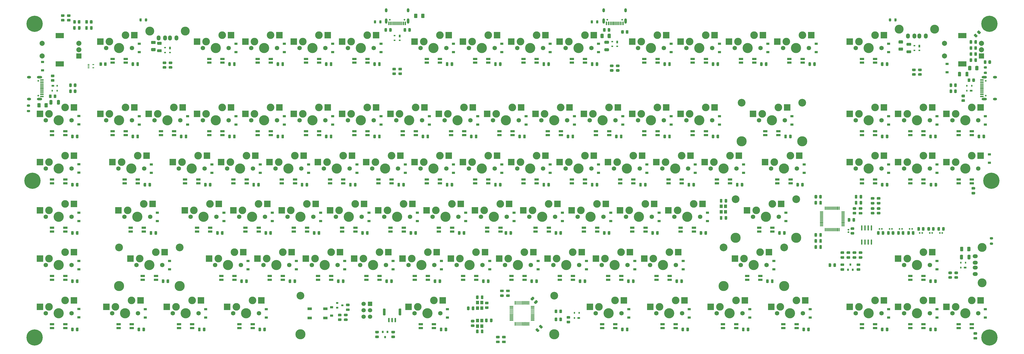
<source format=gbs>
%TF.GenerationSoftware,KiCad,Pcbnew,(5.1.10)-1*%
%TF.CreationDate,2021-10-10T20:15:26-04:00*%
%TF.ProjectId,custom_keyboard,63757374-6f6d-45f6-9b65-79626f617264,rev?*%
%TF.SameCoordinates,Original*%
%TF.FileFunction,Soldermask,Bot*%
%TF.FilePolarity,Negative*%
%FSLAX46Y46*%
G04 Gerber Fmt 4.6, Leading zero omitted, Abs format (unit mm)*
G04 Created by KiCad (PCBNEW (5.1.10)-1) date 2021-10-10 20:15:26*
%MOMM*%
%LPD*%
G01*
G04 APERTURE LIST*
%ADD10R,1.200000X0.900000*%
%ADD11R,2.000000X2.000000*%
%ADD12C,2.000000*%
%ADD13R,3.200000X2.000000*%
%ADD14R,0.700000X1.000000*%
%ADD15R,0.700000X0.600000*%
%ADD16O,0.588000X2.045000*%
%ADD17R,0.600000X1.450000*%
%ADD18R,0.300000X1.450000*%
%ADD19C,0.650000*%
%ADD20O,1.000000X2.100000*%
%ADD21O,1.000000X1.600000*%
%ADD22R,1.200000X1.400000*%
%ADD23C,3.500000*%
%ADD24O,1.500000X2.000000*%
%ADD25O,2.000000X1.500000*%
%ADD26R,0.900000X0.800000*%
%ADD27R,1.800000X1.100000*%
%ADD28R,0.800000X0.900000*%
%ADD29R,0.650000X0.400000*%
%ADD30R,1.000000X0.700000*%
%ADD31R,0.600000X0.700000*%
%ADD32R,1.450000X0.600000*%
%ADD33R,1.450000X0.300000*%
%ADD34O,2.100000X1.000000*%
%ADD35O,1.600000X1.000000*%
%ADD36O,0.270000X1.500000*%
%ADD37O,1.500000X0.270000*%
%ADD38R,1.800000X0.900000*%
%ADD39R,2.550000X2.500000*%
%ADD40C,3.000000*%
%ADD41C,1.750000*%
%ADD42C,4.000000*%
%ADD43C,3.048000*%
%ADD44C,3.987800*%
%ADD45C,6.400000*%
%ADD46R,1.700000X1.700000*%
%ADD47C,1.700000*%
G04 APERTURE END LIST*
%TO.C,C34*%
G36*
G01*
X506486900Y-272095401D02*
X506486900Y-270795399D01*
G75*
G02*
X506736899Y-270545400I249999J0D01*
G01*
X507386901Y-270545400D01*
G75*
G02*
X507636900Y-270795399I0J-249999D01*
G01*
X507636900Y-272095401D01*
G75*
G02*
X507386901Y-272345400I-249999J0D01*
G01*
X506736899Y-272345400D01*
G75*
G02*
X506486900Y-272095401I0J249999D01*
G01*
G37*
G36*
G01*
X503536900Y-272095401D02*
X503536900Y-270795399D01*
G75*
G02*
X503786899Y-270545400I249999J0D01*
G01*
X504436901Y-270545400D01*
G75*
G02*
X504686900Y-270795399I0J-249999D01*
G01*
X504686900Y-272095401D01*
G75*
G02*
X504436901Y-272345400I-249999J0D01*
G01*
X503786899Y-272345400D01*
G75*
G02*
X503536900Y-272095401I0J249999D01*
G01*
G37*
%TD*%
%TO.C,C25*%
G36*
G01*
X187456899Y-189403750D02*
X188756901Y-189403750D01*
G75*
G02*
X189006900Y-189653749I0J-249999D01*
G01*
X189006900Y-190303751D01*
G75*
G02*
X188756901Y-190553750I-249999J0D01*
G01*
X187456899Y-190553750D01*
G75*
G02*
X187206900Y-190303751I0J249999D01*
G01*
X187206900Y-189653749D01*
G75*
G02*
X187456899Y-189403750I249999J0D01*
G01*
G37*
G36*
G01*
X187456899Y-186453750D02*
X188756901Y-186453750D01*
G75*
G02*
X189006900Y-186703749I0J-249999D01*
G01*
X189006900Y-187353751D01*
G75*
G02*
X188756901Y-187603750I-249999J0D01*
G01*
X187456899Y-187603750D01*
G75*
G02*
X187206900Y-187353751I0J249999D01*
G01*
X187206900Y-186703749D01*
G75*
G02*
X187456899Y-186453750I249999J0D01*
G01*
G37*
%TD*%
%TO.C,C23*%
G36*
G01*
X147734500Y-210980501D02*
X147734500Y-209680499D01*
G75*
G02*
X147984499Y-209430500I249999J0D01*
G01*
X148634501Y-209430500D01*
G75*
G02*
X148884500Y-209680499I0J-249999D01*
G01*
X148884500Y-210980501D01*
G75*
G02*
X148634501Y-211230500I-249999J0D01*
G01*
X147984499Y-211230500D01*
G75*
G02*
X147734500Y-210980501I0J249999D01*
G01*
G37*
G36*
G01*
X144784500Y-210980501D02*
X144784500Y-209680499D01*
G75*
G02*
X145034499Y-209430500I249999J0D01*
G01*
X145684501Y-209430500D01*
G75*
G02*
X145934500Y-209680499I0J-249999D01*
G01*
X145934500Y-210980501D01*
G75*
G02*
X145684501Y-211230500I-249999J0D01*
G01*
X145034499Y-211230500D01*
G75*
G02*
X144784500Y-210980501I0J249999D01*
G01*
G37*
%TD*%
%TO.C,C13*%
G36*
G01*
X482713299Y-189800600D02*
X484013301Y-189800600D01*
G75*
G02*
X484263300Y-190050599I0J-249999D01*
G01*
X484263300Y-190700601D01*
G75*
G02*
X484013301Y-190950600I-249999J0D01*
G01*
X482713299Y-190950600D01*
G75*
G02*
X482463300Y-190700601I0J249999D01*
G01*
X482463300Y-190050599D01*
G75*
G02*
X482713299Y-189800600I249999J0D01*
G01*
G37*
G36*
G01*
X482713299Y-186850600D02*
X484013301Y-186850600D01*
G75*
G02*
X484263300Y-187100599I0J-249999D01*
G01*
X484263300Y-187750601D01*
G75*
G02*
X484013301Y-188000600I-249999J0D01*
G01*
X482713299Y-188000600D01*
G75*
G02*
X482463300Y-187750601I0J249999D01*
G01*
X482463300Y-187100599D01*
G75*
G02*
X482713299Y-186850600I249999J0D01*
G01*
G37*
%TD*%
%TO.C,C10*%
G36*
G01*
X503893200Y-198568699D02*
X503893200Y-199868701D01*
G75*
G02*
X503643201Y-200118700I-249999J0D01*
G01*
X502993199Y-200118700D01*
G75*
G02*
X502743200Y-199868701I0J249999D01*
G01*
X502743200Y-198568699D01*
G75*
G02*
X502993199Y-198318700I249999J0D01*
G01*
X503643201Y-198318700D01*
G75*
G02*
X503893200Y-198568699I0J-249999D01*
G01*
G37*
G36*
G01*
X506843200Y-198568699D02*
X506843200Y-199868701D01*
G75*
G02*
X506593201Y-200118700I-249999J0D01*
G01*
X505943199Y-200118700D01*
G75*
G02*
X505693200Y-199868701I0J249999D01*
G01*
X505693200Y-198568699D01*
G75*
G02*
X505943199Y-198318700I249999J0D01*
G01*
X506593201Y-198318700D01*
G75*
G02*
X506843200Y-198568699I0J-249999D01*
G01*
G37*
%TD*%
%TO.C,C2*%
G36*
G01*
X363658299Y-189006900D02*
X364958301Y-189006900D01*
G75*
G02*
X365208300Y-189256899I0J-249999D01*
G01*
X365208300Y-189906901D01*
G75*
G02*
X364958301Y-190156900I-249999J0D01*
G01*
X363658299Y-190156900D01*
G75*
G02*
X363408300Y-189906901I0J249999D01*
G01*
X363408300Y-189256899D01*
G75*
G02*
X363658299Y-189006900I249999J0D01*
G01*
G37*
G36*
G01*
X363658299Y-186056900D02*
X364958301Y-186056900D01*
G75*
G02*
X365208300Y-186306899I0J-249999D01*
G01*
X365208300Y-186956901D01*
G75*
G02*
X364958301Y-187206900I-249999J0D01*
G01*
X363658299Y-187206900D01*
G75*
G02*
X363408300Y-186956901I0J249999D01*
G01*
X363408300Y-186306899D01*
G75*
G02*
X363658299Y-186056900I249999J0D01*
G01*
G37*
%TD*%
%TO.C,C7*%
G36*
G01*
X509211700Y-194137800D02*
X509211700Y-193187800D01*
G75*
G02*
X509461700Y-192937800I250000J0D01*
G01*
X509961700Y-192937800D01*
G75*
G02*
X510211700Y-193187800I0J-250000D01*
G01*
X510211700Y-194137800D01*
G75*
G02*
X509961700Y-194387800I-250000J0D01*
G01*
X509461700Y-194387800D01*
G75*
G02*
X509211700Y-194137800I0J250000D01*
G01*
G37*
G36*
G01*
X507311700Y-194137800D02*
X507311700Y-193187800D01*
G75*
G02*
X507561700Y-192937800I250000J0D01*
G01*
X508061700Y-192937800D01*
G75*
G02*
X508311700Y-193187800I0J-250000D01*
G01*
X508311700Y-194137800D01*
G75*
G02*
X508061700Y-194387800I-250000J0D01*
G01*
X507561700Y-194387800D01*
G75*
G02*
X507311700Y-194137800I0J250000D01*
G01*
G37*
%TD*%
%TO.C,C8*%
G36*
G01*
X508311700Y-186044500D02*
X508311700Y-186994500D01*
G75*
G02*
X508061700Y-187244500I-250000J0D01*
G01*
X507561700Y-187244500D01*
G75*
G02*
X507311700Y-186994500I0J250000D01*
G01*
X507311700Y-186044500D01*
G75*
G02*
X507561700Y-185794500I250000J0D01*
G01*
X508061700Y-185794500D01*
G75*
G02*
X508311700Y-186044500I0J-250000D01*
G01*
G37*
G36*
G01*
X510211700Y-186044500D02*
X510211700Y-186994500D01*
G75*
G02*
X509961700Y-187244500I-250000J0D01*
G01*
X509461700Y-187244500D01*
G75*
G02*
X509211700Y-186994500I0J250000D01*
G01*
X509211700Y-186044500D01*
G75*
G02*
X509461700Y-185794500I250000J0D01*
G01*
X509961700Y-185794500D01*
G75*
G02*
X510211700Y-186044500I0J-250000D01*
G01*
G37*
%TD*%
%TO.C,C1*%
G36*
G01*
X311183550Y-292159750D02*
X311183550Y-291209750D01*
G75*
G02*
X311433550Y-290959750I250000J0D01*
G01*
X311933550Y-290959750D01*
G75*
G02*
X312183550Y-291209750I0J-250000D01*
G01*
X312183550Y-292159750D01*
G75*
G02*
X311933550Y-292409750I-250000J0D01*
G01*
X311433550Y-292409750D01*
G75*
G02*
X311183550Y-292159750I0J250000D01*
G01*
G37*
G36*
G01*
X309283550Y-292159750D02*
X309283550Y-291209750D01*
G75*
G02*
X309533550Y-290959750I250000J0D01*
G01*
X310033550Y-290959750D01*
G75*
G02*
X310283550Y-291209750I0J-250000D01*
G01*
X310283550Y-292159750D01*
G75*
G02*
X310033550Y-292409750I-250000J0D01*
G01*
X309533550Y-292409750D01*
G75*
G02*
X309283550Y-292159750I0J250000D01*
G01*
G37*
%TD*%
%TO.C,C3*%
G36*
G01*
X314755200Y-287794400D02*
X314755200Y-286844400D01*
G75*
G02*
X315005200Y-286594400I250000J0D01*
G01*
X315505200Y-286594400D01*
G75*
G02*
X315755200Y-286844400I0J-250000D01*
G01*
X315755200Y-287794400D01*
G75*
G02*
X315505200Y-288044400I-250000J0D01*
G01*
X315005200Y-288044400D01*
G75*
G02*
X314755200Y-287794400I0J250000D01*
G01*
G37*
G36*
G01*
X312855200Y-287794400D02*
X312855200Y-286844400D01*
G75*
G02*
X313105200Y-286594400I250000J0D01*
G01*
X313605200Y-286594400D01*
G75*
G02*
X313855200Y-286844400I0J-250000D01*
G01*
X313855200Y-287794400D01*
G75*
G02*
X313605200Y-288044400I-250000J0D01*
G01*
X313105200Y-288044400D01*
G75*
G02*
X312855200Y-287794400I0J250000D01*
G01*
G37*
%TD*%
%TO.C,C37*%
G36*
G01*
X464789500Y-270201700D02*
X463839500Y-270201700D01*
G75*
G02*
X463589500Y-269951700I0J250000D01*
G01*
X463589500Y-269451700D01*
G75*
G02*
X463839500Y-269201700I250000J0D01*
G01*
X464789500Y-269201700D01*
G75*
G02*
X465039500Y-269451700I0J-250000D01*
G01*
X465039500Y-269951700D01*
G75*
G02*
X464789500Y-270201700I-250000J0D01*
G01*
G37*
G36*
G01*
X464789500Y-272101700D02*
X463839500Y-272101700D01*
G75*
G02*
X463589500Y-271851700I0J250000D01*
G01*
X463589500Y-271351700D01*
G75*
G02*
X463839500Y-271101700I250000J0D01*
G01*
X464789500Y-271101700D01*
G75*
G02*
X465039500Y-271351700I0J-250000D01*
G01*
X465039500Y-271851700D01*
G75*
G02*
X464789500Y-272101700I-250000J0D01*
G01*
G37*
%TD*%
%TO.C,C11*%
G36*
G01*
X468601700Y-249671800D02*
X469551700Y-249671800D01*
G75*
G02*
X469801700Y-249921800I0J-250000D01*
G01*
X469801700Y-250421800D01*
G75*
G02*
X469551700Y-250671800I-250000J0D01*
G01*
X468601700Y-250671800D01*
G75*
G02*
X468351700Y-250421800I0J250000D01*
G01*
X468351700Y-249921800D01*
G75*
G02*
X468601700Y-249671800I250000J0D01*
G01*
G37*
G36*
G01*
X468601700Y-247771800D02*
X469551700Y-247771800D01*
G75*
G02*
X469801700Y-248021800I0J-250000D01*
G01*
X469801700Y-248521800D01*
G75*
G02*
X469551700Y-248771800I-250000J0D01*
G01*
X468601700Y-248771800D01*
G75*
G02*
X468351700Y-248521800I0J250000D01*
G01*
X468351700Y-248021800D01*
G75*
G02*
X468601700Y-247771800I250000J0D01*
G01*
G37*
%TD*%
%TO.C,C32*%
G36*
G01*
X409892900Y-255493250D02*
X409892900Y-256443250D01*
G75*
G02*
X409642900Y-256693250I-250000J0D01*
G01*
X409142900Y-256693250D01*
G75*
G02*
X408892900Y-256443250I0J250000D01*
G01*
X408892900Y-255493250D01*
G75*
G02*
X409142900Y-255243250I250000J0D01*
G01*
X409642900Y-255243250D01*
G75*
G02*
X409892900Y-255493250I0J-250000D01*
G01*
G37*
G36*
G01*
X411792900Y-255493250D02*
X411792900Y-256443250D01*
G75*
G02*
X411542900Y-256693250I-250000J0D01*
G01*
X411042900Y-256693250D01*
G75*
G02*
X410792900Y-256443250I0J250000D01*
G01*
X410792900Y-255493250D01*
G75*
G02*
X411042900Y-255243250I250000J0D01*
G01*
X411542900Y-255243250D01*
G75*
G02*
X411792900Y-255493250I0J-250000D01*
G01*
G37*
%TD*%
%TO.C,C33*%
G36*
G01*
X410792900Y-249696800D02*
X410792900Y-248746800D01*
G75*
G02*
X411042900Y-248496800I250000J0D01*
G01*
X411542900Y-248496800D01*
G75*
G02*
X411792900Y-248746800I0J-250000D01*
G01*
X411792900Y-249696800D01*
G75*
G02*
X411542900Y-249946800I-250000J0D01*
G01*
X411042900Y-249946800D01*
G75*
G02*
X410792900Y-249696800I0J250000D01*
G01*
G37*
G36*
G01*
X408892900Y-249696800D02*
X408892900Y-248746800D01*
G75*
G02*
X409142900Y-248496800I250000J0D01*
G01*
X409642900Y-248496800D01*
G75*
G02*
X409892900Y-248746800I0J-250000D01*
G01*
X409892900Y-249696800D01*
G75*
G02*
X409642900Y-249946800I-250000J0D01*
G01*
X409142900Y-249946800D01*
G75*
G02*
X408892900Y-249696800I0J250000D01*
G01*
G37*
%TD*%
%TO.C,D10*%
G36*
G01*
X459379800Y-261317300D02*
X459724800Y-261317300D01*
G75*
G02*
X459872300Y-261464800I0J-147500D01*
G01*
X459872300Y-261759800D01*
G75*
G02*
X459724800Y-261907300I-147500J0D01*
G01*
X459379800Y-261907300D01*
G75*
G02*
X459232300Y-261759800I0J147500D01*
G01*
X459232300Y-261464800D01*
G75*
G02*
X459379800Y-261317300I147500J0D01*
G01*
G37*
G36*
G01*
X459379800Y-260347300D02*
X459724800Y-260347300D01*
G75*
G02*
X459872300Y-260494800I0J-147500D01*
G01*
X459872300Y-260789800D01*
G75*
G02*
X459724800Y-260937300I-147500J0D01*
G01*
X459379800Y-260937300D01*
G75*
G02*
X459232300Y-260789800I0J147500D01*
G01*
X459232300Y-260494800D01*
G75*
G02*
X459379800Y-260347300I147500J0D01*
G01*
G37*
%TD*%
D10*
%TO.C,KD15*%
X156358900Y-215761200D03*
X156358900Y-219061200D03*
%TD*%
%TO.C,KD33*%
X156358900Y-234810000D03*
X156358900Y-238110000D03*
%TD*%
%TO.C,KD51*%
X156358900Y-253921400D03*
X156358900Y-257221400D03*
%TD*%
%TO.C,KD65*%
X156358900Y-272970200D03*
X156358900Y-276270200D03*
%TD*%
%TO.C,KD80*%
X182551000Y-292019000D03*
X182551000Y-295319000D03*
%TD*%
%TO.C,KD1*%
X180169900Y-187250600D03*
X180169900Y-190550600D03*
%TD*%
%TO.C,KD16*%
X180169900Y-215823800D03*
X180169900Y-219123800D03*
%TD*%
%TO.C,KD34*%
X184932100Y-234872600D03*
X184932100Y-238172600D03*
%TD*%
%TO.C,KD52*%
X187313200Y-253921400D03*
X187313200Y-257221400D03*
%TD*%
%TO.C,KD79*%
X156358900Y-291956400D03*
X156358900Y-295256400D03*
%TD*%
%TO.C,KD2*%
X218267500Y-187250600D03*
X218267500Y-190550600D03*
%TD*%
%TO.C,KD18*%
X218267500Y-215823800D03*
X218267500Y-219123800D03*
%TD*%
%TO.C,KD36*%
X227791900Y-234872600D03*
X227791900Y-238172600D03*
%TD*%
%TO.C,KD54*%
X232554100Y-253921400D03*
X232554100Y-257221400D03*
%TD*%
%TO.C,KD67*%
X223029700Y-272970200D03*
X223029700Y-276270200D03*
%TD*%
%TO.C,KD82*%
X230173000Y-292019000D03*
X230173000Y-295319000D03*
%TD*%
%TO.C,KD17*%
X199218700Y-215823800D03*
X199218700Y-219123800D03*
%TD*%
%TO.C,KD35*%
X208743100Y-234872600D03*
X208743100Y-238172600D03*
%TD*%
%TO.C,KD53*%
X213505300Y-253921400D03*
X213505300Y-257221400D03*
%TD*%
%TO.C,KD66*%
X192075400Y-272970200D03*
X192075400Y-276270200D03*
%TD*%
%TO.C,KD81*%
X206362000Y-292019000D03*
X206362000Y-295319000D03*
%TD*%
%TO.C,KD3*%
X237316300Y-187250600D03*
X237316300Y-190550600D03*
%TD*%
%TO.C,KD19*%
X237316300Y-215823800D03*
X237316300Y-219123800D03*
%TD*%
%TO.C,KD37*%
X246840700Y-234872600D03*
X246840700Y-238172600D03*
%TD*%
%TO.C,KD55*%
X251602900Y-253921400D03*
X251602900Y-257221400D03*
%TD*%
%TO.C,KD68*%
X242078500Y-272970200D03*
X242078500Y-276270200D03*
%TD*%
%TO.C,KD70*%
X280176100Y-272970200D03*
X280176100Y-276270200D03*
%TD*%
%TO.C,KD4*%
X256365100Y-187250600D03*
X256365100Y-190550600D03*
%TD*%
%TO.C,KD20*%
X256365100Y-215823800D03*
X256365100Y-219123800D03*
%TD*%
%TO.C,KD38*%
X265889500Y-234872600D03*
X265889500Y-238172600D03*
%TD*%
%TO.C,KD56*%
X270651700Y-253921400D03*
X270651700Y-257221400D03*
%TD*%
%TO.C,KD69*%
X261127300Y-272970200D03*
X261127300Y-276270200D03*
%TD*%
%TO.C,KD5*%
X275413900Y-187250600D03*
X275413900Y-190550600D03*
%TD*%
%TO.C,KD21*%
X275413900Y-215823800D03*
X275413900Y-219123800D03*
%TD*%
%TO.C,KD39*%
X284938300Y-234872600D03*
X284938300Y-238172600D03*
%TD*%
%TO.C,KD57*%
X289700500Y-253921400D03*
X289700500Y-257221400D03*
%TD*%
%TO.C,KD71*%
X299224900Y-272970200D03*
X299224900Y-276270200D03*
%TD*%
%TO.C,KD83*%
X301606000Y-292019000D03*
X301606000Y-295319000D03*
%TD*%
%TO.C,KD6*%
X303987100Y-187250600D03*
X303987100Y-190550600D03*
%TD*%
%TO.C,KD22*%
X294462700Y-215823800D03*
X294462700Y-219123800D03*
%TD*%
%TO.C,KD40*%
X303987100Y-234872600D03*
X303987100Y-238172600D03*
%TD*%
%TO.C,KD58*%
X308749300Y-253921400D03*
X308749300Y-257221400D03*
%TD*%
%TO.C,KD72*%
X318273700Y-272970200D03*
X318273700Y-276270200D03*
%TD*%
%TO.C,KD7*%
X323035900Y-187250600D03*
X323035900Y-190550600D03*
%TD*%
%TO.C,KD23*%
X313511500Y-215823800D03*
X313511500Y-219123800D03*
%TD*%
%TO.C,KD41*%
X323035900Y-234872600D03*
X323035900Y-238172600D03*
%TD*%
%TO.C,KD59*%
X327798100Y-253921400D03*
X327798100Y-257221400D03*
%TD*%
%TO.C,KD73*%
X337322500Y-272970200D03*
X337322500Y-276270200D03*
%TD*%
%TO.C,KD8*%
X342084700Y-187250600D03*
X342084700Y-190550600D03*
%TD*%
%TO.C,KD24*%
X332560300Y-215823800D03*
X332560300Y-219123800D03*
%TD*%
%TO.C,KD42*%
X342084700Y-234872600D03*
X342084700Y-238172600D03*
%TD*%
%TO.C,KD60*%
X346846900Y-253921400D03*
X346846900Y-257221400D03*
%TD*%
%TO.C,KD74*%
X356371300Y-272970200D03*
X356371300Y-276270200D03*
%TD*%
%TO.C,KD9*%
X361133500Y-187250600D03*
X361133500Y-190550600D03*
%TD*%
%TO.C,KD25*%
X351609100Y-215823800D03*
X351609100Y-219123800D03*
%TD*%
%TO.C,KD43*%
X361133500Y-234872600D03*
X361133500Y-238172600D03*
%TD*%
%TO.C,KD61*%
X365895700Y-253921400D03*
X365895700Y-257221400D03*
%TD*%
%TO.C,KD75*%
X375420100Y-272970200D03*
X375420100Y-276270200D03*
%TD*%
%TO.C,KD84*%
X373039000Y-292019000D03*
X373039000Y-295319000D03*
%TD*%
%TO.C,KD10*%
X389706700Y-187250600D03*
X389706700Y-190550600D03*
%TD*%
%TO.C,KD26*%
X370657900Y-215823800D03*
X370657900Y-219123800D03*
%TD*%
%TO.C,KD44*%
X380182300Y-234872600D03*
X380182300Y-238172600D03*
%TD*%
%TO.C,KD62*%
X384944500Y-253921400D03*
X384944500Y-257221400D03*
%TD*%
%TO.C,KD76*%
X394468900Y-272970200D03*
X394468900Y-276270200D03*
%TD*%
%TO.C,KD11*%
X408755500Y-187250600D03*
X408755500Y-190550600D03*
%TD*%
%TO.C,KD27*%
X389706700Y-215823800D03*
X389706700Y-219123800D03*
%TD*%
%TO.C,KD45*%
X399231100Y-234872600D03*
X399231100Y-238172600D03*
%TD*%
%TO.C,KD63*%
X403993300Y-253921400D03*
X403993300Y-257221400D03*
%TD*%
%TO.C,KD85*%
X396850000Y-292019000D03*
X396850000Y-295319000D03*
%TD*%
%TO.C,KD86*%
X420661000Y-292019000D03*
X420661000Y-295319000D03*
%TD*%
%TO.C,KD12*%
X427804300Y-187250600D03*
X427804300Y-190550600D03*
%TD*%
%TO.C,KD28*%
X408755500Y-215823800D03*
X408755500Y-219123800D03*
%TD*%
%TO.C,KD46*%
X418279900Y-234872600D03*
X418279900Y-238172600D03*
%TD*%
%TO.C,KD87*%
X444472000Y-292019000D03*
X444472000Y-295319000D03*
%TD*%
%TO.C,KD13*%
X446853100Y-187250600D03*
X446853100Y-190550600D03*
%TD*%
%TO.C,KD29*%
X437328700Y-215823800D03*
X437328700Y-219123800D03*
%TD*%
%TO.C,KD47*%
X442090900Y-234872600D03*
X442090900Y-238172600D03*
%TD*%
%TO.C,KD64*%
X434947600Y-253921400D03*
X434947600Y-257221400D03*
%TD*%
%TO.C,KD77*%
X430185400Y-272970200D03*
X430185400Y-276270200D03*
%TD*%
%TO.C,KD88*%
X475426300Y-292019000D03*
X475426300Y-295319000D03*
%TD*%
%TO.C,KD14*%
X475426300Y-187250600D03*
X475426300Y-190550600D03*
%TD*%
%TO.C,KD30*%
X475426300Y-215823800D03*
X475426300Y-219123800D03*
%TD*%
%TO.C,KD48*%
X475426300Y-234872600D03*
X475426300Y-238172600D03*
%TD*%
%TO.C,KD31*%
X494475100Y-215823800D03*
X494475100Y-219123800D03*
%TD*%
%TO.C,KD49*%
X494475100Y-234872600D03*
X494475100Y-238172600D03*
%TD*%
%TO.C,KD78*%
X494475100Y-272970200D03*
X494475100Y-276270200D03*
%TD*%
%TO.C,KD89*%
X494475100Y-292019000D03*
X494475100Y-295319000D03*
%TD*%
%TO.C,KD32*%
X513523900Y-215823800D03*
X513523900Y-219123800D03*
%TD*%
%TO.C,KD50*%
X515111300Y-230904100D03*
X515111300Y-234204100D03*
%TD*%
%TO.C,KD90*%
X513523900Y-292019000D03*
X513523900Y-295319000D03*
%TD*%
%TO.C,R14*%
G36*
G01*
X508361700Y-190831699D02*
X508361700Y-191731701D01*
G75*
G02*
X508111701Y-191981700I-249999J0D01*
G01*
X507586699Y-191981700D01*
G75*
G02*
X507336700Y-191731701I0J249999D01*
G01*
X507336700Y-190831699D01*
G75*
G02*
X507586699Y-190581700I249999J0D01*
G01*
X508111701Y-190581700D01*
G75*
G02*
X508361700Y-190831699I0J-249999D01*
G01*
G37*
G36*
G01*
X510186700Y-190831699D02*
X510186700Y-191731701D01*
G75*
G02*
X509936701Y-191981700I-249999J0D01*
G01*
X509411699Y-191981700D01*
G75*
G02*
X509161700Y-191731701I0J249999D01*
G01*
X509161700Y-190831699D01*
G75*
G02*
X509411699Y-190581700I249999J0D01*
G01*
X509936701Y-190581700D01*
G75*
G02*
X510186700Y-190831699I0J-249999D01*
G01*
G37*
%TD*%
%TO.C,R15*%
G36*
G01*
X510950142Y-183380056D02*
X510313744Y-182743658D01*
G75*
G02*
X510313744Y-182390106I176776J176776D01*
G01*
X510684976Y-182018874D01*
G75*
G02*
X511038528Y-182018874I176776J-176776D01*
G01*
X511674926Y-182655272D01*
G75*
G02*
X511674926Y-183008824I-176776J-176776D01*
G01*
X511303694Y-183380056D01*
G75*
G02*
X510950142Y-183380056I-176776J176776D01*
G01*
G37*
G36*
G01*
X509659672Y-184670526D02*
X509023274Y-184034128D01*
G75*
G02*
X509023274Y-183680576I176776J176776D01*
G01*
X509394506Y-183309344D01*
G75*
G02*
X509748058Y-183309344I176776J-176776D01*
G01*
X510384456Y-183945742D01*
G75*
G02*
X510384456Y-184299294I-176776J-176776D01*
G01*
X510013224Y-184670526D01*
G75*
G02*
X509659672Y-184670526I-176776J176776D01*
G01*
G37*
%TD*%
%TO.C,R30*%
G36*
G01*
X258693049Y-295656400D02*
X259593051Y-295656400D01*
G75*
G02*
X259843050Y-295906399I0J-249999D01*
G01*
X259843050Y-296431401D01*
G75*
G02*
X259593051Y-296681400I-249999J0D01*
G01*
X258693049Y-296681400D01*
G75*
G02*
X258443050Y-296431401I0J249999D01*
G01*
X258443050Y-295906399D01*
G75*
G02*
X258693049Y-295656400I249999J0D01*
G01*
G37*
G36*
G01*
X258693049Y-293831400D02*
X259593051Y-293831400D01*
G75*
G02*
X259843050Y-294081399I0J-249999D01*
G01*
X259843050Y-294606401D01*
G75*
G02*
X259593051Y-294856400I-249999J0D01*
G01*
X258693049Y-294856400D01*
G75*
G02*
X258443050Y-294606401I0J249999D01*
G01*
X258443050Y-294081399D01*
G75*
G02*
X258693049Y-293831400I249999J0D01*
G01*
G37*
%TD*%
%TO.C,R4*%
G36*
G01*
X282507199Y-198520100D02*
X283407201Y-198520100D01*
G75*
G02*
X283657200Y-198770099I0J-249999D01*
G01*
X283657200Y-199295101D01*
G75*
G02*
X283407201Y-199545100I-249999J0D01*
G01*
X282507199Y-199545100D01*
G75*
G02*
X282257200Y-199295101I0J249999D01*
G01*
X282257200Y-198770099D01*
G75*
G02*
X282507199Y-198520100I249999J0D01*
G01*
G37*
G36*
G01*
X282507199Y-196695100D02*
X283407201Y-196695100D01*
G75*
G02*
X283657200Y-196945099I0J-249999D01*
G01*
X283657200Y-197470101D01*
G75*
G02*
X283407201Y-197720100I-249999J0D01*
G01*
X282507199Y-197720100D01*
G75*
G02*
X282257200Y-197470101I0J249999D01*
G01*
X282257200Y-196945099D01*
G75*
G02*
X282507199Y-196695100I249999J0D01*
G01*
G37*
%TD*%
%TO.C,R2*%
G36*
G01*
X280126099Y-198520100D02*
X281026101Y-198520100D01*
G75*
G02*
X281276100Y-198770099I0J-249999D01*
G01*
X281276100Y-199295101D01*
G75*
G02*
X281026101Y-199545100I-249999J0D01*
G01*
X280126099Y-199545100D01*
G75*
G02*
X279876100Y-199295101I0J249999D01*
G01*
X279876100Y-198770099D01*
G75*
G02*
X280126099Y-198520100I249999J0D01*
G01*
G37*
G36*
G01*
X280126099Y-196695100D02*
X281026101Y-196695100D01*
G75*
G02*
X281276100Y-196945099I0J-249999D01*
G01*
X281276100Y-197470101D01*
G75*
G02*
X281026101Y-197720100I-249999J0D01*
G01*
X280126099Y-197720100D01*
G75*
G02*
X279876100Y-197470101I0J249999D01*
G01*
X279876100Y-196945099D01*
G75*
G02*
X280126099Y-196695100I249999J0D01*
G01*
G37*
%TD*%
%TO.C,R22*%
G36*
G01*
X468626699Y-253590300D02*
X469526701Y-253590300D01*
G75*
G02*
X469776700Y-253840299I0J-249999D01*
G01*
X469776700Y-254365301D01*
G75*
G02*
X469526701Y-254615300I-249999J0D01*
G01*
X468626699Y-254615300D01*
G75*
G02*
X468376700Y-254365301I0J249999D01*
G01*
X468376700Y-253840299D01*
G75*
G02*
X468626699Y-253590300I249999J0D01*
G01*
G37*
G36*
G01*
X468626699Y-251765300D02*
X469526701Y-251765300D01*
G75*
G02*
X469776700Y-252015299I0J-249999D01*
G01*
X469776700Y-252540301D01*
G75*
G02*
X469526701Y-252790300I-249999J0D01*
G01*
X468626699Y-252790300D01*
G75*
G02*
X468376700Y-252540301I0J249999D01*
G01*
X468376700Y-252015299D01*
G75*
G02*
X468626699Y-251765300I249999J0D01*
G01*
G37*
%TD*%
%TO.C,R1*%
G36*
G01*
X471851500Y-261470999D02*
X471851500Y-262371001D01*
G75*
G02*
X471601501Y-262621000I-249999J0D01*
G01*
X471076499Y-262621000D01*
G75*
G02*
X470826500Y-262371001I0J249999D01*
G01*
X470826500Y-261470999D01*
G75*
G02*
X471076499Y-261221000I249999J0D01*
G01*
X471601501Y-261221000D01*
G75*
G02*
X471851500Y-261470999I0J-249999D01*
G01*
G37*
G36*
G01*
X473676500Y-261470999D02*
X473676500Y-262371001D01*
G75*
G02*
X473426501Y-262621000I-249999J0D01*
G01*
X472901499Y-262621000D01*
G75*
G02*
X472651500Y-262371001I0J249999D01*
G01*
X472651500Y-261470999D01*
G75*
G02*
X472901499Y-261221000I249999J0D01*
G01*
X473426501Y-261221000D01*
G75*
G02*
X473676500Y-261470999I0J-249999D01*
G01*
G37*
%TD*%
%TO.C,R7*%
G36*
G01*
X475820000Y-261470999D02*
X475820000Y-262371001D01*
G75*
G02*
X475570001Y-262621000I-249999J0D01*
G01*
X475044999Y-262621000D01*
G75*
G02*
X474795000Y-262371001I0J249999D01*
G01*
X474795000Y-261470999D01*
G75*
G02*
X475044999Y-261221000I249999J0D01*
G01*
X475570001Y-261221000D01*
G75*
G02*
X475820000Y-261470999I0J-249999D01*
G01*
G37*
G36*
G01*
X477645000Y-261470999D02*
X477645000Y-262371001D01*
G75*
G02*
X477395001Y-262621000I-249999J0D01*
G01*
X476869999Y-262621000D01*
G75*
G02*
X476620000Y-262371001I0J249999D01*
G01*
X476620000Y-261470999D01*
G75*
G02*
X476869999Y-261221000I249999J0D01*
G01*
X477395001Y-261221000D01*
G75*
G02*
X477645000Y-261470999I0J-249999D01*
G01*
G37*
%TD*%
%TO.C,R17*%
G36*
G01*
X479788500Y-261470999D02*
X479788500Y-262371001D01*
G75*
G02*
X479538501Y-262621000I-249999J0D01*
G01*
X479013499Y-262621000D01*
G75*
G02*
X478763500Y-262371001I0J249999D01*
G01*
X478763500Y-261470999D01*
G75*
G02*
X479013499Y-261221000I249999J0D01*
G01*
X479538501Y-261221000D01*
G75*
G02*
X479788500Y-261470999I0J-249999D01*
G01*
G37*
G36*
G01*
X481613500Y-261470999D02*
X481613500Y-262371001D01*
G75*
G02*
X481363501Y-262621000I-249999J0D01*
G01*
X480838499Y-262621000D01*
G75*
G02*
X480588500Y-262371001I0J249999D01*
G01*
X480588500Y-261470999D01*
G75*
G02*
X480838499Y-261221000I249999J0D01*
G01*
X481363501Y-261221000D01*
G75*
G02*
X481613500Y-261470999I0J-249999D01*
G01*
G37*
%TD*%
%TO.C,R18*%
G36*
G01*
X483757000Y-261470999D02*
X483757000Y-262371001D01*
G75*
G02*
X483507001Y-262621000I-249999J0D01*
G01*
X482981999Y-262621000D01*
G75*
G02*
X482732000Y-262371001I0J249999D01*
G01*
X482732000Y-261470999D01*
G75*
G02*
X482981999Y-261221000I249999J0D01*
G01*
X483507001Y-261221000D01*
G75*
G02*
X483757000Y-261470999I0J-249999D01*
G01*
G37*
G36*
G01*
X485582000Y-261470999D02*
X485582000Y-262371001D01*
G75*
G02*
X485332001Y-262621000I-249999J0D01*
G01*
X484806999Y-262621000D01*
G75*
G02*
X484557000Y-262371001I0J249999D01*
G01*
X484557000Y-261470999D01*
G75*
G02*
X484806999Y-261221000I249999J0D01*
G01*
X485332001Y-261221000D01*
G75*
G02*
X485582000Y-261470999I0J-249999D01*
G01*
G37*
%TD*%
%TO.C,R26*%
G36*
G01*
X488525500Y-260783601D02*
X488525500Y-259883599D01*
G75*
G02*
X488775499Y-259633600I249999J0D01*
G01*
X489300501Y-259633600D01*
G75*
G02*
X489550500Y-259883599I0J-249999D01*
G01*
X489550500Y-260783601D01*
G75*
G02*
X489300501Y-261033600I-249999J0D01*
G01*
X488775499Y-261033600D01*
G75*
G02*
X488525500Y-260783601I0J249999D01*
G01*
G37*
G36*
G01*
X486700500Y-260783601D02*
X486700500Y-259883599D01*
G75*
G02*
X486950499Y-259633600I249999J0D01*
G01*
X487475501Y-259633600D01*
G75*
G02*
X487725500Y-259883599I0J-249999D01*
G01*
X487725500Y-260783601D01*
G75*
G02*
X487475501Y-261033600I-249999J0D01*
G01*
X486950499Y-261033600D01*
G75*
G02*
X486700500Y-260783601I0J249999D01*
G01*
G37*
%TD*%
%TO.C,R29*%
G36*
G01*
X492494000Y-260783601D02*
X492494000Y-259883599D01*
G75*
G02*
X492743999Y-259633600I249999J0D01*
G01*
X493269001Y-259633600D01*
G75*
G02*
X493519000Y-259883599I0J-249999D01*
G01*
X493519000Y-260783601D01*
G75*
G02*
X493269001Y-261033600I-249999J0D01*
G01*
X492743999Y-261033600D01*
G75*
G02*
X492494000Y-260783601I0J249999D01*
G01*
G37*
G36*
G01*
X490669000Y-260783601D02*
X490669000Y-259883599D01*
G75*
G02*
X490918999Y-259633600I249999J0D01*
G01*
X491444001Y-259633600D01*
G75*
G02*
X491694000Y-259883599I0J-249999D01*
G01*
X491694000Y-260783601D01*
G75*
G02*
X491444001Y-261033600I-249999J0D01*
G01*
X490918999Y-261033600D01*
G75*
G02*
X490669000Y-260783601I0J249999D01*
G01*
G37*
%TD*%
%TO.C,R32*%
G36*
G01*
X496462500Y-260783601D02*
X496462500Y-259883599D01*
G75*
G02*
X496712499Y-259633600I249999J0D01*
G01*
X497237501Y-259633600D01*
G75*
G02*
X497487500Y-259883599I0J-249999D01*
G01*
X497487500Y-260783601D01*
G75*
G02*
X497237501Y-261033600I-249999J0D01*
G01*
X496712499Y-261033600D01*
G75*
G02*
X496462500Y-260783601I0J249999D01*
G01*
G37*
G36*
G01*
X494637500Y-260783601D02*
X494637500Y-259883599D01*
G75*
G02*
X494887499Y-259633600I249999J0D01*
G01*
X495412501Y-259633600D01*
G75*
G02*
X495662500Y-259883599I0J-249999D01*
G01*
X495662500Y-260783601D01*
G75*
G02*
X495412501Y-261033600I-249999J0D01*
G01*
X494887499Y-261033600D01*
G75*
G02*
X494637500Y-260783601I0J249999D01*
G01*
G37*
%TD*%
%TO.C,R38*%
G36*
G01*
X461589701Y-260727300D02*
X460689699Y-260727300D01*
G75*
G02*
X460439700Y-260477301I0J249999D01*
G01*
X460439700Y-259952299D01*
G75*
G02*
X460689699Y-259702300I249999J0D01*
G01*
X461589701Y-259702300D01*
G75*
G02*
X461839700Y-259952299I0J-249999D01*
G01*
X461839700Y-260477301D01*
G75*
G02*
X461589701Y-260727300I-249999J0D01*
G01*
G37*
G36*
G01*
X461589701Y-262552300D02*
X460689699Y-262552300D01*
G75*
G02*
X460439700Y-262302301I0J249999D01*
G01*
X460439700Y-261777299D01*
G75*
G02*
X460689699Y-261527300I249999J0D01*
G01*
X461589701Y-261527300D01*
G75*
G02*
X461839700Y-261777299I0J-249999D01*
G01*
X461839700Y-262302301D01*
G75*
G02*
X461589701Y-262552300I-249999J0D01*
G01*
G37*
%TD*%
%TO.C,R9*%
G36*
G01*
X286132000Y-182207301D02*
X286132000Y-181307299D01*
G75*
G02*
X286381999Y-181057300I249999J0D01*
G01*
X286907001Y-181057300D01*
G75*
G02*
X287157000Y-181307299I0J-249999D01*
G01*
X287157000Y-182207301D01*
G75*
G02*
X286907001Y-182457300I-249999J0D01*
G01*
X286381999Y-182457300D01*
G75*
G02*
X286132000Y-182207301I0J249999D01*
G01*
G37*
G36*
G01*
X284307000Y-182207301D02*
X284307000Y-181307299D01*
G75*
G02*
X284556999Y-181057300I249999J0D01*
G01*
X285082001Y-181057300D01*
G75*
G02*
X285332000Y-181307299I0J-249999D01*
G01*
X285332000Y-182207301D01*
G75*
G02*
X285082001Y-182457300I-249999J0D01*
G01*
X284556999Y-182457300D01*
G75*
G02*
X284307000Y-182207301I0J249999D01*
G01*
G37*
%TD*%
%TO.C,R8*%
G36*
G01*
X277791850Y-181307299D02*
X277791850Y-182207301D01*
G75*
G02*
X277541851Y-182457300I-249999J0D01*
G01*
X277016849Y-182457300D01*
G75*
G02*
X276766850Y-182207301I0J249999D01*
G01*
X276766850Y-181307299D01*
G75*
G02*
X277016849Y-181057300I249999J0D01*
G01*
X277541851Y-181057300D01*
G75*
G02*
X277791850Y-181307299I0J-249999D01*
G01*
G37*
G36*
G01*
X279616850Y-181307299D02*
X279616850Y-182207301D01*
G75*
G02*
X279366851Y-182457300I-249999J0D01*
G01*
X278841849Y-182457300D01*
G75*
G02*
X278591850Y-182207301I0J249999D01*
G01*
X278591850Y-181307299D01*
G75*
G02*
X278841849Y-181057300I249999J0D01*
G01*
X279366851Y-181057300D01*
G75*
G02*
X279616850Y-181307299I0J-249999D01*
G01*
G37*
%TD*%
%TO.C,R41*%
G36*
G01*
X448046800Y-248084401D02*
X448046800Y-247184399D01*
G75*
G02*
X448296799Y-246934400I249999J0D01*
G01*
X448821801Y-246934400D01*
G75*
G02*
X449071800Y-247184399I0J-249999D01*
G01*
X449071800Y-248084401D01*
G75*
G02*
X448821801Y-248334400I-249999J0D01*
G01*
X448296799Y-248334400D01*
G75*
G02*
X448046800Y-248084401I0J249999D01*
G01*
G37*
G36*
G01*
X446221800Y-248084401D02*
X446221800Y-247184399D01*
G75*
G02*
X446471799Y-246934400I249999J0D01*
G01*
X446996801Y-246934400D01*
G75*
G02*
X447246800Y-247184399I0J-249999D01*
G01*
X447246800Y-248084401D01*
G75*
G02*
X446996801Y-248334400I-249999J0D01*
G01*
X446471799Y-248334400D01*
G75*
G02*
X446221800Y-248084401I0J249999D01*
G01*
G37*
%TD*%
%TO.C,D2*%
X142072300Y-194393900D03*
X142072300Y-197693900D03*
%TD*%
%TO.C,D3*%
X498443600Y-195187600D03*
X498443600Y-198487600D03*
%TD*%
D11*
%TO.C,ROT1*%
X156358900Y-192075400D03*
D12*
X156358900Y-189575400D03*
X156358900Y-187075400D03*
D13*
X148858900Y-195175400D03*
X148858900Y-183975400D03*
D12*
X141858900Y-192075400D03*
X141858900Y-187075400D03*
%TD*%
D11*
%TO.C,ROT2*%
X511936500Y-192075400D03*
D12*
X511936500Y-189575400D03*
X511936500Y-187075400D03*
D13*
X504436500Y-195175400D03*
X504436500Y-183975400D03*
D12*
X497436500Y-192075400D03*
X497436500Y-187075400D03*
%TD*%
D14*
%TO.C,U2*%
X282763500Y-184182100D03*
D15*
X280763500Y-183982100D03*
X282763500Y-185882100D03*
X280763500Y-185882100D03*
%TD*%
D16*
%TO.C,U1*%
X464790600Y-259942700D03*
X466060600Y-259942700D03*
X467330600Y-259942700D03*
X468600600Y-259942700D03*
X464790600Y-265486700D03*
X466060600Y-265486700D03*
X467330600Y-265486700D03*
X468600600Y-265486700D03*
%TD*%
D17*
%TO.C,USB1*%
X284988500Y-179134200D03*
X278538500Y-179134200D03*
X284213500Y-179134200D03*
X279313500Y-179134200D03*
D18*
X280013500Y-179134200D03*
X283513500Y-179134200D03*
X280513500Y-179134200D03*
X283013500Y-179134200D03*
X281013500Y-179134200D03*
X282513500Y-179134200D03*
X282013500Y-179134200D03*
X281513500Y-179134200D03*
D19*
X284653500Y-177689200D03*
X278873500Y-177689200D03*
D20*
X277443500Y-178219200D03*
X286083500Y-178219200D03*
D21*
X277443500Y-174039200D03*
X286083500Y-174039200D03*
%TD*%
D22*
%TO.C,Y1*%
X315155200Y-291594200D03*
X315155200Y-289394200D03*
X313455200Y-289394200D03*
X313455200Y-291594200D03*
%TD*%
%TO.C,Y3*%
X411136600Y-253587150D03*
X411136600Y-251387150D03*
X409436600Y-251387150D03*
X409436600Y-253587150D03*
%TD*%
%TO.C,C40*%
G36*
G01*
X274301500Y-301552850D02*
X273351500Y-301552850D01*
G75*
G02*
X273101500Y-301302850I0J250000D01*
G01*
X273101500Y-300802850D01*
G75*
G02*
X273351500Y-300552850I250000J0D01*
G01*
X274301500Y-300552850D01*
G75*
G02*
X274551500Y-300802850I0J-250000D01*
G01*
X274551500Y-301302850D01*
G75*
G02*
X274301500Y-301552850I-250000J0D01*
G01*
G37*
G36*
G01*
X274301500Y-303452850D02*
X273351500Y-303452850D01*
G75*
G02*
X273101500Y-303202850I0J250000D01*
G01*
X273101500Y-302702850D01*
G75*
G02*
X273351500Y-302452850I250000J0D01*
G01*
X274301500Y-302452850D01*
G75*
G02*
X274551500Y-302702850I0J-250000D01*
G01*
X274551500Y-303202850D01*
G75*
G02*
X274301500Y-303452850I-250000J0D01*
G01*
G37*
%TD*%
%TO.C,C16*%
G36*
G01*
X335752778Y-287855877D02*
X335081027Y-288527628D01*
G75*
G02*
X334727473Y-288527628I-176777J176777D01*
G01*
X334373920Y-288174075D01*
G75*
G02*
X334373920Y-287820521I176777J176777D01*
G01*
X335045671Y-287148770D01*
G75*
G02*
X335399225Y-287148770I176777J-176777D01*
G01*
X335752778Y-287502323D01*
G75*
G02*
X335752778Y-287855877I-176777J-176777D01*
G01*
G37*
G36*
G01*
X337096280Y-289199379D02*
X336424529Y-289871130D01*
G75*
G02*
X336070975Y-289871130I-176777J176777D01*
G01*
X335717422Y-289517577D01*
G75*
G02*
X335717422Y-289164023I176777J176777D01*
G01*
X336389173Y-288492272D01*
G75*
G02*
X336742727Y-288492272I176777J-176777D01*
G01*
X337096280Y-288845825D01*
G75*
G02*
X337096280Y-289199379I-176777J-176777D01*
G01*
G37*
%TD*%
%TO.C,C17*%
G36*
G01*
X338373423Y-299639428D02*
X337701672Y-298967677D01*
G75*
G02*
X337701672Y-298614123I176777J176777D01*
G01*
X338055225Y-298260570D01*
G75*
G02*
X338408779Y-298260570I176777J-176777D01*
G01*
X339080530Y-298932321D01*
G75*
G02*
X339080530Y-299285875I-176777J-176777D01*
G01*
X338726977Y-299639428D01*
G75*
G02*
X338373423Y-299639428I-176777J176777D01*
G01*
G37*
G36*
G01*
X337029921Y-300982930D02*
X336358170Y-300311179D01*
G75*
G02*
X336358170Y-299957625I176777J176777D01*
G01*
X336711723Y-299604072D01*
G75*
G02*
X337065277Y-299604072I176777J-176777D01*
G01*
X337737028Y-300275823D01*
G75*
G02*
X337737028Y-300629377I-176777J-176777D01*
G01*
X337383475Y-300982930D01*
G75*
G02*
X337029921Y-300982930I-176777J176777D01*
G01*
G37*
%TD*%
%TO.C,C12*%
G36*
G01*
X470982800Y-249671800D02*
X471932800Y-249671800D01*
G75*
G02*
X472182800Y-249921800I0J-250000D01*
G01*
X472182800Y-250421800D01*
G75*
G02*
X471932800Y-250671800I-250000J0D01*
G01*
X470982800Y-250671800D01*
G75*
G02*
X470732800Y-250421800I0J250000D01*
G01*
X470732800Y-249921800D01*
G75*
G02*
X470982800Y-249671800I250000J0D01*
G01*
G37*
G36*
G01*
X470982800Y-247771800D02*
X471932800Y-247771800D01*
G75*
G02*
X472182800Y-248021800I0J-250000D01*
G01*
X472182800Y-248521800D01*
G75*
G02*
X471932800Y-248771800I-250000J0D01*
G01*
X470982800Y-248771800D01*
G75*
G02*
X470732800Y-248521800I0J250000D01*
G01*
X470732800Y-248021800D01*
G75*
G02*
X470982800Y-247771800I250000J0D01*
G01*
G37*
%TD*%
%TO.C,C41*%
G36*
G01*
X279701100Y-302452850D02*
X280651100Y-302452850D01*
G75*
G02*
X280901100Y-302702850I0J-250000D01*
G01*
X280901100Y-303202850D01*
G75*
G02*
X280651100Y-303452850I-250000J0D01*
G01*
X279701100Y-303452850D01*
G75*
G02*
X279451100Y-303202850I0J250000D01*
G01*
X279451100Y-302702850D01*
G75*
G02*
X279701100Y-302452850I250000J0D01*
G01*
G37*
G36*
G01*
X279701100Y-300552850D02*
X280651100Y-300552850D01*
G75*
G02*
X280901100Y-300802850I0J-250000D01*
G01*
X280901100Y-301302850D01*
G75*
G02*
X280651100Y-301552850I-250000J0D01*
G01*
X279701100Y-301552850D01*
G75*
G02*
X279451100Y-301302850I0J250000D01*
G01*
X279451100Y-300802850D01*
G75*
G02*
X279701100Y-300552850I250000J0D01*
G01*
G37*
%TD*%
%TO.C,C18*%
G36*
G01*
X324304600Y-303537100D02*
X323354600Y-303537100D01*
G75*
G02*
X323104600Y-303287100I0J250000D01*
G01*
X323104600Y-302787100D01*
G75*
G02*
X323354600Y-302537100I250000J0D01*
G01*
X324304600Y-302537100D01*
G75*
G02*
X324554600Y-302787100I0J-250000D01*
G01*
X324554600Y-303287100D01*
G75*
G02*
X324304600Y-303537100I-250000J0D01*
G01*
G37*
G36*
G01*
X324304600Y-305437100D02*
X323354600Y-305437100D01*
G75*
G02*
X323104600Y-305187100I0J250000D01*
G01*
X323104600Y-304687100D01*
G75*
G02*
X323354600Y-304437100I250000J0D01*
G01*
X324304600Y-304437100D01*
G75*
G02*
X324554600Y-304687100I0J-250000D01*
G01*
X324554600Y-305187100D01*
G75*
G02*
X324304600Y-305437100I-250000J0D01*
G01*
G37*
%TD*%
%TO.C,C19*%
G36*
G01*
X320973500Y-304437100D02*
X321923500Y-304437100D01*
G75*
G02*
X322173500Y-304687100I0J-250000D01*
G01*
X322173500Y-305187100D01*
G75*
G02*
X321923500Y-305437100I-250000J0D01*
G01*
X320973500Y-305437100D01*
G75*
G02*
X320723500Y-305187100I0J250000D01*
G01*
X320723500Y-304687100D01*
G75*
G02*
X320973500Y-304437100I250000J0D01*
G01*
G37*
G36*
G01*
X320973500Y-302537100D02*
X321923500Y-302537100D01*
G75*
G02*
X322173500Y-302787100I0J-250000D01*
G01*
X322173500Y-303287100D01*
G75*
G02*
X321923500Y-303537100I-250000J0D01*
G01*
X320973500Y-303537100D01*
G75*
G02*
X320723500Y-303287100I0J250000D01*
G01*
X320723500Y-302787100D01*
G75*
G02*
X320973500Y-302537100I250000J0D01*
G01*
G37*
%TD*%
%TO.C,C20*%
G36*
G01*
X322560900Y-286182000D02*
X323510900Y-286182000D01*
G75*
G02*
X323760900Y-286432000I0J-250000D01*
G01*
X323760900Y-286932000D01*
G75*
G02*
X323510900Y-287182000I-250000J0D01*
G01*
X322560900Y-287182000D01*
G75*
G02*
X322310900Y-286932000I0J250000D01*
G01*
X322310900Y-286432000D01*
G75*
G02*
X322560900Y-286182000I250000J0D01*
G01*
G37*
G36*
G01*
X322560900Y-284282000D02*
X323510900Y-284282000D01*
G75*
G02*
X323760900Y-284532000I0J-250000D01*
G01*
X323760900Y-285032000D01*
G75*
G02*
X323510900Y-285282000I-250000J0D01*
G01*
X322560900Y-285282000D01*
G75*
G02*
X322310900Y-285032000I0J250000D01*
G01*
X322310900Y-284532000D01*
G75*
G02*
X322560900Y-284282000I250000J0D01*
G01*
G37*
%TD*%
%TO.C,C21*%
G36*
G01*
X325892000Y-285282000D02*
X324942000Y-285282000D01*
G75*
G02*
X324692000Y-285032000I0J250000D01*
G01*
X324692000Y-284532000D01*
G75*
G02*
X324942000Y-284282000I250000J0D01*
G01*
X325892000Y-284282000D01*
G75*
G02*
X326142000Y-284532000I0J-250000D01*
G01*
X326142000Y-285032000D01*
G75*
G02*
X325892000Y-285282000I-250000J0D01*
G01*
G37*
G36*
G01*
X325892000Y-287182000D02*
X324942000Y-287182000D01*
G75*
G02*
X324692000Y-286932000I0J250000D01*
G01*
X324692000Y-286432000D01*
G75*
G02*
X324942000Y-286182000I250000J0D01*
G01*
X325892000Y-286182000D01*
G75*
G02*
X326142000Y-286432000I0J-250000D01*
G01*
X326142000Y-286932000D01*
G75*
G02*
X325892000Y-287182000I-250000J0D01*
G01*
G37*
%TD*%
%TO.C,C15*%
G36*
G01*
X261842850Y-291737900D02*
X262792850Y-291737900D01*
G75*
G02*
X263042850Y-291987900I0J-250000D01*
G01*
X263042850Y-292487900D01*
G75*
G02*
X262792850Y-292737900I-250000J0D01*
G01*
X261842850Y-292737900D01*
G75*
G02*
X261592850Y-292487900I0J250000D01*
G01*
X261592850Y-291987900D01*
G75*
G02*
X261842850Y-291737900I250000J0D01*
G01*
G37*
G36*
G01*
X261842850Y-289837900D02*
X262792850Y-289837900D01*
G75*
G02*
X263042850Y-290087900I0J-250000D01*
G01*
X263042850Y-290587900D01*
G75*
G02*
X262792850Y-290837900I-250000J0D01*
G01*
X261842850Y-290837900D01*
G75*
G02*
X261592850Y-290587900I0J250000D01*
G01*
X261592850Y-290087900D01*
G75*
G02*
X261842850Y-289837900I250000J0D01*
G01*
G37*
%TD*%
%TO.C,C22*%
G36*
G01*
X261049150Y-295706400D02*
X261999150Y-295706400D01*
G75*
G02*
X262249150Y-295956400I0J-250000D01*
G01*
X262249150Y-296456400D01*
G75*
G02*
X261999150Y-296706400I-250000J0D01*
G01*
X261049150Y-296706400D01*
G75*
G02*
X260799150Y-296456400I0J250000D01*
G01*
X260799150Y-295956400D01*
G75*
G02*
X261049150Y-295706400I250000J0D01*
G01*
G37*
G36*
G01*
X261049150Y-293806400D02*
X261999150Y-293806400D01*
G75*
G02*
X262249150Y-294056400I0J-250000D01*
G01*
X262249150Y-294556400D01*
G75*
G02*
X261999150Y-294806400I-250000J0D01*
G01*
X261049150Y-294806400D01*
G75*
G02*
X260799150Y-294556400I0J250000D01*
G01*
X260799150Y-294056400D01*
G75*
G02*
X261049150Y-293806400I250000J0D01*
G01*
G37*
%TD*%
%TO.C,C4*%
G36*
G01*
X317426850Y-295971950D02*
X317426850Y-296921950D01*
G75*
G02*
X317176850Y-297171950I-250000J0D01*
G01*
X316676850Y-297171950D01*
G75*
G02*
X316426850Y-296921950I0J250000D01*
G01*
X316426850Y-295971950D01*
G75*
G02*
X316676850Y-295721950I250000J0D01*
G01*
X317176850Y-295721950D01*
G75*
G02*
X317426850Y-295971950I0J-250000D01*
G01*
G37*
G36*
G01*
X319326850Y-295971950D02*
X319326850Y-296921950D01*
G75*
G02*
X319076850Y-297171950I-250000J0D01*
G01*
X318576850Y-297171950D01*
G75*
G02*
X318326850Y-296921950I0J250000D01*
G01*
X318326850Y-295971950D01*
G75*
G02*
X318576850Y-295721950I250000J0D01*
G01*
X319076850Y-295721950D01*
G75*
G02*
X319326850Y-295971950I0J-250000D01*
G01*
G37*
%TD*%
%TO.C,C9*%
G36*
G01*
X313855200Y-300337300D02*
X313855200Y-301287300D01*
G75*
G02*
X313605200Y-301537300I-250000J0D01*
G01*
X313105200Y-301537300D01*
G75*
G02*
X312855200Y-301287300I0J250000D01*
G01*
X312855200Y-300337300D01*
G75*
G02*
X313105200Y-300087300I250000J0D01*
G01*
X313605200Y-300087300D01*
G75*
G02*
X313855200Y-300337300I0J-250000D01*
G01*
G37*
G36*
G01*
X315755200Y-300337300D02*
X315755200Y-301287300D01*
G75*
G02*
X315505200Y-301537300I-250000J0D01*
G01*
X315005200Y-301537300D01*
G75*
G02*
X314755200Y-301287300I0J250000D01*
G01*
X314755200Y-300337300D01*
G75*
G02*
X315005200Y-300087300I250000J0D01*
G01*
X315505200Y-300087300D01*
G75*
G02*
X315755200Y-300337300I0J-250000D01*
G01*
G37*
%TD*%
%TO.C,C29*%
G36*
G01*
X452752700Y-274145200D02*
X452752700Y-275095200D01*
G75*
G02*
X452502700Y-275345200I-250000J0D01*
G01*
X452002700Y-275345200D01*
G75*
G02*
X451752700Y-275095200I0J250000D01*
G01*
X451752700Y-274145200D01*
G75*
G02*
X452002700Y-273895200I250000J0D01*
G01*
X452502700Y-273895200D01*
G75*
G02*
X452752700Y-274145200I0J-250000D01*
G01*
G37*
G36*
G01*
X454652700Y-274145200D02*
X454652700Y-275095200D01*
G75*
G02*
X454402700Y-275345200I-250000J0D01*
G01*
X453902700Y-275345200D01*
G75*
G02*
X453652700Y-275095200I0J250000D01*
G01*
X453652700Y-274145200D01*
G75*
G02*
X453902700Y-273895200I250000J0D01*
G01*
X454402700Y-273895200D01*
G75*
G02*
X454652700Y-274145200I0J-250000D01*
G01*
G37*
%TD*%
%TO.C,C27*%
G36*
G01*
X461458400Y-271101700D02*
X462408400Y-271101700D01*
G75*
G02*
X462658400Y-271351700I0J-250000D01*
G01*
X462658400Y-271851700D01*
G75*
G02*
X462408400Y-272101700I-250000J0D01*
G01*
X461458400Y-272101700D01*
G75*
G02*
X461208400Y-271851700I0J250000D01*
G01*
X461208400Y-271351700D01*
G75*
G02*
X461458400Y-271101700I250000J0D01*
G01*
G37*
G36*
G01*
X461458400Y-269201700D02*
X462408400Y-269201700D01*
G75*
G02*
X462658400Y-269451700I0J-250000D01*
G01*
X462658400Y-269951700D01*
G75*
G02*
X462408400Y-270201700I-250000J0D01*
G01*
X461458400Y-270201700D01*
G75*
G02*
X461208400Y-269951700I0J250000D01*
G01*
X461208400Y-269451700D01*
G75*
G02*
X461458400Y-269201700I250000J0D01*
G01*
G37*
%TD*%
%TO.C,C39*%
G36*
G01*
X447196800Y-267001900D02*
X447196800Y-267951900D01*
G75*
G02*
X446946800Y-268201900I-250000J0D01*
G01*
X446446800Y-268201900D01*
G75*
G02*
X446196800Y-267951900I0J250000D01*
G01*
X446196800Y-267001900D01*
G75*
G02*
X446446800Y-266751900I250000J0D01*
G01*
X446946800Y-266751900D01*
G75*
G02*
X447196800Y-267001900I0J-250000D01*
G01*
G37*
G36*
G01*
X449096800Y-267001900D02*
X449096800Y-267951900D01*
G75*
G02*
X448846800Y-268201900I-250000J0D01*
G01*
X448346800Y-268201900D01*
G75*
G02*
X448096800Y-267951900I0J250000D01*
G01*
X448096800Y-267001900D01*
G75*
G02*
X448346800Y-266751900I250000J0D01*
G01*
X448846800Y-266751900D01*
G75*
G02*
X449096800Y-267001900I0J-250000D01*
G01*
G37*
%TD*%
%TO.C,C38*%
G36*
G01*
X447196800Y-264620800D02*
X447196800Y-265570800D01*
G75*
G02*
X446946800Y-265820800I-250000J0D01*
G01*
X446446800Y-265820800D01*
G75*
G02*
X446196800Y-265570800I0J250000D01*
G01*
X446196800Y-264620800D01*
G75*
G02*
X446446800Y-264370800I250000J0D01*
G01*
X446946800Y-264370800D01*
G75*
G02*
X447196800Y-264620800I0J-250000D01*
G01*
G37*
G36*
G01*
X449096800Y-264620800D02*
X449096800Y-265570800D01*
G75*
G02*
X448846800Y-265820800I-250000J0D01*
G01*
X448346800Y-265820800D01*
G75*
G02*
X448096800Y-265570800I0J250000D01*
G01*
X448096800Y-264620800D01*
G75*
G02*
X448346800Y-264370800I250000J0D01*
G01*
X448846800Y-264370800D01*
G75*
G02*
X449096800Y-264620800I0J-250000D01*
G01*
G37*
%TD*%
%TO.C,C35*%
G36*
G01*
X448096800Y-263189700D02*
X448096800Y-262239700D01*
G75*
G02*
X448346800Y-261989700I250000J0D01*
G01*
X448846800Y-261989700D01*
G75*
G02*
X449096800Y-262239700I0J-250000D01*
G01*
X449096800Y-263189700D01*
G75*
G02*
X448846800Y-263439700I-250000J0D01*
G01*
X448346800Y-263439700D01*
G75*
G02*
X448096800Y-263189700I0J250000D01*
G01*
G37*
G36*
G01*
X446196800Y-263189700D02*
X446196800Y-262239700D01*
G75*
G02*
X446446800Y-261989700I250000J0D01*
G01*
X446946800Y-261989700D01*
G75*
G02*
X447196800Y-262239700I0J-250000D01*
G01*
X447196800Y-263189700D01*
G75*
G02*
X446946800Y-263439700I-250000J0D01*
G01*
X446446800Y-263439700D01*
G75*
G02*
X446196800Y-263189700I0J250000D01*
G01*
G37*
%TD*%
%TO.C,C30*%
G36*
G01*
X457646200Y-270201700D02*
X456696200Y-270201700D01*
G75*
G02*
X456446200Y-269951700I0J250000D01*
G01*
X456446200Y-269451700D01*
G75*
G02*
X456696200Y-269201700I250000J0D01*
G01*
X457646200Y-269201700D01*
G75*
G02*
X457896200Y-269451700I0J-250000D01*
G01*
X457896200Y-269951700D01*
G75*
G02*
X457646200Y-270201700I-250000J0D01*
G01*
G37*
G36*
G01*
X457646200Y-272101700D02*
X456696200Y-272101700D01*
G75*
G02*
X456446200Y-271851700I0J250000D01*
G01*
X456446200Y-271351700D01*
G75*
G02*
X456696200Y-271101700I250000J0D01*
G01*
X457646200Y-271101700D01*
G75*
G02*
X457896200Y-271351700I0J-250000D01*
G01*
X457896200Y-271851700D01*
G75*
G02*
X457646200Y-272101700I-250000J0D01*
G01*
G37*
%TD*%
%TO.C,C36*%
G36*
G01*
X461192850Y-257236950D02*
X461192850Y-256286950D01*
G75*
G02*
X461442850Y-256036950I250000J0D01*
G01*
X461942850Y-256036950D01*
G75*
G02*
X462192850Y-256286950I0J-250000D01*
G01*
X462192850Y-257236950D01*
G75*
G02*
X461942850Y-257486950I-250000J0D01*
G01*
X461442850Y-257486950D01*
G75*
G02*
X461192850Y-257236950I0J250000D01*
G01*
G37*
G36*
G01*
X459292850Y-257236950D02*
X459292850Y-256286950D01*
G75*
G02*
X459542850Y-256036950I250000J0D01*
G01*
X460042850Y-256036950D01*
G75*
G02*
X460292850Y-256286950I0J-250000D01*
G01*
X460292850Y-257236950D01*
G75*
G02*
X460042850Y-257486950I-250000J0D01*
G01*
X459542850Y-257486950D01*
G75*
G02*
X459292850Y-257236950I0J250000D01*
G01*
G37*
%TD*%
%TO.C,C31*%
G36*
G01*
X448096800Y-250490500D02*
X448096800Y-249540500D01*
G75*
G02*
X448346800Y-249290500I250000J0D01*
G01*
X448846800Y-249290500D01*
G75*
G02*
X449096800Y-249540500I0J-250000D01*
G01*
X449096800Y-250490500D01*
G75*
G02*
X448846800Y-250740500I-250000J0D01*
G01*
X448346800Y-250740500D01*
G75*
G02*
X448096800Y-250490500I0J250000D01*
G01*
G37*
G36*
G01*
X446196800Y-250490500D02*
X446196800Y-249540500D01*
G75*
G02*
X446446800Y-249290500I250000J0D01*
G01*
X446946800Y-249290500D01*
G75*
G02*
X447196800Y-249540500I0J-250000D01*
G01*
X447196800Y-250490500D01*
G75*
G02*
X446946800Y-250740500I-250000J0D01*
G01*
X446446800Y-250740500D01*
G75*
G02*
X446196800Y-250490500I0J250000D01*
G01*
G37*
%TD*%
%TO.C,C14*%
G36*
G01*
X464789500Y-252740300D02*
X463839500Y-252740300D01*
G75*
G02*
X463589500Y-252490300I0J250000D01*
G01*
X463589500Y-251990300D01*
G75*
G02*
X463839500Y-251740300I250000J0D01*
G01*
X464789500Y-251740300D01*
G75*
G02*
X465039500Y-251990300I0J-250000D01*
G01*
X465039500Y-252490300D01*
G75*
G02*
X464789500Y-252740300I-250000J0D01*
G01*
G37*
G36*
G01*
X464789500Y-254640300D02*
X463839500Y-254640300D01*
G75*
G02*
X463589500Y-254390300I0J250000D01*
G01*
X463589500Y-253890300D01*
G75*
G02*
X463839500Y-253640300I250000J0D01*
G01*
X464789500Y-253640300D01*
G75*
G02*
X465039500Y-253890300I0J-250000D01*
G01*
X465039500Y-254390300D01*
G75*
G02*
X464789500Y-254640300I-250000J0D01*
G01*
G37*
%TD*%
%TO.C,C28*%
G36*
G01*
X459077300Y-271101700D02*
X460027300Y-271101700D01*
G75*
G02*
X460277300Y-271351700I0J-250000D01*
G01*
X460277300Y-271851700D01*
G75*
G02*
X460027300Y-272101700I-250000J0D01*
G01*
X459077300Y-272101700D01*
G75*
G02*
X458827300Y-271851700I0J250000D01*
G01*
X458827300Y-271351700D01*
G75*
G02*
X459077300Y-271101700I250000J0D01*
G01*
G37*
G36*
G01*
X459077300Y-269201700D02*
X460027300Y-269201700D01*
G75*
G02*
X460277300Y-269451700I0J-250000D01*
G01*
X460277300Y-269951700D01*
G75*
G02*
X460027300Y-270201700I-250000J0D01*
G01*
X459077300Y-270201700D01*
G75*
G02*
X458827300Y-269951700I0J250000D01*
G01*
X458827300Y-269451700D01*
G75*
G02*
X459077300Y-269201700I250000J0D01*
G01*
G37*
%TD*%
%TO.C,C24*%
G36*
G01*
X463970800Y-250490500D02*
X463970800Y-249540500D01*
G75*
G02*
X464220800Y-249290500I250000J0D01*
G01*
X464720800Y-249290500D01*
G75*
G02*
X464970800Y-249540500I0J-250000D01*
G01*
X464970800Y-250490500D01*
G75*
G02*
X464720800Y-250740500I-250000J0D01*
G01*
X464220800Y-250740500D01*
G75*
G02*
X463970800Y-250490500I0J250000D01*
G01*
G37*
G36*
G01*
X462070800Y-250490500D02*
X462070800Y-249540500D01*
G75*
G02*
X462320800Y-249290500I250000J0D01*
G01*
X462820800Y-249290500D01*
G75*
G02*
X463070800Y-249540500I0J-250000D01*
G01*
X463070800Y-250490500D01*
G75*
G02*
X462820800Y-250740500I-250000J0D01*
G01*
X462320800Y-250740500D01*
G75*
G02*
X462070800Y-250490500I0J250000D01*
G01*
G37*
%TD*%
%TO.C,C26*%
G36*
G01*
X463970800Y-248109400D02*
X463970800Y-247159400D01*
G75*
G02*
X464220800Y-246909400I250000J0D01*
G01*
X464720800Y-246909400D01*
G75*
G02*
X464970800Y-247159400I0J-250000D01*
G01*
X464970800Y-248109400D01*
G75*
G02*
X464720800Y-248359400I-250000J0D01*
G01*
X464220800Y-248359400D01*
G75*
G02*
X463970800Y-248109400I0J250000D01*
G01*
G37*
G36*
G01*
X462070800Y-248109400D02*
X462070800Y-247159400D01*
G75*
G02*
X462320800Y-246909400I250000J0D01*
G01*
X462820800Y-246909400D01*
G75*
G02*
X463070800Y-247159400I0J-250000D01*
G01*
X463070800Y-248109400D01*
G75*
G02*
X462820800Y-248359400I-250000J0D01*
G01*
X462320800Y-248359400D01*
G75*
G02*
X462070800Y-248109400I0J250000D01*
G01*
G37*
%TD*%
D10*
%TO.C,DRST1*%
X255968250Y-291225300D03*
X255968250Y-294525300D03*
%TD*%
%TO.C,F1*%
G36*
G01*
X291269200Y-176826400D02*
X291269200Y-175576400D01*
G75*
G02*
X291519200Y-175326400I250000J0D01*
G01*
X292269200Y-175326400D01*
G75*
G02*
X292519200Y-175576400I0J-250000D01*
G01*
X292519200Y-176826400D01*
G75*
G02*
X292269200Y-177076400I-250000J0D01*
G01*
X291519200Y-177076400D01*
G75*
G02*
X291269200Y-176826400I0J250000D01*
G01*
G37*
G36*
G01*
X288469200Y-176826400D02*
X288469200Y-175576400D01*
G75*
G02*
X288719200Y-175326400I250000J0D01*
G01*
X289469200Y-175326400D01*
G75*
G02*
X289719200Y-175576400I0J-250000D01*
G01*
X289719200Y-176826400D01*
G75*
G02*
X289469200Y-177076400I-250000J0D01*
G01*
X288719200Y-177076400D01*
G75*
G02*
X288469200Y-176826400I0J250000D01*
G01*
G37*
%TD*%
%TO.C,F3*%
G36*
G01*
X507986700Y-196212600D02*
X507986700Y-197462600D01*
G75*
G02*
X507736700Y-197712600I-250000J0D01*
G01*
X506986700Y-197712600D01*
G75*
G02*
X506736700Y-197462600I0J250000D01*
G01*
X506736700Y-196212600D01*
G75*
G02*
X506986700Y-195962600I250000J0D01*
G01*
X507736700Y-195962600D01*
G75*
G02*
X507986700Y-196212600I0J-250000D01*
G01*
G37*
G36*
G01*
X510786700Y-196212600D02*
X510786700Y-197462600D01*
G75*
G02*
X510536700Y-197712600I-250000J0D01*
G01*
X509786700Y-197712600D01*
G75*
G02*
X509536700Y-197462600I0J250000D01*
G01*
X509536700Y-196212600D01*
G75*
G02*
X509786700Y-195962600I250000J0D01*
G01*
X510536700Y-195962600D01*
G75*
G02*
X510786700Y-196212600I0J-250000D01*
G01*
G37*
%TD*%
%TO.C,F5*%
G36*
G01*
X142847300Y-212146050D02*
X142847300Y-210896050D01*
G75*
G02*
X143097300Y-210646050I250000J0D01*
G01*
X143847300Y-210646050D01*
G75*
G02*
X144097300Y-210896050I0J-250000D01*
G01*
X144097300Y-212146050D01*
G75*
G02*
X143847300Y-212396050I-250000J0D01*
G01*
X143097300Y-212396050D01*
G75*
G02*
X142847300Y-212146050I0J250000D01*
G01*
G37*
G36*
G01*
X140047300Y-212146050D02*
X140047300Y-210896050D01*
G75*
G02*
X140297300Y-210646050I250000J0D01*
G01*
X141047300Y-210646050D01*
G75*
G02*
X141297300Y-210896050I0J-250000D01*
G01*
X141297300Y-212146050D01*
G75*
G02*
X141047300Y-212396050I-250000J0D01*
G01*
X140297300Y-212396050D01*
G75*
G02*
X140047300Y-212146050I0J250000D01*
G01*
G37*
%TD*%
%TO.C,F2*%
G36*
G01*
X364686450Y-184763400D02*
X364686450Y-183513400D01*
G75*
G02*
X364936450Y-183263400I250000J0D01*
G01*
X365686450Y-183263400D01*
G75*
G02*
X365936450Y-183513400I0J-250000D01*
G01*
X365936450Y-184763400D01*
G75*
G02*
X365686450Y-185013400I-250000J0D01*
G01*
X364936450Y-185013400D01*
G75*
G02*
X364686450Y-184763400I0J250000D01*
G01*
G37*
G36*
G01*
X361886450Y-184763400D02*
X361886450Y-183513400D01*
G75*
G02*
X362136450Y-183263400I250000J0D01*
G01*
X362886450Y-183263400D01*
G75*
G02*
X363136450Y-183513400I0J-250000D01*
G01*
X363136450Y-184763400D01*
G75*
G02*
X362886450Y-185013400I-250000J0D01*
G01*
X362136450Y-185013400D01*
G75*
G02*
X361886450Y-184763400I0J250000D01*
G01*
G37*
%TD*%
%TO.C,F4*%
G36*
G01*
X479563500Y-188694500D02*
X480813500Y-188694500D01*
G75*
G02*
X481063500Y-188944500I0J-250000D01*
G01*
X481063500Y-189694500D01*
G75*
G02*
X480813500Y-189944500I-250000J0D01*
G01*
X479563500Y-189944500D01*
G75*
G02*
X479313500Y-189694500I0J250000D01*
G01*
X479313500Y-188944500D01*
G75*
G02*
X479563500Y-188694500I250000J0D01*
G01*
G37*
G36*
G01*
X479563500Y-185894500D02*
X480813500Y-185894500D01*
G75*
G02*
X481063500Y-186144500I0J-250000D01*
G01*
X481063500Y-186894500D01*
G75*
G02*
X480813500Y-187144500I-250000J0D01*
G01*
X479563500Y-187144500D01*
G75*
G02*
X479313500Y-186894500I0J250000D01*
G01*
X479313500Y-186144500D01*
G75*
G02*
X479563500Y-185894500I250000J0D01*
G01*
G37*
%TD*%
%TO.C,F6*%
G36*
G01*
X185100800Y-188881900D02*
X186350800Y-188881900D01*
G75*
G02*
X186600800Y-189131900I0J-250000D01*
G01*
X186600800Y-189881900D01*
G75*
G02*
X186350800Y-190131900I-250000J0D01*
G01*
X185100800Y-190131900D01*
G75*
G02*
X184850800Y-189881900I0J250000D01*
G01*
X184850800Y-189131900D01*
G75*
G02*
X185100800Y-188881900I250000J0D01*
G01*
G37*
G36*
G01*
X185100800Y-186081900D02*
X186350800Y-186081900D01*
G75*
G02*
X186600800Y-186331900I0J-250000D01*
G01*
X186600800Y-187081900D01*
G75*
G02*
X186350800Y-187331900I-250000J0D01*
G01*
X185100800Y-187331900D01*
G75*
G02*
X184850800Y-187081900I0J250000D01*
G01*
X184850800Y-186331900D01*
G75*
G02*
X185100800Y-186081900I250000J0D01*
G01*
G37*
%TD*%
%TO.C,F7*%
G36*
G01*
X504811900Y-267645600D02*
X504811900Y-268895600D01*
G75*
G02*
X504561900Y-269145600I-250000J0D01*
G01*
X503811900Y-269145600D01*
G75*
G02*
X503561900Y-268895600I0J250000D01*
G01*
X503561900Y-267645600D01*
G75*
G02*
X503811900Y-267395600I250000J0D01*
G01*
X504561900Y-267395600D01*
G75*
G02*
X504811900Y-267645600I0J-250000D01*
G01*
G37*
G36*
G01*
X507611900Y-267645600D02*
X507611900Y-268895600D01*
G75*
G02*
X507361900Y-269145600I-250000J0D01*
G01*
X506611900Y-269145600D01*
G75*
G02*
X506361900Y-268895600I0J250000D01*
G01*
X506361900Y-267645600D01*
G75*
G02*
X506611900Y-267395600I250000J0D01*
G01*
X507361900Y-267395600D01*
G75*
G02*
X507611900Y-267645600I0J-250000D01*
G01*
G37*
%TD*%
%TO.C,FB1*%
G36*
G01*
X274720300Y-178963750D02*
X274720300Y-178201250D01*
G75*
G02*
X274939050Y-177982500I218750J0D01*
G01*
X275376550Y-177982500D01*
G75*
G02*
X275595300Y-178201250I0J-218750D01*
G01*
X275595300Y-178963750D01*
G75*
G02*
X275376550Y-179182500I-218750J0D01*
G01*
X274939050Y-179182500D01*
G75*
G02*
X274720300Y-178963750I0J218750D01*
G01*
G37*
G36*
G01*
X272595300Y-178963750D02*
X272595300Y-178201250D01*
G75*
G02*
X272814050Y-177982500I218750J0D01*
G01*
X273251550Y-177982500D01*
G75*
G02*
X273470300Y-178201250I0J-218750D01*
G01*
X273470300Y-178963750D01*
G75*
G02*
X273251550Y-179182500I-218750J0D01*
G01*
X272814050Y-179182500D01*
G75*
G02*
X272595300Y-178963750I0J218750D01*
G01*
G37*
%TD*%
%TO.C,FB3*%
G36*
G01*
X513905150Y-197006300D02*
X513142650Y-197006300D01*
G75*
G02*
X512923900Y-196787550I0J218750D01*
G01*
X512923900Y-196350050D01*
G75*
G02*
X513142650Y-196131300I218750J0D01*
G01*
X513905150Y-196131300D01*
G75*
G02*
X514123900Y-196350050I0J-218750D01*
G01*
X514123900Y-196787550D01*
G75*
G02*
X513905150Y-197006300I-218750J0D01*
G01*
G37*
G36*
G01*
X513905150Y-199131300D02*
X513142650Y-199131300D01*
G75*
G02*
X512923900Y-198912550I0J218750D01*
G01*
X512923900Y-198475050D01*
G75*
G02*
X513142650Y-198256300I218750J0D01*
G01*
X513905150Y-198256300D01*
G75*
G02*
X514123900Y-198475050I0J-218750D01*
G01*
X514123900Y-198912550D01*
G75*
G02*
X513905150Y-199131300I-218750J0D01*
G01*
G37*
%TD*%
%TO.C,FB5*%
G36*
G01*
X136135150Y-213336600D02*
X136897650Y-213336600D01*
G75*
G02*
X137116400Y-213555350I0J-218750D01*
G01*
X137116400Y-213992850D01*
G75*
G02*
X136897650Y-214211600I-218750J0D01*
G01*
X136135150Y-214211600D01*
G75*
G02*
X135916400Y-213992850I0J218750D01*
G01*
X135916400Y-213555350D01*
G75*
G02*
X136135150Y-213336600I218750J0D01*
G01*
G37*
G36*
G01*
X136135150Y-211211600D02*
X136897650Y-211211600D01*
G75*
G02*
X137116400Y-211430350I0J-218750D01*
G01*
X137116400Y-211867850D01*
G75*
G02*
X136897650Y-212086600I-218750J0D01*
G01*
X136135150Y-212086600D01*
G75*
G02*
X135916400Y-211867850I0J218750D01*
G01*
X135916400Y-211430350D01*
G75*
G02*
X136135150Y-211211600I218750J0D01*
G01*
G37*
%TD*%
%TO.C,FB2*%
G36*
G01*
X358921100Y-178201250D02*
X358921100Y-178963750D01*
G75*
G02*
X358702350Y-179182500I-218750J0D01*
G01*
X358264850Y-179182500D01*
G75*
G02*
X358046100Y-178963750I0J218750D01*
G01*
X358046100Y-178201250D01*
G75*
G02*
X358264850Y-177982500I218750J0D01*
G01*
X358702350Y-177982500D01*
G75*
G02*
X358921100Y-178201250I0J-218750D01*
G01*
G37*
G36*
G01*
X361046100Y-178201250D02*
X361046100Y-178963750D01*
G75*
G02*
X360827350Y-179182500I-218750J0D01*
G01*
X360389850Y-179182500D01*
G75*
G02*
X360171100Y-178963750I0J218750D01*
G01*
X360171100Y-178201250D01*
G75*
G02*
X360389850Y-177982500I218750J0D01*
G01*
X360827350Y-177982500D01*
G75*
G02*
X361046100Y-178201250I0J-218750D01*
G01*
G37*
%TD*%
%TO.C,FB4*%
G36*
G01*
X477638700Y-178170050D02*
X477638700Y-177407550D01*
G75*
G02*
X477857450Y-177188800I218750J0D01*
G01*
X478294950Y-177188800D01*
G75*
G02*
X478513700Y-177407550I0J-218750D01*
G01*
X478513700Y-178170050D01*
G75*
G02*
X478294950Y-178388800I-218750J0D01*
G01*
X477857450Y-178388800D01*
G75*
G02*
X477638700Y-178170050I0J218750D01*
G01*
G37*
G36*
G01*
X475513700Y-178170050D02*
X475513700Y-177407550D01*
G75*
G02*
X475732450Y-177188800I218750J0D01*
G01*
X476169950Y-177188800D01*
G75*
G02*
X476388700Y-177407550I0J-218750D01*
G01*
X476388700Y-178170050D01*
G75*
G02*
X476169950Y-178388800I-218750J0D01*
G01*
X475732450Y-178388800D01*
G75*
G02*
X475513700Y-178170050I0J218750D01*
G01*
G37*
%TD*%
%TO.C,FB6*%
G36*
G01*
X182382300Y-178170050D02*
X182382300Y-177407550D01*
G75*
G02*
X182601050Y-177188800I218750J0D01*
G01*
X183038550Y-177188800D01*
G75*
G02*
X183257300Y-177407550I0J-218750D01*
G01*
X183257300Y-178170050D01*
G75*
G02*
X183038550Y-178388800I-218750J0D01*
G01*
X182601050Y-178388800D01*
G75*
G02*
X182382300Y-178170050I0J218750D01*
G01*
G37*
G36*
G01*
X180257300Y-178170050D02*
X180257300Y-177407550D01*
G75*
G02*
X180476050Y-177188800I218750J0D01*
G01*
X180913550Y-177188800D01*
G75*
G02*
X181132300Y-177407550I0J-218750D01*
G01*
X181132300Y-178170050D01*
G75*
G02*
X180913550Y-178388800I-218750J0D01*
G01*
X180476050Y-178388800D01*
G75*
G02*
X180257300Y-178170050I0J218750D01*
G01*
G37*
%TD*%
%TO.C,FB7*%
G36*
G01*
X515523750Y-265720800D02*
X516286250Y-265720800D01*
G75*
G02*
X516505000Y-265939550I0J-218750D01*
G01*
X516505000Y-266377050D01*
G75*
G02*
X516286250Y-266595800I-218750J0D01*
G01*
X515523750Y-266595800D01*
G75*
G02*
X515305000Y-266377050I0J218750D01*
G01*
X515305000Y-265939550D01*
G75*
G02*
X515523750Y-265720800I218750J0D01*
G01*
G37*
G36*
G01*
X515523750Y-263595800D02*
X516286250Y-263595800D01*
G75*
G02*
X516505000Y-263814550I0J-218750D01*
G01*
X516505000Y-264252050D01*
G75*
G02*
X516286250Y-264470800I-218750J0D01*
G01*
X515523750Y-264470800D01*
G75*
G02*
X515305000Y-264252050I0J218750D01*
G01*
X515305000Y-263814550D01*
G75*
G02*
X515523750Y-263595800I218750J0D01*
G01*
G37*
%TD*%
D23*
%TO.C,USB6*%
X479538100Y-181428400D03*
D24*
X490038100Y-184138400D03*
X487538100Y-184138400D03*
X485538100Y-184138400D03*
D23*
X493538100Y-181428400D03*
D24*
X483038100Y-184138400D03*
%TD*%
D23*
%TO.C,USB3*%
X184281700Y-182222100D03*
D24*
X194781700Y-184932100D03*
X192281700Y-184932100D03*
X190281700Y-184932100D03*
D23*
X198281700Y-182222100D03*
D24*
X187781700Y-184932100D03*
%TD*%
D23*
%TO.C,USB4*%
X512265400Y-267620200D03*
D25*
X509555400Y-278120200D03*
X509555400Y-275620200D03*
X509555400Y-273620200D03*
D23*
X512265400Y-281620200D03*
D25*
X509555400Y-271120200D03*
%TD*%
%TO.C,J2*%
G36*
G01*
X282379250Y-294212700D02*
X282379250Y-292012700D01*
G75*
G02*
X282629250Y-291762700I250000J0D01*
G01*
X283129250Y-291762700D01*
G75*
G02*
X283379250Y-292012700I0J-250000D01*
G01*
X283379250Y-294212700D01*
G75*
G02*
X283129250Y-294462700I-250000J0D01*
G01*
X282629250Y-294462700D01*
G75*
G02*
X282379250Y-294212700I0J250000D01*
G01*
G37*
G36*
G01*
X276179250Y-294212700D02*
X276179250Y-292012700D01*
G75*
G02*
X276429250Y-291762700I250000J0D01*
G01*
X276929250Y-291762700D01*
G75*
G02*
X277179250Y-292012700I0J-250000D01*
G01*
X277179250Y-294212700D01*
G75*
G02*
X276929250Y-294462700I-250000J0D01*
G01*
X276429250Y-294462700D01*
G75*
G02*
X276179250Y-294212700I0J250000D01*
G01*
G37*
G36*
G01*
X280729250Y-297012700D02*
X280729250Y-295612700D01*
G75*
G02*
X280879250Y-295462700I150000J0D01*
G01*
X281179250Y-295462700D01*
G75*
G02*
X281329250Y-295612700I0J-150000D01*
G01*
X281329250Y-297012700D01*
G75*
G02*
X281179250Y-297162700I-150000J0D01*
G01*
X280879250Y-297162700D01*
G75*
G02*
X280729250Y-297012700I0J150000D01*
G01*
G37*
G36*
G01*
X279479250Y-297012700D02*
X279479250Y-295612700D01*
G75*
G02*
X279629250Y-295462700I150000J0D01*
G01*
X279929250Y-295462700D01*
G75*
G02*
X280079250Y-295612700I0J-150000D01*
G01*
X280079250Y-297012700D01*
G75*
G02*
X279929250Y-297162700I-150000J0D01*
G01*
X279629250Y-297162700D01*
G75*
G02*
X279479250Y-297012700I0J150000D01*
G01*
G37*
G36*
G01*
X278229250Y-297012700D02*
X278229250Y-295612700D01*
G75*
G02*
X278379250Y-295462700I150000J0D01*
G01*
X278679250Y-295462700D01*
G75*
G02*
X278829250Y-295612700I0J-150000D01*
G01*
X278829250Y-297012700D01*
G75*
G02*
X278679250Y-297162700I-150000J0D01*
G01*
X278379250Y-297162700D01*
G75*
G02*
X278229250Y-297012700I0J150000D01*
G01*
G37*
%TD*%
D26*
%TO.C,Q1*%
X260143050Y-290494200D03*
X258143050Y-289544200D03*
X258143050Y-291444200D03*
%TD*%
%TO.C,R43*%
G36*
G01*
X345659500Y-293325301D02*
X345659500Y-292425299D01*
G75*
G02*
X345909499Y-292175300I249999J0D01*
G01*
X346434501Y-292175300D01*
G75*
G02*
X346684500Y-292425299I0J-249999D01*
G01*
X346684500Y-293325301D01*
G75*
G02*
X346434501Y-293575300I-249999J0D01*
G01*
X345909499Y-293575300D01*
G75*
G02*
X345659500Y-293325301I0J249999D01*
G01*
G37*
G36*
G01*
X343834500Y-293325301D02*
X343834500Y-292425299D01*
G75*
G02*
X344084499Y-292175300I249999J0D01*
G01*
X344609501Y-292175300D01*
G75*
G02*
X344859500Y-292425299I0J-249999D01*
G01*
X344859500Y-293325301D01*
G75*
G02*
X344609501Y-293575300I-249999J0D01*
G01*
X344084499Y-293575300D01*
G75*
G02*
X343834500Y-293325301I0J249999D01*
G01*
G37*
%TD*%
%TO.C,R24*%
G36*
G01*
X487278649Y-198825000D02*
X488178651Y-198825000D01*
G75*
G02*
X488428650Y-199074999I0J-249999D01*
G01*
X488428650Y-199600001D01*
G75*
G02*
X488178651Y-199850000I-249999J0D01*
G01*
X487278649Y-199850000D01*
G75*
G02*
X487028650Y-199600001I0J249999D01*
G01*
X487028650Y-199074999D01*
G75*
G02*
X487278649Y-198825000I249999J0D01*
G01*
G37*
G36*
G01*
X487278649Y-197000000D02*
X488178651Y-197000000D01*
G75*
G02*
X488428650Y-197249999I0J-249999D01*
G01*
X488428650Y-197775001D01*
G75*
G02*
X488178651Y-198025000I-249999J0D01*
G01*
X487278649Y-198025000D01*
G75*
G02*
X487028650Y-197775001I0J249999D01*
G01*
X487028650Y-197249999D01*
G75*
G02*
X487278649Y-197000000I249999J0D01*
G01*
G37*
%TD*%
%TO.C,R25*%
G36*
G01*
X484897549Y-198825000D02*
X485797551Y-198825000D01*
G75*
G02*
X486047550Y-199074999I0J-249999D01*
G01*
X486047550Y-199600001D01*
G75*
G02*
X485797551Y-199850000I-249999J0D01*
G01*
X484897549Y-199850000D01*
G75*
G02*
X484647550Y-199600001I0J249999D01*
G01*
X484647550Y-199074999D01*
G75*
G02*
X484897549Y-198825000I249999J0D01*
G01*
G37*
G36*
G01*
X484897549Y-197000000D02*
X485797551Y-197000000D01*
G75*
G02*
X486047550Y-197249999I0J-249999D01*
G01*
X486047550Y-197775001D01*
G75*
G02*
X485797551Y-198025000I-249999J0D01*
G01*
X484897549Y-198025000D01*
G75*
G02*
X484647550Y-197775001I0J249999D01*
G01*
X484647550Y-197249999D01*
G75*
G02*
X484897549Y-197000000I249999J0D01*
G01*
G37*
%TD*%
%TO.C,R44*%
G36*
G01*
X345659500Y-296500101D02*
X345659500Y-295600099D01*
G75*
G02*
X345909499Y-295350100I249999J0D01*
G01*
X346434501Y-295350100D01*
G75*
G02*
X346684500Y-295600099I0J-249999D01*
G01*
X346684500Y-296500101D01*
G75*
G02*
X346434501Y-296750100I-249999J0D01*
G01*
X345909499Y-296750100D01*
G75*
G02*
X345659500Y-296500101I0J249999D01*
G01*
G37*
G36*
G01*
X343834500Y-296500101D02*
X343834500Y-295600099D01*
G75*
G02*
X344084499Y-295350100I249999J0D01*
G01*
X344609501Y-295350100D01*
G75*
G02*
X344859500Y-295600099I0J-249999D01*
G01*
X344859500Y-296500101D01*
G75*
G02*
X344609501Y-296750100I-249999J0D01*
G01*
X344084499Y-296750100D01*
G75*
G02*
X343834500Y-296500101I0J249999D01*
G01*
G37*
%TD*%
%TO.C,R23*%
G36*
G01*
X471907801Y-252790300D02*
X471007799Y-252790300D01*
G75*
G02*
X470757800Y-252540301I0J249999D01*
G01*
X470757800Y-252015299D01*
G75*
G02*
X471007799Y-251765300I249999J0D01*
G01*
X471907801Y-251765300D01*
G75*
G02*
X472157800Y-252015299I0J-249999D01*
G01*
X472157800Y-252540301D01*
G75*
G02*
X471907801Y-252790300I-249999J0D01*
G01*
G37*
G36*
G01*
X471907801Y-254615300D02*
X471007799Y-254615300D01*
G75*
G02*
X470757800Y-254365301I0J249999D01*
G01*
X470757800Y-253840299D01*
G75*
G02*
X471007799Y-253590300I249999J0D01*
G01*
X471907801Y-253590300D01*
G75*
G02*
X472157800Y-253840299I0J-249999D01*
G01*
X472157800Y-254365301D01*
G75*
G02*
X471907801Y-254615300I-249999J0D01*
G01*
G37*
%TD*%
%TO.C,R21*%
G36*
G01*
X461483399Y-253590300D02*
X462383401Y-253590300D01*
G75*
G02*
X462633400Y-253840299I0J-249999D01*
G01*
X462633400Y-254365301D01*
G75*
G02*
X462383401Y-254615300I-249999J0D01*
G01*
X461483399Y-254615300D01*
G75*
G02*
X461233400Y-254365301I0J249999D01*
G01*
X461233400Y-253840299D01*
G75*
G02*
X461483399Y-253590300I249999J0D01*
G01*
G37*
G36*
G01*
X461483399Y-251765300D02*
X462383401Y-251765300D01*
G75*
G02*
X462633400Y-252015299I0J-249999D01*
G01*
X462633400Y-252540301D01*
G75*
G02*
X462383401Y-252790300I-249999J0D01*
G01*
X461483399Y-252790300D01*
G75*
G02*
X461233400Y-252540301I0J249999D01*
G01*
X461233400Y-252015299D01*
G75*
G02*
X461483399Y-251765300I249999J0D01*
G01*
G37*
%TD*%
%TO.C,R42*%
G36*
G01*
X349678001Y-295768900D02*
X348777999Y-295768900D01*
G75*
G02*
X348528000Y-295518901I0J249999D01*
G01*
X348528000Y-294993899D01*
G75*
G02*
X348777999Y-294743900I249999J0D01*
G01*
X349678001Y-294743900D01*
G75*
G02*
X349928000Y-294993899I0J-249999D01*
G01*
X349928000Y-295518901D01*
G75*
G02*
X349678001Y-295768900I-249999J0D01*
G01*
G37*
G36*
G01*
X349678001Y-297593900D02*
X348777999Y-297593900D01*
G75*
G02*
X348528000Y-297343901I0J249999D01*
G01*
X348528000Y-296818899D01*
G75*
G02*
X348777999Y-296568900I249999J0D01*
G01*
X349678001Y-296568900D01*
G75*
G02*
X349928000Y-296818899I0J-249999D01*
G01*
X349928000Y-297343901D01*
G75*
G02*
X349678001Y-297593900I-249999J0D01*
G01*
G37*
%TD*%
%TO.C,R16*%
G36*
G01*
X311077249Y-298037500D02*
X311977251Y-298037500D01*
G75*
G02*
X312227250Y-298287499I0J-249999D01*
G01*
X312227250Y-298812501D01*
G75*
G02*
X311977251Y-299062500I-249999J0D01*
G01*
X311077249Y-299062500D01*
G75*
G02*
X310827250Y-298812501I0J249999D01*
G01*
X310827250Y-298287499D01*
G75*
G02*
X311077249Y-298037500I249999J0D01*
G01*
G37*
G36*
G01*
X311077249Y-296212500D02*
X311977251Y-296212500D01*
G75*
G02*
X312227250Y-296462499I0J-249999D01*
G01*
X312227250Y-296987501D01*
G75*
G02*
X311977251Y-297237500I-249999J0D01*
G01*
X311077249Y-297237500D01*
G75*
G02*
X310827250Y-296987501I0J249999D01*
G01*
X310827250Y-296462499D01*
G75*
G02*
X311077249Y-296212500I249999J0D01*
G01*
G37*
%TD*%
%TO.C,R5*%
G36*
G01*
X317533151Y-290094200D02*
X316633149Y-290094200D01*
G75*
G02*
X316383150Y-289844201I0J249999D01*
G01*
X316383150Y-289319199D01*
G75*
G02*
X316633149Y-289069200I249999J0D01*
G01*
X317533151Y-289069200D01*
G75*
G02*
X317783150Y-289319199I0J-249999D01*
G01*
X317783150Y-289844201D01*
G75*
G02*
X317533151Y-290094200I-249999J0D01*
G01*
G37*
G36*
G01*
X317533151Y-291919200D02*
X316633149Y-291919200D01*
G75*
G02*
X316383150Y-291669201I0J249999D01*
G01*
X316383150Y-291144199D01*
G75*
G02*
X316633149Y-290894200I249999J0D01*
G01*
X317533151Y-290894200D01*
G75*
G02*
X317783150Y-291144199I0J-249999D01*
G01*
X317783150Y-291669201D01*
G75*
G02*
X317533151Y-291919200I-249999J0D01*
G01*
G37*
%TD*%
%TO.C,R27*%
G36*
G01*
X504343199Y-209143100D02*
X505243201Y-209143100D01*
G75*
G02*
X505493200Y-209393099I0J-249999D01*
G01*
X505493200Y-209918101D01*
G75*
G02*
X505243201Y-210168100I-249999J0D01*
G01*
X504343199Y-210168100D01*
G75*
G02*
X504093200Y-209918101I0J249999D01*
G01*
X504093200Y-209393099D01*
G75*
G02*
X504343199Y-209143100I249999J0D01*
G01*
G37*
G36*
G01*
X504343199Y-207318100D02*
X505243201Y-207318100D01*
G75*
G02*
X505493200Y-207568099I0J-249999D01*
G01*
X505493200Y-208093101D01*
G75*
G02*
X505243201Y-208343100I-249999J0D01*
G01*
X504343199Y-208343100D01*
G75*
G02*
X504093200Y-208093101I0J249999D01*
G01*
X504093200Y-207568099D01*
G75*
G02*
X504343199Y-207318100I249999J0D01*
G01*
G37*
%TD*%
%TO.C,R35*%
G36*
G01*
X146490801Y-200406100D02*
X145590799Y-200406100D01*
G75*
G02*
X145340800Y-200156101I0J249999D01*
G01*
X145340800Y-199631099D01*
G75*
G02*
X145590799Y-199381100I249999J0D01*
G01*
X146490801Y-199381100D01*
G75*
G02*
X146740800Y-199631099I0J-249999D01*
G01*
X146740800Y-200156101D01*
G75*
G02*
X146490801Y-200406100I-249999J0D01*
G01*
G37*
G36*
G01*
X146490801Y-202231100D02*
X145590799Y-202231100D01*
G75*
G02*
X145340800Y-201981101I0J249999D01*
G01*
X145340800Y-201456099D01*
G75*
G02*
X145590799Y-201206100I249999J0D01*
G01*
X146490801Y-201206100D01*
G75*
G02*
X146740800Y-201456099I0J-249999D01*
G01*
X146740800Y-201981101D01*
G75*
G02*
X146490801Y-202231100I-249999J0D01*
G01*
G37*
%TD*%
%TO.C,R10*%
G36*
G01*
X363908300Y-181307299D02*
X363908300Y-182207301D01*
G75*
G02*
X363658301Y-182457300I-249999J0D01*
G01*
X363133299Y-182457300D01*
G75*
G02*
X362883300Y-182207301I0J249999D01*
G01*
X362883300Y-181307299D01*
G75*
G02*
X363133299Y-181057300I249999J0D01*
G01*
X363658301Y-181057300D01*
G75*
G02*
X363908300Y-181307299I0J-249999D01*
G01*
G37*
G36*
G01*
X365733300Y-181307299D02*
X365733300Y-182207301D01*
G75*
G02*
X365483301Y-182457300I-249999J0D01*
G01*
X364958299Y-182457300D01*
G75*
G02*
X364708300Y-182207301I0J249999D01*
G01*
X364708300Y-181307299D01*
G75*
G02*
X364958299Y-181057300I249999J0D01*
G01*
X365483301Y-181057300D01*
G75*
G02*
X365733300Y-181307299I0J-249999D01*
G01*
G37*
%TD*%
%TO.C,R28*%
G36*
G01*
X507568000Y-201149799D02*
X507568000Y-202049801D01*
G75*
G02*
X507318001Y-202299800I-249999J0D01*
G01*
X506792999Y-202299800D01*
G75*
G02*
X506543000Y-202049801I0J249999D01*
G01*
X506543000Y-201149799D01*
G75*
G02*
X506792999Y-200899800I249999J0D01*
G01*
X507318001Y-200899800D01*
G75*
G02*
X507568000Y-201149799I0J-249999D01*
G01*
G37*
G36*
G01*
X509393000Y-201149799D02*
X509393000Y-202049801D01*
G75*
G02*
X509143001Y-202299800I-249999J0D01*
G01*
X508617999Y-202299800D01*
G75*
G02*
X508368000Y-202049801I0J249999D01*
G01*
X508368000Y-201149799D01*
G75*
G02*
X508617999Y-200899800I249999J0D01*
G01*
X509143001Y-200899800D01*
G75*
G02*
X509393000Y-201149799I0J-249999D01*
G01*
G37*
%TD*%
%TO.C,R36*%
G36*
G01*
X146440800Y-208399401D02*
X146440800Y-207499399D01*
G75*
G02*
X146690799Y-207249400I249999J0D01*
G01*
X147215801Y-207249400D01*
G75*
G02*
X147465800Y-207499399I0J-249999D01*
G01*
X147465800Y-208399401D01*
G75*
G02*
X147215801Y-208649400I-249999J0D01*
G01*
X146690799Y-208649400D01*
G75*
G02*
X146440800Y-208399401I0J249999D01*
G01*
G37*
G36*
G01*
X144615800Y-208399401D02*
X144615800Y-207499399D01*
G75*
G02*
X144865799Y-207249400I249999J0D01*
G01*
X145390801Y-207249400D01*
G75*
G02*
X145640800Y-207499399I0J-249999D01*
G01*
X145640800Y-208399401D01*
G75*
G02*
X145390801Y-208649400I-249999J0D01*
G01*
X144865799Y-208649400D01*
G75*
G02*
X144615800Y-208399401I0J249999D01*
G01*
G37*
%TD*%
%TO.C,R11*%
G36*
G01*
X371851600Y-183001001D02*
X371851600Y-182100999D01*
G75*
G02*
X372101599Y-181851000I249999J0D01*
G01*
X372626601Y-181851000D01*
G75*
G02*
X372876600Y-182100999I0J-249999D01*
G01*
X372876600Y-183001001D01*
G75*
G02*
X372626601Y-183251000I-249999J0D01*
G01*
X372101599Y-183251000D01*
G75*
G02*
X371851600Y-183001001I0J249999D01*
G01*
G37*
G36*
G01*
X370026600Y-183001001D02*
X370026600Y-182100999D01*
G75*
G02*
X370276599Y-181851000I249999J0D01*
G01*
X370801601Y-181851000D01*
G75*
G02*
X371051600Y-182100999I0J-249999D01*
G01*
X371051600Y-183001001D01*
G75*
G02*
X370801601Y-183251000I-249999J0D01*
G01*
X370276599Y-183251000D01*
G75*
G02*
X370026600Y-183001001I0J249999D01*
G01*
G37*
%TD*%
%TO.C,R19*%
G36*
G01*
X500424700Y-205515149D02*
X500424700Y-206415151D01*
G75*
G02*
X500174701Y-206665150I-249999J0D01*
G01*
X499649699Y-206665150D01*
G75*
G02*
X499399700Y-206415151I0J249999D01*
G01*
X499399700Y-205515149D01*
G75*
G02*
X499649699Y-205265150I249999J0D01*
G01*
X500174701Y-205265150D01*
G75*
G02*
X500424700Y-205515149I0J-249999D01*
G01*
G37*
G36*
G01*
X502249700Y-205515149D02*
X502249700Y-206415151D01*
G75*
G02*
X501999701Y-206665150I-249999J0D01*
G01*
X501474699Y-206665150D01*
G75*
G02*
X501224700Y-206415151I0J249999D01*
G01*
X501224700Y-205515149D01*
G75*
G02*
X501474699Y-205265150I249999J0D01*
G01*
X501999701Y-205265150D01*
G75*
G02*
X502249700Y-205515149I0J-249999D01*
G01*
G37*
%TD*%
%TO.C,R20*%
G36*
G01*
X500424700Y-203134049D02*
X500424700Y-204034051D01*
G75*
G02*
X500174701Y-204284050I-249999J0D01*
G01*
X499649699Y-204284050D01*
G75*
G02*
X499399700Y-204034051I0J249999D01*
G01*
X499399700Y-203134049D01*
G75*
G02*
X499649699Y-202884050I249999J0D01*
G01*
X500174701Y-202884050D01*
G75*
G02*
X500424700Y-203134049I0J-249999D01*
G01*
G37*
G36*
G01*
X502249700Y-203134049D02*
X502249700Y-204034051D01*
G75*
G02*
X501999701Y-204284050I-249999J0D01*
G01*
X501474699Y-204284050D01*
G75*
G02*
X501224700Y-204034051I0J249999D01*
G01*
X501224700Y-203134049D01*
G75*
G02*
X501474699Y-202884050I249999J0D01*
G01*
X501999701Y-202884050D01*
G75*
G02*
X502249700Y-203134049I0J-249999D01*
G01*
G37*
%TD*%
%TO.C,R31*%
G36*
G01*
X154377800Y-206415151D02*
X154377800Y-205515149D01*
G75*
G02*
X154627799Y-205265150I249999J0D01*
G01*
X155152801Y-205265150D01*
G75*
G02*
X155402800Y-205515149I0J-249999D01*
G01*
X155402800Y-206415151D01*
G75*
G02*
X155152801Y-206665150I-249999J0D01*
G01*
X154627799Y-206665150D01*
G75*
G02*
X154377800Y-206415151I0J249999D01*
G01*
G37*
G36*
G01*
X152552800Y-206415151D02*
X152552800Y-205515149D01*
G75*
G02*
X152802799Y-205265150I249999J0D01*
G01*
X153327801Y-205265150D01*
G75*
G02*
X153577800Y-205515149I0J-249999D01*
G01*
X153577800Y-206415151D01*
G75*
G02*
X153327801Y-206665150I-249999J0D01*
G01*
X152802799Y-206665150D01*
G75*
G02*
X152552800Y-206415151I0J249999D01*
G01*
G37*
%TD*%
%TO.C,R33*%
G36*
G01*
X154377800Y-204034051D02*
X154377800Y-203134049D01*
G75*
G02*
X154627799Y-202884050I249999J0D01*
G01*
X155152801Y-202884050D01*
G75*
G02*
X155402800Y-203134049I0J-249999D01*
G01*
X155402800Y-204034051D01*
G75*
G02*
X155152801Y-204284050I-249999J0D01*
G01*
X154627799Y-204284050D01*
G75*
G02*
X154377800Y-204034051I0J249999D01*
G01*
G37*
G36*
G01*
X152552800Y-204034051D02*
X152552800Y-203134049D01*
G75*
G02*
X152802799Y-202884050I249999J0D01*
G01*
X153327801Y-202884050D01*
G75*
G02*
X153577800Y-203134049I0J-249999D01*
G01*
X153577800Y-204034051D01*
G75*
G02*
X153327801Y-204284050I-249999J0D01*
G01*
X152802799Y-204284050D01*
G75*
G02*
X152552800Y-204034051I0J249999D01*
G01*
G37*
%TD*%
%TO.C,R3*%
G36*
G01*
X366742551Y-196437600D02*
X365842549Y-196437600D01*
G75*
G02*
X365592550Y-196187601I0J249999D01*
G01*
X365592550Y-195662599D01*
G75*
G02*
X365842549Y-195412600I249999J0D01*
G01*
X366742551Y-195412600D01*
G75*
G02*
X366992550Y-195662599I0J-249999D01*
G01*
X366992550Y-196187601D01*
G75*
G02*
X366742551Y-196437600I-249999J0D01*
G01*
G37*
G36*
G01*
X366742551Y-198262600D02*
X365842549Y-198262600D01*
G75*
G02*
X365592550Y-198012601I0J249999D01*
G01*
X365592550Y-197487599D01*
G75*
G02*
X365842549Y-197237600I249999J0D01*
G01*
X366742551Y-197237600D01*
G75*
G02*
X366992550Y-197487599I0J-249999D01*
G01*
X366992550Y-198012601D01*
G75*
G02*
X366742551Y-198262600I-249999J0D01*
G01*
G37*
%TD*%
%TO.C,R6*%
G36*
G01*
X369123651Y-196437600D02*
X368223649Y-196437600D01*
G75*
G02*
X367973650Y-196187601I0J249999D01*
G01*
X367973650Y-195662599D01*
G75*
G02*
X368223649Y-195412600I249999J0D01*
G01*
X369123651Y-195412600D01*
G75*
G02*
X369373650Y-195662599I0J-249999D01*
G01*
X369373650Y-196187601D01*
G75*
G02*
X369123651Y-196437600I-249999J0D01*
G01*
G37*
G36*
G01*
X369123651Y-198262600D02*
X368223649Y-198262600D01*
G75*
G02*
X367973650Y-198012601I0J249999D01*
G01*
X367973650Y-197487599D01*
G75*
G02*
X368223649Y-197237600I249999J0D01*
G01*
X369123651Y-197237600D01*
G75*
G02*
X369373650Y-197487599I0J-249999D01*
G01*
X369373650Y-198012601D01*
G75*
G02*
X369123651Y-198262600I-249999J0D01*
G01*
G37*
%TD*%
%TO.C,R34*%
G36*
G01*
X192022249Y-196047050D02*
X192922251Y-196047050D01*
G75*
G02*
X193172250Y-196297049I0J-249999D01*
G01*
X193172250Y-196822051D01*
G75*
G02*
X192922251Y-197072050I-249999J0D01*
G01*
X192022249Y-197072050D01*
G75*
G02*
X191772250Y-196822051I0J249999D01*
G01*
X191772250Y-196297049D01*
G75*
G02*
X192022249Y-196047050I249999J0D01*
G01*
G37*
G36*
G01*
X192022249Y-194222050D02*
X192922251Y-194222050D01*
G75*
G02*
X193172250Y-194472049I0J-249999D01*
G01*
X193172250Y-194997051D01*
G75*
G02*
X192922251Y-195247050I-249999J0D01*
G01*
X192022249Y-195247050D01*
G75*
G02*
X191772250Y-194997051I0J249999D01*
G01*
X191772250Y-194472049D01*
G75*
G02*
X192022249Y-194222050I249999J0D01*
G01*
G37*
%TD*%
%TO.C,R37*%
G36*
G01*
X189641149Y-196047050D02*
X190541151Y-196047050D01*
G75*
G02*
X190791150Y-196297049I0J-249999D01*
G01*
X190791150Y-196822051D01*
G75*
G02*
X190541151Y-197072050I-249999J0D01*
G01*
X189641149Y-197072050D01*
G75*
G02*
X189391150Y-196822051I0J249999D01*
G01*
X189391150Y-196297049D01*
G75*
G02*
X189641149Y-196047050I249999J0D01*
G01*
G37*
G36*
G01*
X189641149Y-194222050D02*
X190541151Y-194222050D01*
G75*
G02*
X190791150Y-194472049I0J-249999D01*
G01*
X190791150Y-194997051D01*
G75*
G02*
X190541151Y-195247050I-249999J0D01*
G01*
X189641149Y-195247050D01*
G75*
G02*
X189391150Y-194997051I0J249999D01*
G01*
X189391150Y-194472049D01*
G75*
G02*
X189641149Y-194222050I249999J0D01*
G01*
G37*
%TD*%
%TO.C,R45*%
G36*
G01*
X501565249Y-278988700D02*
X502465251Y-278988700D01*
G75*
G02*
X502715250Y-279238699I0J-249999D01*
G01*
X502715250Y-279763701D01*
G75*
G02*
X502465251Y-280013700I-249999J0D01*
G01*
X501565249Y-280013700D01*
G75*
G02*
X501315250Y-279763701I0J249999D01*
G01*
X501315250Y-279238699D01*
G75*
G02*
X501565249Y-278988700I249999J0D01*
G01*
G37*
G36*
G01*
X501565249Y-277163700D02*
X502465251Y-277163700D01*
G75*
G02*
X502715250Y-277413699I0J-249999D01*
G01*
X502715250Y-277938701D01*
G75*
G02*
X502465251Y-278188700I-249999J0D01*
G01*
X501565249Y-278188700D01*
G75*
G02*
X501315250Y-277938701I0J249999D01*
G01*
X501315250Y-277413699D01*
G75*
G02*
X501565249Y-277163700I249999J0D01*
G01*
G37*
%TD*%
%TO.C,R46*%
G36*
G01*
X499184149Y-278988700D02*
X500084151Y-278988700D01*
G75*
G02*
X500334150Y-279238699I0J-249999D01*
G01*
X500334150Y-279763701D01*
G75*
G02*
X500084151Y-280013700I-249999J0D01*
G01*
X499184149Y-280013700D01*
G75*
G02*
X498934150Y-279763701I0J249999D01*
G01*
X498934150Y-279238699D01*
G75*
G02*
X499184149Y-278988700I249999J0D01*
G01*
G37*
G36*
G01*
X499184149Y-277163700D02*
X500084151Y-277163700D01*
G75*
G02*
X500334150Y-277413699I0J-249999D01*
G01*
X500334150Y-277938701D01*
G75*
G02*
X500084151Y-278188700I-249999J0D01*
G01*
X499184149Y-278188700D01*
G75*
G02*
X498934150Y-277938701I0J249999D01*
G01*
X498934150Y-277413699D01*
G75*
G02*
X499184149Y-277163700I249999J0D01*
G01*
G37*
%TD*%
D27*
%TO.C,SW1*%
X253512350Y-295519000D03*
X247312350Y-291819000D03*
X253512350Y-291819000D03*
X247312350Y-295519000D03*
%TD*%
D28*
%TO.C,U11*%
X277001300Y-303002850D03*
X277951300Y-301002850D03*
X276051300Y-301002850D03*
%TD*%
%TO.C,U9*%
G36*
G01*
X328072900Y-298494000D02*
X328072900Y-297169000D01*
G75*
G02*
X328147900Y-297094000I75000J0D01*
G01*
X328297900Y-297094000D01*
G75*
G02*
X328372900Y-297169000I0J-75000D01*
G01*
X328372900Y-298494000D01*
G75*
G02*
X328297900Y-298569000I-75000J0D01*
G01*
X328147900Y-298569000D01*
G75*
G02*
X328072900Y-298494000I0J75000D01*
G01*
G37*
G36*
G01*
X328572900Y-298494000D02*
X328572900Y-297169000D01*
G75*
G02*
X328647900Y-297094000I75000J0D01*
G01*
X328797900Y-297094000D01*
G75*
G02*
X328872900Y-297169000I0J-75000D01*
G01*
X328872900Y-298494000D01*
G75*
G02*
X328797900Y-298569000I-75000J0D01*
G01*
X328647900Y-298569000D01*
G75*
G02*
X328572900Y-298494000I0J75000D01*
G01*
G37*
G36*
G01*
X329072900Y-298494000D02*
X329072900Y-297169000D01*
G75*
G02*
X329147900Y-297094000I75000J0D01*
G01*
X329297900Y-297094000D01*
G75*
G02*
X329372900Y-297169000I0J-75000D01*
G01*
X329372900Y-298494000D01*
G75*
G02*
X329297900Y-298569000I-75000J0D01*
G01*
X329147900Y-298569000D01*
G75*
G02*
X329072900Y-298494000I0J75000D01*
G01*
G37*
G36*
G01*
X329572900Y-298494000D02*
X329572900Y-297169000D01*
G75*
G02*
X329647900Y-297094000I75000J0D01*
G01*
X329797900Y-297094000D01*
G75*
G02*
X329872900Y-297169000I0J-75000D01*
G01*
X329872900Y-298494000D01*
G75*
G02*
X329797900Y-298569000I-75000J0D01*
G01*
X329647900Y-298569000D01*
G75*
G02*
X329572900Y-298494000I0J75000D01*
G01*
G37*
G36*
G01*
X330072900Y-298494000D02*
X330072900Y-297169000D01*
G75*
G02*
X330147900Y-297094000I75000J0D01*
G01*
X330297900Y-297094000D01*
G75*
G02*
X330372900Y-297169000I0J-75000D01*
G01*
X330372900Y-298494000D01*
G75*
G02*
X330297900Y-298569000I-75000J0D01*
G01*
X330147900Y-298569000D01*
G75*
G02*
X330072900Y-298494000I0J75000D01*
G01*
G37*
G36*
G01*
X330572900Y-298494000D02*
X330572900Y-297169000D01*
G75*
G02*
X330647900Y-297094000I75000J0D01*
G01*
X330797900Y-297094000D01*
G75*
G02*
X330872900Y-297169000I0J-75000D01*
G01*
X330872900Y-298494000D01*
G75*
G02*
X330797900Y-298569000I-75000J0D01*
G01*
X330647900Y-298569000D01*
G75*
G02*
X330572900Y-298494000I0J75000D01*
G01*
G37*
G36*
G01*
X331072900Y-298494000D02*
X331072900Y-297169000D01*
G75*
G02*
X331147900Y-297094000I75000J0D01*
G01*
X331297900Y-297094000D01*
G75*
G02*
X331372900Y-297169000I0J-75000D01*
G01*
X331372900Y-298494000D01*
G75*
G02*
X331297900Y-298569000I-75000J0D01*
G01*
X331147900Y-298569000D01*
G75*
G02*
X331072900Y-298494000I0J75000D01*
G01*
G37*
G36*
G01*
X331572900Y-298494000D02*
X331572900Y-297169000D01*
G75*
G02*
X331647900Y-297094000I75000J0D01*
G01*
X331797900Y-297094000D01*
G75*
G02*
X331872900Y-297169000I0J-75000D01*
G01*
X331872900Y-298494000D01*
G75*
G02*
X331797900Y-298569000I-75000J0D01*
G01*
X331647900Y-298569000D01*
G75*
G02*
X331572900Y-298494000I0J75000D01*
G01*
G37*
G36*
G01*
X332072900Y-298494000D02*
X332072900Y-297169000D01*
G75*
G02*
X332147900Y-297094000I75000J0D01*
G01*
X332297900Y-297094000D01*
G75*
G02*
X332372900Y-297169000I0J-75000D01*
G01*
X332372900Y-298494000D01*
G75*
G02*
X332297900Y-298569000I-75000J0D01*
G01*
X332147900Y-298569000D01*
G75*
G02*
X332072900Y-298494000I0J75000D01*
G01*
G37*
G36*
G01*
X332572900Y-298494000D02*
X332572900Y-297169000D01*
G75*
G02*
X332647900Y-297094000I75000J0D01*
G01*
X332797900Y-297094000D01*
G75*
G02*
X332872900Y-297169000I0J-75000D01*
G01*
X332872900Y-298494000D01*
G75*
G02*
X332797900Y-298569000I-75000J0D01*
G01*
X332647900Y-298569000D01*
G75*
G02*
X332572900Y-298494000I0J75000D01*
G01*
G37*
G36*
G01*
X333072900Y-298494000D02*
X333072900Y-297169000D01*
G75*
G02*
X333147900Y-297094000I75000J0D01*
G01*
X333297900Y-297094000D01*
G75*
G02*
X333372900Y-297169000I0J-75000D01*
G01*
X333372900Y-298494000D01*
G75*
G02*
X333297900Y-298569000I-75000J0D01*
G01*
X333147900Y-298569000D01*
G75*
G02*
X333072900Y-298494000I0J75000D01*
G01*
G37*
G36*
G01*
X333572900Y-298494000D02*
X333572900Y-297169000D01*
G75*
G02*
X333647900Y-297094000I75000J0D01*
G01*
X333797900Y-297094000D01*
G75*
G02*
X333872900Y-297169000I0J-75000D01*
G01*
X333872900Y-298494000D01*
G75*
G02*
X333797900Y-298569000I-75000J0D01*
G01*
X333647900Y-298569000D01*
G75*
G02*
X333572900Y-298494000I0J75000D01*
G01*
G37*
G36*
G01*
X334397900Y-296494000D02*
X334397900Y-296344000D01*
G75*
G02*
X334472900Y-296269000I75000J0D01*
G01*
X335797900Y-296269000D01*
G75*
G02*
X335872900Y-296344000I0J-75000D01*
G01*
X335872900Y-296494000D01*
G75*
G02*
X335797900Y-296569000I-75000J0D01*
G01*
X334472900Y-296569000D01*
G75*
G02*
X334397900Y-296494000I0J75000D01*
G01*
G37*
G36*
G01*
X334397900Y-295994000D02*
X334397900Y-295844000D01*
G75*
G02*
X334472900Y-295769000I75000J0D01*
G01*
X335797900Y-295769000D01*
G75*
G02*
X335872900Y-295844000I0J-75000D01*
G01*
X335872900Y-295994000D01*
G75*
G02*
X335797900Y-296069000I-75000J0D01*
G01*
X334472900Y-296069000D01*
G75*
G02*
X334397900Y-295994000I0J75000D01*
G01*
G37*
G36*
G01*
X334397900Y-295494000D02*
X334397900Y-295344000D01*
G75*
G02*
X334472900Y-295269000I75000J0D01*
G01*
X335797900Y-295269000D01*
G75*
G02*
X335872900Y-295344000I0J-75000D01*
G01*
X335872900Y-295494000D01*
G75*
G02*
X335797900Y-295569000I-75000J0D01*
G01*
X334472900Y-295569000D01*
G75*
G02*
X334397900Y-295494000I0J75000D01*
G01*
G37*
G36*
G01*
X334397900Y-294994000D02*
X334397900Y-294844000D01*
G75*
G02*
X334472900Y-294769000I75000J0D01*
G01*
X335797900Y-294769000D01*
G75*
G02*
X335872900Y-294844000I0J-75000D01*
G01*
X335872900Y-294994000D01*
G75*
G02*
X335797900Y-295069000I-75000J0D01*
G01*
X334472900Y-295069000D01*
G75*
G02*
X334397900Y-294994000I0J75000D01*
G01*
G37*
G36*
G01*
X334397900Y-294494000D02*
X334397900Y-294344000D01*
G75*
G02*
X334472900Y-294269000I75000J0D01*
G01*
X335797900Y-294269000D01*
G75*
G02*
X335872900Y-294344000I0J-75000D01*
G01*
X335872900Y-294494000D01*
G75*
G02*
X335797900Y-294569000I-75000J0D01*
G01*
X334472900Y-294569000D01*
G75*
G02*
X334397900Y-294494000I0J75000D01*
G01*
G37*
G36*
G01*
X334397900Y-293994000D02*
X334397900Y-293844000D01*
G75*
G02*
X334472900Y-293769000I75000J0D01*
G01*
X335797900Y-293769000D01*
G75*
G02*
X335872900Y-293844000I0J-75000D01*
G01*
X335872900Y-293994000D01*
G75*
G02*
X335797900Y-294069000I-75000J0D01*
G01*
X334472900Y-294069000D01*
G75*
G02*
X334397900Y-293994000I0J75000D01*
G01*
G37*
G36*
G01*
X334397900Y-293494000D02*
X334397900Y-293344000D01*
G75*
G02*
X334472900Y-293269000I75000J0D01*
G01*
X335797900Y-293269000D01*
G75*
G02*
X335872900Y-293344000I0J-75000D01*
G01*
X335872900Y-293494000D01*
G75*
G02*
X335797900Y-293569000I-75000J0D01*
G01*
X334472900Y-293569000D01*
G75*
G02*
X334397900Y-293494000I0J75000D01*
G01*
G37*
G36*
G01*
X334397900Y-292994000D02*
X334397900Y-292844000D01*
G75*
G02*
X334472900Y-292769000I75000J0D01*
G01*
X335797900Y-292769000D01*
G75*
G02*
X335872900Y-292844000I0J-75000D01*
G01*
X335872900Y-292994000D01*
G75*
G02*
X335797900Y-293069000I-75000J0D01*
G01*
X334472900Y-293069000D01*
G75*
G02*
X334397900Y-292994000I0J75000D01*
G01*
G37*
G36*
G01*
X334397900Y-292494000D02*
X334397900Y-292344000D01*
G75*
G02*
X334472900Y-292269000I75000J0D01*
G01*
X335797900Y-292269000D01*
G75*
G02*
X335872900Y-292344000I0J-75000D01*
G01*
X335872900Y-292494000D01*
G75*
G02*
X335797900Y-292569000I-75000J0D01*
G01*
X334472900Y-292569000D01*
G75*
G02*
X334397900Y-292494000I0J75000D01*
G01*
G37*
G36*
G01*
X334397900Y-291994000D02*
X334397900Y-291844000D01*
G75*
G02*
X334472900Y-291769000I75000J0D01*
G01*
X335797900Y-291769000D01*
G75*
G02*
X335872900Y-291844000I0J-75000D01*
G01*
X335872900Y-291994000D01*
G75*
G02*
X335797900Y-292069000I-75000J0D01*
G01*
X334472900Y-292069000D01*
G75*
G02*
X334397900Y-291994000I0J75000D01*
G01*
G37*
G36*
G01*
X334397900Y-291494000D02*
X334397900Y-291344000D01*
G75*
G02*
X334472900Y-291269000I75000J0D01*
G01*
X335797900Y-291269000D01*
G75*
G02*
X335872900Y-291344000I0J-75000D01*
G01*
X335872900Y-291494000D01*
G75*
G02*
X335797900Y-291569000I-75000J0D01*
G01*
X334472900Y-291569000D01*
G75*
G02*
X334397900Y-291494000I0J75000D01*
G01*
G37*
G36*
G01*
X334397900Y-290994000D02*
X334397900Y-290844000D01*
G75*
G02*
X334472900Y-290769000I75000J0D01*
G01*
X335797900Y-290769000D01*
G75*
G02*
X335872900Y-290844000I0J-75000D01*
G01*
X335872900Y-290994000D01*
G75*
G02*
X335797900Y-291069000I-75000J0D01*
G01*
X334472900Y-291069000D01*
G75*
G02*
X334397900Y-290994000I0J75000D01*
G01*
G37*
G36*
G01*
X333572900Y-290169000D02*
X333572900Y-288844000D01*
G75*
G02*
X333647900Y-288769000I75000J0D01*
G01*
X333797900Y-288769000D01*
G75*
G02*
X333872900Y-288844000I0J-75000D01*
G01*
X333872900Y-290169000D01*
G75*
G02*
X333797900Y-290244000I-75000J0D01*
G01*
X333647900Y-290244000D01*
G75*
G02*
X333572900Y-290169000I0J75000D01*
G01*
G37*
G36*
G01*
X333072900Y-290169000D02*
X333072900Y-288844000D01*
G75*
G02*
X333147900Y-288769000I75000J0D01*
G01*
X333297900Y-288769000D01*
G75*
G02*
X333372900Y-288844000I0J-75000D01*
G01*
X333372900Y-290169000D01*
G75*
G02*
X333297900Y-290244000I-75000J0D01*
G01*
X333147900Y-290244000D01*
G75*
G02*
X333072900Y-290169000I0J75000D01*
G01*
G37*
G36*
G01*
X332572900Y-290169000D02*
X332572900Y-288844000D01*
G75*
G02*
X332647900Y-288769000I75000J0D01*
G01*
X332797900Y-288769000D01*
G75*
G02*
X332872900Y-288844000I0J-75000D01*
G01*
X332872900Y-290169000D01*
G75*
G02*
X332797900Y-290244000I-75000J0D01*
G01*
X332647900Y-290244000D01*
G75*
G02*
X332572900Y-290169000I0J75000D01*
G01*
G37*
G36*
G01*
X332072900Y-290169000D02*
X332072900Y-288844000D01*
G75*
G02*
X332147900Y-288769000I75000J0D01*
G01*
X332297900Y-288769000D01*
G75*
G02*
X332372900Y-288844000I0J-75000D01*
G01*
X332372900Y-290169000D01*
G75*
G02*
X332297900Y-290244000I-75000J0D01*
G01*
X332147900Y-290244000D01*
G75*
G02*
X332072900Y-290169000I0J75000D01*
G01*
G37*
G36*
G01*
X331572900Y-290169000D02*
X331572900Y-288844000D01*
G75*
G02*
X331647900Y-288769000I75000J0D01*
G01*
X331797900Y-288769000D01*
G75*
G02*
X331872900Y-288844000I0J-75000D01*
G01*
X331872900Y-290169000D01*
G75*
G02*
X331797900Y-290244000I-75000J0D01*
G01*
X331647900Y-290244000D01*
G75*
G02*
X331572900Y-290169000I0J75000D01*
G01*
G37*
G36*
G01*
X331072900Y-290169000D02*
X331072900Y-288844000D01*
G75*
G02*
X331147900Y-288769000I75000J0D01*
G01*
X331297900Y-288769000D01*
G75*
G02*
X331372900Y-288844000I0J-75000D01*
G01*
X331372900Y-290169000D01*
G75*
G02*
X331297900Y-290244000I-75000J0D01*
G01*
X331147900Y-290244000D01*
G75*
G02*
X331072900Y-290169000I0J75000D01*
G01*
G37*
G36*
G01*
X330572900Y-290169000D02*
X330572900Y-288844000D01*
G75*
G02*
X330647900Y-288769000I75000J0D01*
G01*
X330797900Y-288769000D01*
G75*
G02*
X330872900Y-288844000I0J-75000D01*
G01*
X330872900Y-290169000D01*
G75*
G02*
X330797900Y-290244000I-75000J0D01*
G01*
X330647900Y-290244000D01*
G75*
G02*
X330572900Y-290169000I0J75000D01*
G01*
G37*
G36*
G01*
X330072900Y-290169000D02*
X330072900Y-288844000D01*
G75*
G02*
X330147900Y-288769000I75000J0D01*
G01*
X330297900Y-288769000D01*
G75*
G02*
X330372900Y-288844000I0J-75000D01*
G01*
X330372900Y-290169000D01*
G75*
G02*
X330297900Y-290244000I-75000J0D01*
G01*
X330147900Y-290244000D01*
G75*
G02*
X330072900Y-290169000I0J75000D01*
G01*
G37*
G36*
G01*
X329572900Y-290169000D02*
X329572900Y-288844000D01*
G75*
G02*
X329647900Y-288769000I75000J0D01*
G01*
X329797900Y-288769000D01*
G75*
G02*
X329872900Y-288844000I0J-75000D01*
G01*
X329872900Y-290169000D01*
G75*
G02*
X329797900Y-290244000I-75000J0D01*
G01*
X329647900Y-290244000D01*
G75*
G02*
X329572900Y-290169000I0J75000D01*
G01*
G37*
G36*
G01*
X329072900Y-290169000D02*
X329072900Y-288844000D01*
G75*
G02*
X329147900Y-288769000I75000J0D01*
G01*
X329297900Y-288769000D01*
G75*
G02*
X329372900Y-288844000I0J-75000D01*
G01*
X329372900Y-290169000D01*
G75*
G02*
X329297900Y-290244000I-75000J0D01*
G01*
X329147900Y-290244000D01*
G75*
G02*
X329072900Y-290169000I0J75000D01*
G01*
G37*
G36*
G01*
X328572900Y-290169000D02*
X328572900Y-288844000D01*
G75*
G02*
X328647900Y-288769000I75000J0D01*
G01*
X328797900Y-288769000D01*
G75*
G02*
X328872900Y-288844000I0J-75000D01*
G01*
X328872900Y-290169000D01*
G75*
G02*
X328797900Y-290244000I-75000J0D01*
G01*
X328647900Y-290244000D01*
G75*
G02*
X328572900Y-290169000I0J75000D01*
G01*
G37*
G36*
G01*
X328072900Y-290169000D02*
X328072900Y-288844000D01*
G75*
G02*
X328147900Y-288769000I75000J0D01*
G01*
X328297900Y-288769000D01*
G75*
G02*
X328372900Y-288844000I0J-75000D01*
G01*
X328372900Y-290169000D01*
G75*
G02*
X328297900Y-290244000I-75000J0D01*
G01*
X328147900Y-290244000D01*
G75*
G02*
X328072900Y-290169000I0J75000D01*
G01*
G37*
G36*
G01*
X326072900Y-290994000D02*
X326072900Y-290844000D01*
G75*
G02*
X326147900Y-290769000I75000J0D01*
G01*
X327472900Y-290769000D01*
G75*
G02*
X327547900Y-290844000I0J-75000D01*
G01*
X327547900Y-290994000D01*
G75*
G02*
X327472900Y-291069000I-75000J0D01*
G01*
X326147900Y-291069000D01*
G75*
G02*
X326072900Y-290994000I0J75000D01*
G01*
G37*
G36*
G01*
X326072900Y-291494000D02*
X326072900Y-291344000D01*
G75*
G02*
X326147900Y-291269000I75000J0D01*
G01*
X327472900Y-291269000D01*
G75*
G02*
X327547900Y-291344000I0J-75000D01*
G01*
X327547900Y-291494000D01*
G75*
G02*
X327472900Y-291569000I-75000J0D01*
G01*
X326147900Y-291569000D01*
G75*
G02*
X326072900Y-291494000I0J75000D01*
G01*
G37*
G36*
G01*
X326072900Y-291994000D02*
X326072900Y-291844000D01*
G75*
G02*
X326147900Y-291769000I75000J0D01*
G01*
X327472900Y-291769000D01*
G75*
G02*
X327547900Y-291844000I0J-75000D01*
G01*
X327547900Y-291994000D01*
G75*
G02*
X327472900Y-292069000I-75000J0D01*
G01*
X326147900Y-292069000D01*
G75*
G02*
X326072900Y-291994000I0J75000D01*
G01*
G37*
G36*
G01*
X326072900Y-292494000D02*
X326072900Y-292344000D01*
G75*
G02*
X326147900Y-292269000I75000J0D01*
G01*
X327472900Y-292269000D01*
G75*
G02*
X327547900Y-292344000I0J-75000D01*
G01*
X327547900Y-292494000D01*
G75*
G02*
X327472900Y-292569000I-75000J0D01*
G01*
X326147900Y-292569000D01*
G75*
G02*
X326072900Y-292494000I0J75000D01*
G01*
G37*
G36*
G01*
X326072900Y-292994000D02*
X326072900Y-292844000D01*
G75*
G02*
X326147900Y-292769000I75000J0D01*
G01*
X327472900Y-292769000D01*
G75*
G02*
X327547900Y-292844000I0J-75000D01*
G01*
X327547900Y-292994000D01*
G75*
G02*
X327472900Y-293069000I-75000J0D01*
G01*
X326147900Y-293069000D01*
G75*
G02*
X326072900Y-292994000I0J75000D01*
G01*
G37*
G36*
G01*
X326072900Y-293494000D02*
X326072900Y-293344000D01*
G75*
G02*
X326147900Y-293269000I75000J0D01*
G01*
X327472900Y-293269000D01*
G75*
G02*
X327547900Y-293344000I0J-75000D01*
G01*
X327547900Y-293494000D01*
G75*
G02*
X327472900Y-293569000I-75000J0D01*
G01*
X326147900Y-293569000D01*
G75*
G02*
X326072900Y-293494000I0J75000D01*
G01*
G37*
G36*
G01*
X326072900Y-293994000D02*
X326072900Y-293844000D01*
G75*
G02*
X326147900Y-293769000I75000J0D01*
G01*
X327472900Y-293769000D01*
G75*
G02*
X327547900Y-293844000I0J-75000D01*
G01*
X327547900Y-293994000D01*
G75*
G02*
X327472900Y-294069000I-75000J0D01*
G01*
X326147900Y-294069000D01*
G75*
G02*
X326072900Y-293994000I0J75000D01*
G01*
G37*
G36*
G01*
X326072900Y-294494000D02*
X326072900Y-294344000D01*
G75*
G02*
X326147900Y-294269000I75000J0D01*
G01*
X327472900Y-294269000D01*
G75*
G02*
X327547900Y-294344000I0J-75000D01*
G01*
X327547900Y-294494000D01*
G75*
G02*
X327472900Y-294569000I-75000J0D01*
G01*
X326147900Y-294569000D01*
G75*
G02*
X326072900Y-294494000I0J75000D01*
G01*
G37*
G36*
G01*
X326072900Y-294994000D02*
X326072900Y-294844000D01*
G75*
G02*
X326147900Y-294769000I75000J0D01*
G01*
X327472900Y-294769000D01*
G75*
G02*
X327547900Y-294844000I0J-75000D01*
G01*
X327547900Y-294994000D01*
G75*
G02*
X327472900Y-295069000I-75000J0D01*
G01*
X326147900Y-295069000D01*
G75*
G02*
X326072900Y-294994000I0J75000D01*
G01*
G37*
G36*
G01*
X326072900Y-295494000D02*
X326072900Y-295344000D01*
G75*
G02*
X326147900Y-295269000I75000J0D01*
G01*
X327472900Y-295269000D01*
G75*
G02*
X327547900Y-295344000I0J-75000D01*
G01*
X327547900Y-295494000D01*
G75*
G02*
X327472900Y-295569000I-75000J0D01*
G01*
X326147900Y-295569000D01*
G75*
G02*
X326072900Y-295494000I0J75000D01*
G01*
G37*
G36*
G01*
X326072900Y-295994000D02*
X326072900Y-295844000D01*
G75*
G02*
X326147900Y-295769000I75000J0D01*
G01*
X327472900Y-295769000D01*
G75*
G02*
X327547900Y-295844000I0J-75000D01*
G01*
X327547900Y-295994000D01*
G75*
G02*
X327472900Y-296069000I-75000J0D01*
G01*
X326147900Y-296069000D01*
G75*
G02*
X326072900Y-295994000I0J75000D01*
G01*
G37*
G36*
G01*
X326072900Y-296494000D02*
X326072900Y-296344000D01*
G75*
G02*
X326147900Y-296269000I75000J0D01*
G01*
X327472900Y-296269000D01*
G75*
G02*
X327547900Y-296344000I0J-75000D01*
G01*
X327547900Y-296494000D01*
G75*
G02*
X327472900Y-296569000I-75000J0D01*
G01*
X326147900Y-296569000D01*
G75*
G02*
X326072900Y-296494000I0J75000D01*
G01*
G37*
%TD*%
D29*
%TO.C,U12*%
X162071100Y-196693900D03*
X162071100Y-195393900D03*
X160171100Y-196043900D03*
X160171100Y-195393900D03*
X160171100Y-196693900D03*
%TD*%
D30*
%TO.C,U8*%
X353309100Y-295462700D03*
D31*
X353509100Y-293462700D03*
X351609100Y-295462700D03*
X351609100Y-293462700D03*
%TD*%
D30*
%TO.C,U4*%
X507924300Y-205774600D03*
D31*
X508124300Y-203774600D03*
X506224300Y-205774600D03*
X506224300Y-203774600D03*
%TD*%
D30*
%TO.C,U6*%
X146084500Y-203774600D03*
D31*
X145884500Y-205774600D03*
X147784500Y-203774600D03*
X147784500Y-205774600D03*
%TD*%
D14*
%TO.C,U5*%
X487538100Y-188150600D03*
D15*
X485538100Y-187950600D03*
X487538100Y-189850600D03*
X485538100Y-189850600D03*
%TD*%
D30*
%TO.C,U10*%
X505543200Y-275620200D03*
D31*
X505743200Y-273620200D03*
X503843200Y-275620200D03*
X503843200Y-273620200D03*
%TD*%
D32*
%TO.C,USB7*%
X512178500Y-207999600D03*
X512178500Y-201549600D03*
X512178500Y-207224600D03*
X512178500Y-202324600D03*
D33*
X512178500Y-203024600D03*
X512178500Y-206524600D03*
X512178500Y-203524600D03*
X512178500Y-206024600D03*
X512178500Y-204024600D03*
X512178500Y-205524600D03*
X512178500Y-205024600D03*
X512178500Y-204524600D03*
D19*
X513623500Y-207664600D03*
X513623500Y-201884600D03*
D34*
X513093500Y-200454600D03*
X513093500Y-209094600D03*
D35*
X517273500Y-200454600D03*
X517273500Y-209094600D03*
%TD*%
D32*
%TO.C,USB2*%
X141830300Y-201549600D03*
X141830300Y-207999600D03*
X141830300Y-202324600D03*
X141830300Y-207224600D03*
D33*
X141830300Y-206524600D03*
X141830300Y-203024600D03*
X141830300Y-206024600D03*
X141830300Y-203524600D03*
X141830300Y-205524600D03*
X141830300Y-204024600D03*
X141830300Y-204524600D03*
X141830300Y-205024600D03*
D19*
X140385300Y-201884600D03*
X140385300Y-207664600D03*
D34*
X140915300Y-209094600D03*
X140915300Y-200454600D03*
D35*
X136735300Y-209094600D03*
X136735300Y-200454600D03*
%TD*%
D17*
%TO.C,USB5*%
X370708100Y-179134200D03*
X364258100Y-179134200D03*
X369933100Y-179134200D03*
X365033100Y-179134200D03*
D18*
X365733100Y-179134200D03*
X369233100Y-179134200D03*
X366233100Y-179134200D03*
X368733100Y-179134200D03*
X366733100Y-179134200D03*
X368233100Y-179134200D03*
X367733100Y-179134200D03*
X367233100Y-179134200D03*
D19*
X370373100Y-177689200D03*
X364593100Y-177689200D03*
D20*
X363163100Y-178219200D03*
X371803100Y-178219200D03*
D21*
X363163100Y-174039200D03*
X371803100Y-174039200D03*
%TD*%
D22*
%TO.C,Y2*%
X313455200Y-296537500D03*
X313455200Y-298737500D03*
X315155200Y-298737500D03*
X315155200Y-296537500D03*
%TD*%
D36*
%TO.C,IC1*%
X455952700Y-260615100D03*
X455452700Y-260615100D03*
X454952700Y-260615100D03*
X454452700Y-260615100D03*
X453952700Y-260615100D03*
X453452700Y-260615100D03*
X452952700Y-260615100D03*
X452452700Y-260615100D03*
X451952700Y-260615100D03*
X451452700Y-260615100D03*
X450952700Y-260615100D03*
X450452700Y-260615100D03*
D37*
X448952700Y-259115100D03*
X448952700Y-258615100D03*
X448952700Y-258115100D03*
X448952700Y-257615100D03*
X448952700Y-257115100D03*
X448952700Y-256615100D03*
X448952700Y-256115100D03*
X448952700Y-255615100D03*
X448952700Y-255115100D03*
X448952700Y-254615100D03*
X448952700Y-254115100D03*
X448952700Y-253615100D03*
D36*
X450452700Y-252115100D03*
X450952700Y-252115100D03*
X451452700Y-252115100D03*
X451952700Y-252115100D03*
X452452700Y-252115100D03*
X452952700Y-252115100D03*
X453452700Y-252115100D03*
X453952700Y-252115100D03*
X454452700Y-252115100D03*
X454952700Y-252115100D03*
X455452700Y-252115100D03*
X455952700Y-252115100D03*
D37*
X457452700Y-253615100D03*
X457452700Y-254115100D03*
X457452700Y-254615100D03*
X457452700Y-255115100D03*
X457452700Y-255615100D03*
X457452700Y-256115100D03*
X457452700Y-256615100D03*
X457452700Y-257115100D03*
X457452700Y-257615100D03*
X457452700Y-258115100D03*
X457452700Y-258615100D03*
X457452700Y-259115100D03*
%TD*%
%TO.C,LC2*%
G36*
G01*
X216230100Y-194775200D02*
X216230100Y-195725200D01*
G75*
G02*
X215980100Y-195975200I-250000J0D01*
G01*
X215480100Y-195975200D01*
G75*
G02*
X215230100Y-195725200I0J250000D01*
G01*
X215230100Y-194775200D01*
G75*
G02*
X215480100Y-194525200I250000J0D01*
G01*
X215980100Y-194525200D01*
G75*
G02*
X216230100Y-194775200I0J-250000D01*
G01*
G37*
G36*
G01*
X218130100Y-194775200D02*
X218130100Y-195725200D01*
G75*
G02*
X217880100Y-195975200I-250000J0D01*
G01*
X217380100Y-195975200D01*
G75*
G02*
X217130100Y-195725200I0J250000D01*
G01*
X217130100Y-194775200D01*
G75*
G02*
X217380100Y-194525200I250000J0D01*
G01*
X217880100Y-194525200D01*
G75*
G02*
X218130100Y-194775200I0J-250000D01*
G01*
G37*
%TD*%
%TO.C,LC3*%
G36*
G01*
X235278900Y-194775200D02*
X235278900Y-195725200D01*
G75*
G02*
X235028900Y-195975200I-250000J0D01*
G01*
X234528900Y-195975200D01*
G75*
G02*
X234278900Y-195725200I0J250000D01*
G01*
X234278900Y-194775200D01*
G75*
G02*
X234528900Y-194525200I250000J0D01*
G01*
X235028900Y-194525200D01*
G75*
G02*
X235278900Y-194775200I0J-250000D01*
G01*
G37*
G36*
G01*
X237178900Y-194775200D02*
X237178900Y-195725200D01*
G75*
G02*
X236928900Y-195975200I-250000J0D01*
G01*
X236428900Y-195975200D01*
G75*
G02*
X236178900Y-195725200I0J250000D01*
G01*
X236178900Y-194775200D01*
G75*
G02*
X236428900Y-194525200I250000J0D01*
G01*
X236928900Y-194525200D01*
G75*
G02*
X237178900Y-194775200I0J-250000D01*
G01*
G37*
%TD*%
%TO.C,LC4*%
G36*
G01*
X254327700Y-194775200D02*
X254327700Y-195725200D01*
G75*
G02*
X254077700Y-195975200I-250000J0D01*
G01*
X253577700Y-195975200D01*
G75*
G02*
X253327700Y-195725200I0J250000D01*
G01*
X253327700Y-194775200D01*
G75*
G02*
X253577700Y-194525200I250000J0D01*
G01*
X254077700Y-194525200D01*
G75*
G02*
X254327700Y-194775200I0J-250000D01*
G01*
G37*
G36*
G01*
X256227700Y-194775200D02*
X256227700Y-195725200D01*
G75*
G02*
X255977700Y-195975200I-250000J0D01*
G01*
X255477700Y-195975200D01*
G75*
G02*
X255227700Y-195725200I0J250000D01*
G01*
X255227700Y-194775200D01*
G75*
G02*
X255477700Y-194525200I250000J0D01*
G01*
X255977700Y-194525200D01*
G75*
G02*
X256227700Y-194775200I0J-250000D01*
G01*
G37*
%TD*%
%TO.C,LC5*%
G36*
G01*
X273376500Y-194775200D02*
X273376500Y-195725200D01*
G75*
G02*
X273126500Y-195975200I-250000J0D01*
G01*
X272626500Y-195975200D01*
G75*
G02*
X272376500Y-195725200I0J250000D01*
G01*
X272376500Y-194775200D01*
G75*
G02*
X272626500Y-194525200I250000J0D01*
G01*
X273126500Y-194525200D01*
G75*
G02*
X273376500Y-194775200I0J-250000D01*
G01*
G37*
G36*
G01*
X275276500Y-194775200D02*
X275276500Y-195725200D01*
G75*
G02*
X275026500Y-195975200I-250000J0D01*
G01*
X274526500Y-195975200D01*
G75*
G02*
X274276500Y-195725200I0J250000D01*
G01*
X274276500Y-194775200D01*
G75*
G02*
X274526500Y-194525200I250000J0D01*
G01*
X275026500Y-194525200D01*
G75*
G02*
X275276500Y-194775200I0J-250000D01*
G01*
G37*
%TD*%
%TO.C,LC6*%
G36*
G01*
X301949700Y-194775200D02*
X301949700Y-195725200D01*
G75*
G02*
X301699700Y-195975200I-250000J0D01*
G01*
X301199700Y-195975200D01*
G75*
G02*
X300949700Y-195725200I0J250000D01*
G01*
X300949700Y-194775200D01*
G75*
G02*
X301199700Y-194525200I250000J0D01*
G01*
X301699700Y-194525200D01*
G75*
G02*
X301949700Y-194775200I0J-250000D01*
G01*
G37*
G36*
G01*
X303849700Y-194775200D02*
X303849700Y-195725200D01*
G75*
G02*
X303599700Y-195975200I-250000J0D01*
G01*
X303099700Y-195975200D01*
G75*
G02*
X302849700Y-195725200I0J250000D01*
G01*
X302849700Y-194775200D01*
G75*
G02*
X303099700Y-194525200I250000J0D01*
G01*
X303599700Y-194525200D01*
G75*
G02*
X303849700Y-194775200I0J-250000D01*
G01*
G37*
%TD*%
%TO.C,LC7*%
G36*
G01*
X320998500Y-194775200D02*
X320998500Y-195725200D01*
G75*
G02*
X320748500Y-195975200I-250000J0D01*
G01*
X320248500Y-195975200D01*
G75*
G02*
X319998500Y-195725200I0J250000D01*
G01*
X319998500Y-194775200D01*
G75*
G02*
X320248500Y-194525200I250000J0D01*
G01*
X320748500Y-194525200D01*
G75*
G02*
X320998500Y-194775200I0J-250000D01*
G01*
G37*
G36*
G01*
X322898500Y-194775200D02*
X322898500Y-195725200D01*
G75*
G02*
X322648500Y-195975200I-250000J0D01*
G01*
X322148500Y-195975200D01*
G75*
G02*
X321898500Y-195725200I0J250000D01*
G01*
X321898500Y-194775200D01*
G75*
G02*
X322148500Y-194525200I250000J0D01*
G01*
X322648500Y-194525200D01*
G75*
G02*
X322898500Y-194775200I0J-250000D01*
G01*
G37*
%TD*%
%TO.C,LC8*%
G36*
G01*
X340047300Y-194775200D02*
X340047300Y-195725200D01*
G75*
G02*
X339797300Y-195975200I-250000J0D01*
G01*
X339297300Y-195975200D01*
G75*
G02*
X339047300Y-195725200I0J250000D01*
G01*
X339047300Y-194775200D01*
G75*
G02*
X339297300Y-194525200I250000J0D01*
G01*
X339797300Y-194525200D01*
G75*
G02*
X340047300Y-194775200I0J-250000D01*
G01*
G37*
G36*
G01*
X341947300Y-194775200D02*
X341947300Y-195725200D01*
G75*
G02*
X341697300Y-195975200I-250000J0D01*
G01*
X341197300Y-195975200D01*
G75*
G02*
X340947300Y-195725200I0J250000D01*
G01*
X340947300Y-194775200D01*
G75*
G02*
X341197300Y-194525200I250000J0D01*
G01*
X341697300Y-194525200D01*
G75*
G02*
X341947300Y-194775200I0J-250000D01*
G01*
G37*
%TD*%
%TO.C,LC9*%
G36*
G01*
X359096100Y-194775200D02*
X359096100Y-195725200D01*
G75*
G02*
X358846100Y-195975200I-250000J0D01*
G01*
X358346100Y-195975200D01*
G75*
G02*
X358096100Y-195725200I0J250000D01*
G01*
X358096100Y-194775200D01*
G75*
G02*
X358346100Y-194525200I250000J0D01*
G01*
X358846100Y-194525200D01*
G75*
G02*
X359096100Y-194775200I0J-250000D01*
G01*
G37*
G36*
G01*
X360996100Y-194775200D02*
X360996100Y-195725200D01*
G75*
G02*
X360746100Y-195975200I-250000J0D01*
G01*
X360246100Y-195975200D01*
G75*
G02*
X359996100Y-195725200I0J250000D01*
G01*
X359996100Y-194775200D01*
G75*
G02*
X360246100Y-194525200I250000J0D01*
G01*
X360746100Y-194525200D01*
G75*
G02*
X360996100Y-194775200I0J-250000D01*
G01*
G37*
%TD*%
%TO.C,LC10*%
G36*
G01*
X387669300Y-194775200D02*
X387669300Y-195725200D01*
G75*
G02*
X387419300Y-195975200I-250000J0D01*
G01*
X386919300Y-195975200D01*
G75*
G02*
X386669300Y-195725200I0J250000D01*
G01*
X386669300Y-194775200D01*
G75*
G02*
X386919300Y-194525200I250000J0D01*
G01*
X387419300Y-194525200D01*
G75*
G02*
X387669300Y-194775200I0J-250000D01*
G01*
G37*
G36*
G01*
X389569300Y-194775200D02*
X389569300Y-195725200D01*
G75*
G02*
X389319300Y-195975200I-250000J0D01*
G01*
X388819300Y-195975200D01*
G75*
G02*
X388569300Y-195725200I0J250000D01*
G01*
X388569300Y-194775200D01*
G75*
G02*
X388819300Y-194525200I250000J0D01*
G01*
X389319300Y-194525200D01*
G75*
G02*
X389569300Y-194775200I0J-250000D01*
G01*
G37*
%TD*%
%TO.C,LC11*%
G36*
G01*
X406718100Y-194775200D02*
X406718100Y-195725200D01*
G75*
G02*
X406468100Y-195975200I-250000J0D01*
G01*
X405968100Y-195975200D01*
G75*
G02*
X405718100Y-195725200I0J250000D01*
G01*
X405718100Y-194775200D01*
G75*
G02*
X405968100Y-194525200I250000J0D01*
G01*
X406468100Y-194525200D01*
G75*
G02*
X406718100Y-194775200I0J-250000D01*
G01*
G37*
G36*
G01*
X408618100Y-194775200D02*
X408618100Y-195725200D01*
G75*
G02*
X408368100Y-195975200I-250000J0D01*
G01*
X407868100Y-195975200D01*
G75*
G02*
X407618100Y-195725200I0J250000D01*
G01*
X407618100Y-194775200D01*
G75*
G02*
X407868100Y-194525200I250000J0D01*
G01*
X408368100Y-194525200D01*
G75*
G02*
X408618100Y-194775200I0J-250000D01*
G01*
G37*
%TD*%
%TO.C,LC12*%
G36*
G01*
X425766900Y-194775200D02*
X425766900Y-195725200D01*
G75*
G02*
X425516900Y-195975200I-250000J0D01*
G01*
X425016900Y-195975200D01*
G75*
G02*
X424766900Y-195725200I0J250000D01*
G01*
X424766900Y-194775200D01*
G75*
G02*
X425016900Y-194525200I250000J0D01*
G01*
X425516900Y-194525200D01*
G75*
G02*
X425766900Y-194775200I0J-250000D01*
G01*
G37*
G36*
G01*
X427666900Y-194775200D02*
X427666900Y-195725200D01*
G75*
G02*
X427416900Y-195975200I-250000J0D01*
G01*
X426916900Y-195975200D01*
G75*
G02*
X426666900Y-195725200I0J250000D01*
G01*
X426666900Y-194775200D01*
G75*
G02*
X426916900Y-194525200I250000J0D01*
G01*
X427416900Y-194525200D01*
G75*
G02*
X427666900Y-194775200I0J-250000D01*
G01*
G37*
%TD*%
%TO.C,LC13*%
G36*
G01*
X444815700Y-194775200D02*
X444815700Y-195725200D01*
G75*
G02*
X444565700Y-195975200I-250000J0D01*
G01*
X444065700Y-195975200D01*
G75*
G02*
X443815700Y-195725200I0J250000D01*
G01*
X443815700Y-194775200D01*
G75*
G02*
X444065700Y-194525200I250000J0D01*
G01*
X444565700Y-194525200D01*
G75*
G02*
X444815700Y-194775200I0J-250000D01*
G01*
G37*
G36*
G01*
X446715700Y-194775200D02*
X446715700Y-195725200D01*
G75*
G02*
X446465700Y-195975200I-250000J0D01*
G01*
X445965700Y-195975200D01*
G75*
G02*
X445715700Y-195725200I0J250000D01*
G01*
X445715700Y-194775200D01*
G75*
G02*
X445965700Y-194525200I250000J0D01*
G01*
X446465700Y-194525200D01*
G75*
G02*
X446715700Y-194775200I0J-250000D01*
G01*
G37*
%TD*%
%TO.C,LC14*%
G36*
G01*
X473388900Y-194775200D02*
X473388900Y-195725200D01*
G75*
G02*
X473138900Y-195975200I-250000J0D01*
G01*
X472638900Y-195975200D01*
G75*
G02*
X472388900Y-195725200I0J250000D01*
G01*
X472388900Y-194775200D01*
G75*
G02*
X472638900Y-194525200I250000J0D01*
G01*
X473138900Y-194525200D01*
G75*
G02*
X473388900Y-194775200I0J-250000D01*
G01*
G37*
G36*
G01*
X475288900Y-194775200D02*
X475288900Y-195725200D01*
G75*
G02*
X475038900Y-195975200I-250000J0D01*
G01*
X474538900Y-195975200D01*
G75*
G02*
X474288900Y-195725200I0J250000D01*
G01*
X474288900Y-194775200D01*
G75*
G02*
X474538900Y-194525200I250000J0D01*
G01*
X475038900Y-194525200D01*
G75*
G02*
X475288900Y-194775200I0J-250000D01*
G01*
G37*
%TD*%
%TO.C,LC18*%
G36*
G01*
X216230100Y-223348400D02*
X216230100Y-224298400D01*
G75*
G02*
X215980100Y-224548400I-250000J0D01*
G01*
X215480100Y-224548400D01*
G75*
G02*
X215230100Y-224298400I0J250000D01*
G01*
X215230100Y-223348400D01*
G75*
G02*
X215480100Y-223098400I250000J0D01*
G01*
X215980100Y-223098400D01*
G75*
G02*
X216230100Y-223348400I0J-250000D01*
G01*
G37*
G36*
G01*
X218130100Y-223348400D02*
X218130100Y-224298400D01*
G75*
G02*
X217880100Y-224548400I-250000J0D01*
G01*
X217380100Y-224548400D01*
G75*
G02*
X217130100Y-224298400I0J250000D01*
G01*
X217130100Y-223348400D01*
G75*
G02*
X217380100Y-223098400I250000J0D01*
G01*
X217880100Y-223098400D01*
G75*
G02*
X218130100Y-223348400I0J-250000D01*
G01*
G37*
%TD*%
%TO.C,LC19*%
G36*
G01*
X235278900Y-223348400D02*
X235278900Y-224298400D01*
G75*
G02*
X235028900Y-224548400I-250000J0D01*
G01*
X234528900Y-224548400D01*
G75*
G02*
X234278900Y-224298400I0J250000D01*
G01*
X234278900Y-223348400D01*
G75*
G02*
X234528900Y-223098400I250000J0D01*
G01*
X235028900Y-223098400D01*
G75*
G02*
X235278900Y-223348400I0J-250000D01*
G01*
G37*
G36*
G01*
X237178900Y-223348400D02*
X237178900Y-224298400D01*
G75*
G02*
X236928900Y-224548400I-250000J0D01*
G01*
X236428900Y-224548400D01*
G75*
G02*
X236178900Y-224298400I0J250000D01*
G01*
X236178900Y-223348400D01*
G75*
G02*
X236428900Y-223098400I250000J0D01*
G01*
X236928900Y-223098400D01*
G75*
G02*
X237178900Y-223348400I0J-250000D01*
G01*
G37*
%TD*%
%TO.C,LC20*%
G36*
G01*
X254327700Y-223348400D02*
X254327700Y-224298400D01*
G75*
G02*
X254077700Y-224548400I-250000J0D01*
G01*
X253577700Y-224548400D01*
G75*
G02*
X253327700Y-224298400I0J250000D01*
G01*
X253327700Y-223348400D01*
G75*
G02*
X253577700Y-223098400I250000J0D01*
G01*
X254077700Y-223098400D01*
G75*
G02*
X254327700Y-223348400I0J-250000D01*
G01*
G37*
G36*
G01*
X256227700Y-223348400D02*
X256227700Y-224298400D01*
G75*
G02*
X255977700Y-224548400I-250000J0D01*
G01*
X255477700Y-224548400D01*
G75*
G02*
X255227700Y-224298400I0J250000D01*
G01*
X255227700Y-223348400D01*
G75*
G02*
X255477700Y-223098400I250000J0D01*
G01*
X255977700Y-223098400D01*
G75*
G02*
X256227700Y-223348400I0J-250000D01*
G01*
G37*
%TD*%
%TO.C,LC21*%
G36*
G01*
X273376500Y-223348400D02*
X273376500Y-224298400D01*
G75*
G02*
X273126500Y-224548400I-250000J0D01*
G01*
X272626500Y-224548400D01*
G75*
G02*
X272376500Y-224298400I0J250000D01*
G01*
X272376500Y-223348400D01*
G75*
G02*
X272626500Y-223098400I250000J0D01*
G01*
X273126500Y-223098400D01*
G75*
G02*
X273376500Y-223348400I0J-250000D01*
G01*
G37*
G36*
G01*
X275276500Y-223348400D02*
X275276500Y-224298400D01*
G75*
G02*
X275026500Y-224548400I-250000J0D01*
G01*
X274526500Y-224548400D01*
G75*
G02*
X274276500Y-224298400I0J250000D01*
G01*
X274276500Y-223348400D01*
G75*
G02*
X274526500Y-223098400I250000J0D01*
G01*
X275026500Y-223098400D01*
G75*
G02*
X275276500Y-223348400I0J-250000D01*
G01*
G37*
%TD*%
%TO.C,LC22*%
G36*
G01*
X292425300Y-223348400D02*
X292425300Y-224298400D01*
G75*
G02*
X292175300Y-224548400I-250000J0D01*
G01*
X291675300Y-224548400D01*
G75*
G02*
X291425300Y-224298400I0J250000D01*
G01*
X291425300Y-223348400D01*
G75*
G02*
X291675300Y-223098400I250000J0D01*
G01*
X292175300Y-223098400D01*
G75*
G02*
X292425300Y-223348400I0J-250000D01*
G01*
G37*
G36*
G01*
X294325300Y-223348400D02*
X294325300Y-224298400D01*
G75*
G02*
X294075300Y-224548400I-250000J0D01*
G01*
X293575300Y-224548400D01*
G75*
G02*
X293325300Y-224298400I0J250000D01*
G01*
X293325300Y-223348400D01*
G75*
G02*
X293575300Y-223098400I250000J0D01*
G01*
X294075300Y-223098400D01*
G75*
G02*
X294325300Y-223348400I0J-250000D01*
G01*
G37*
%TD*%
%TO.C,LC23*%
G36*
G01*
X311474100Y-223348400D02*
X311474100Y-224298400D01*
G75*
G02*
X311224100Y-224548400I-250000J0D01*
G01*
X310724100Y-224548400D01*
G75*
G02*
X310474100Y-224298400I0J250000D01*
G01*
X310474100Y-223348400D01*
G75*
G02*
X310724100Y-223098400I250000J0D01*
G01*
X311224100Y-223098400D01*
G75*
G02*
X311474100Y-223348400I0J-250000D01*
G01*
G37*
G36*
G01*
X313374100Y-223348400D02*
X313374100Y-224298400D01*
G75*
G02*
X313124100Y-224548400I-250000J0D01*
G01*
X312624100Y-224548400D01*
G75*
G02*
X312374100Y-224298400I0J250000D01*
G01*
X312374100Y-223348400D01*
G75*
G02*
X312624100Y-223098400I250000J0D01*
G01*
X313124100Y-223098400D01*
G75*
G02*
X313374100Y-223348400I0J-250000D01*
G01*
G37*
%TD*%
%TO.C,LC24*%
G36*
G01*
X330522900Y-223348400D02*
X330522900Y-224298400D01*
G75*
G02*
X330272900Y-224548400I-250000J0D01*
G01*
X329772900Y-224548400D01*
G75*
G02*
X329522900Y-224298400I0J250000D01*
G01*
X329522900Y-223348400D01*
G75*
G02*
X329772900Y-223098400I250000J0D01*
G01*
X330272900Y-223098400D01*
G75*
G02*
X330522900Y-223348400I0J-250000D01*
G01*
G37*
G36*
G01*
X332422900Y-223348400D02*
X332422900Y-224298400D01*
G75*
G02*
X332172900Y-224548400I-250000J0D01*
G01*
X331672900Y-224548400D01*
G75*
G02*
X331422900Y-224298400I0J250000D01*
G01*
X331422900Y-223348400D01*
G75*
G02*
X331672900Y-223098400I250000J0D01*
G01*
X332172900Y-223098400D01*
G75*
G02*
X332422900Y-223348400I0J-250000D01*
G01*
G37*
%TD*%
%TO.C,LC25*%
G36*
G01*
X349571700Y-223348400D02*
X349571700Y-224298400D01*
G75*
G02*
X349321700Y-224548400I-250000J0D01*
G01*
X348821700Y-224548400D01*
G75*
G02*
X348571700Y-224298400I0J250000D01*
G01*
X348571700Y-223348400D01*
G75*
G02*
X348821700Y-223098400I250000J0D01*
G01*
X349321700Y-223098400D01*
G75*
G02*
X349571700Y-223348400I0J-250000D01*
G01*
G37*
G36*
G01*
X351471700Y-223348400D02*
X351471700Y-224298400D01*
G75*
G02*
X351221700Y-224548400I-250000J0D01*
G01*
X350721700Y-224548400D01*
G75*
G02*
X350471700Y-224298400I0J250000D01*
G01*
X350471700Y-223348400D01*
G75*
G02*
X350721700Y-223098400I250000J0D01*
G01*
X351221700Y-223098400D01*
G75*
G02*
X351471700Y-223348400I0J-250000D01*
G01*
G37*
%TD*%
%TO.C,LC26*%
G36*
G01*
X368620500Y-223348400D02*
X368620500Y-224298400D01*
G75*
G02*
X368370500Y-224548400I-250000J0D01*
G01*
X367870500Y-224548400D01*
G75*
G02*
X367620500Y-224298400I0J250000D01*
G01*
X367620500Y-223348400D01*
G75*
G02*
X367870500Y-223098400I250000J0D01*
G01*
X368370500Y-223098400D01*
G75*
G02*
X368620500Y-223348400I0J-250000D01*
G01*
G37*
G36*
G01*
X370520500Y-223348400D02*
X370520500Y-224298400D01*
G75*
G02*
X370270500Y-224548400I-250000J0D01*
G01*
X369770500Y-224548400D01*
G75*
G02*
X369520500Y-224298400I0J250000D01*
G01*
X369520500Y-223348400D01*
G75*
G02*
X369770500Y-223098400I250000J0D01*
G01*
X370270500Y-223098400D01*
G75*
G02*
X370520500Y-223348400I0J-250000D01*
G01*
G37*
%TD*%
%TO.C,LC27*%
G36*
G01*
X387669300Y-223348400D02*
X387669300Y-224298400D01*
G75*
G02*
X387419300Y-224548400I-250000J0D01*
G01*
X386919300Y-224548400D01*
G75*
G02*
X386669300Y-224298400I0J250000D01*
G01*
X386669300Y-223348400D01*
G75*
G02*
X386919300Y-223098400I250000J0D01*
G01*
X387419300Y-223098400D01*
G75*
G02*
X387669300Y-223348400I0J-250000D01*
G01*
G37*
G36*
G01*
X389569300Y-223348400D02*
X389569300Y-224298400D01*
G75*
G02*
X389319300Y-224548400I-250000J0D01*
G01*
X388819300Y-224548400D01*
G75*
G02*
X388569300Y-224298400I0J250000D01*
G01*
X388569300Y-223348400D01*
G75*
G02*
X388819300Y-223098400I250000J0D01*
G01*
X389319300Y-223098400D01*
G75*
G02*
X389569300Y-223348400I0J-250000D01*
G01*
G37*
%TD*%
%TO.C,LC28*%
G36*
G01*
X406718100Y-223348400D02*
X406718100Y-224298400D01*
G75*
G02*
X406468100Y-224548400I-250000J0D01*
G01*
X405968100Y-224548400D01*
G75*
G02*
X405718100Y-224298400I0J250000D01*
G01*
X405718100Y-223348400D01*
G75*
G02*
X405968100Y-223098400I250000J0D01*
G01*
X406468100Y-223098400D01*
G75*
G02*
X406718100Y-223348400I0J-250000D01*
G01*
G37*
G36*
G01*
X408618100Y-223348400D02*
X408618100Y-224298400D01*
G75*
G02*
X408368100Y-224548400I-250000J0D01*
G01*
X407868100Y-224548400D01*
G75*
G02*
X407618100Y-224298400I0J250000D01*
G01*
X407618100Y-223348400D01*
G75*
G02*
X407868100Y-223098400I250000J0D01*
G01*
X408368100Y-223098400D01*
G75*
G02*
X408618100Y-223348400I0J-250000D01*
G01*
G37*
%TD*%
%TO.C,LC29*%
G36*
G01*
X435291300Y-223348400D02*
X435291300Y-224298400D01*
G75*
G02*
X435041300Y-224548400I-250000J0D01*
G01*
X434541300Y-224548400D01*
G75*
G02*
X434291300Y-224298400I0J250000D01*
G01*
X434291300Y-223348400D01*
G75*
G02*
X434541300Y-223098400I250000J0D01*
G01*
X435041300Y-223098400D01*
G75*
G02*
X435291300Y-223348400I0J-250000D01*
G01*
G37*
G36*
G01*
X437191300Y-223348400D02*
X437191300Y-224298400D01*
G75*
G02*
X436941300Y-224548400I-250000J0D01*
G01*
X436441300Y-224548400D01*
G75*
G02*
X436191300Y-224298400I0J250000D01*
G01*
X436191300Y-223348400D01*
G75*
G02*
X436441300Y-223098400I250000J0D01*
G01*
X436941300Y-223098400D01*
G75*
G02*
X437191300Y-223348400I0J-250000D01*
G01*
G37*
%TD*%
%TO.C,LC30*%
G36*
G01*
X473388900Y-223348400D02*
X473388900Y-224298400D01*
G75*
G02*
X473138900Y-224548400I-250000J0D01*
G01*
X472638900Y-224548400D01*
G75*
G02*
X472388900Y-224298400I0J250000D01*
G01*
X472388900Y-223348400D01*
G75*
G02*
X472638900Y-223098400I250000J0D01*
G01*
X473138900Y-223098400D01*
G75*
G02*
X473388900Y-223348400I0J-250000D01*
G01*
G37*
G36*
G01*
X475288900Y-223348400D02*
X475288900Y-224298400D01*
G75*
G02*
X475038900Y-224548400I-250000J0D01*
G01*
X474538900Y-224548400D01*
G75*
G02*
X474288900Y-224298400I0J250000D01*
G01*
X474288900Y-223348400D01*
G75*
G02*
X474538900Y-223098400I250000J0D01*
G01*
X475038900Y-223098400D01*
G75*
G02*
X475288900Y-223348400I0J-250000D01*
G01*
G37*
%TD*%
%TO.C,LC31*%
G36*
G01*
X492437700Y-223348400D02*
X492437700Y-224298400D01*
G75*
G02*
X492187700Y-224548400I-250000J0D01*
G01*
X491687700Y-224548400D01*
G75*
G02*
X491437700Y-224298400I0J250000D01*
G01*
X491437700Y-223348400D01*
G75*
G02*
X491687700Y-223098400I250000J0D01*
G01*
X492187700Y-223098400D01*
G75*
G02*
X492437700Y-223348400I0J-250000D01*
G01*
G37*
G36*
G01*
X494337700Y-223348400D02*
X494337700Y-224298400D01*
G75*
G02*
X494087700Y-224548400I-250000J0D01*
G01*
X493587700Y-224548400D01*
G75*
G02*
X493337700Y-224298400I0J250000D01*
G01*
X493337700Y-223348400D01*
G75*
G02*
X493587700Y-223098400I250000J0D01*
G01*
X494087700Y-223098400D01*
G75*
G02*
X494337700Y-223348400I0J-250000D01*
G01*
G37*
%TD*%
%TO.C,LC32*%
G36*
G01*
X511486500Y-223348400D02*
X511486500Y-224298400D01*
G75*
G02*
X511236500Y-224548400I-250000J0D01*
G01*
X510736500Y-224548400D01*
G75*
G02*
X510486500Y-224298400I0J250000D01*
G01*
X510486500Y-223348400D01*
G75*
G02*
X510736500Y-223098400I250000J0D01*
G01*
X511236500Y-223098400D01*
G75*
G02*
X511486500Y-223348400I0J-250000D01*
G01*
G37*
G36*
G01*
X513386500Y-223348400D02*
X513386500Y-224298400D01*
G75*
G02*
X513136500Y-224548400I-250000J0D01*
G01*
X512636500Y-224548400D01*
G75*
G02*
X512386500Y-224298400I0J250000D01*
G01*
X512386500Y-223348400D01*
G75*
G02*
X512636500Y-223098400I250000J0D01*
G01*
X513136500Y-223098400D01*
G75*
G02*
X513386500Y-223348400I0J-250000D01*
G01*
G37*
%TD*%
%TO.C,LC36*%
G36*
G01*
X225754500Y-242397200D02*
X225754500Y-243347200D01*
G75*
G02*
X225504500Y-243597200I-250000J0D01*
G01*
X225004500Y-243597200D01*
G75*
G02*
X224754500Y-243347200I0J250000D01*
G01*
X224754500Y-242397200D01*
G75*
G02*
X225004500Y-242147200I250000J0D01*
G01*
X225504500Y-242147200D01*
G75*
G02*
X225754500Y-242397200I0J-250000D01*
G01*
G37*
G36*
G01*
X227654500Y-242397200D02*
X227654500Y-243347200D01*
G75*
G02*
X227404500Y-243597200I-250000J0D01*
G01*
X226904500Y-243597200D01*
G75*
G02*
X226654500Y-243347200I0J250000D01*
G01*
X226654500Y-242397200D01*
G75*
G02*
X226904500Y-242147200I250000J0D01*
G01*
X227404500Y-242147200D01*
G75*
G02*
X227654500Y-242397200I0J-250000D01*
G01*
G37*
%TD*%
%TO.C,LC37*%
G36*
G01*
X244803300Y-242397200D02*
X244803300Y-243347200D01*
G75*
G02*
X244553300Y-243597200I-250000J0D01*
G01*
X244053300Y-243597200D01*
G75*
G02*
X243803300Y-243347200I0J250000D01*
G01*
X243803300Y-242397200D01*
G75*
G02*
X244053300Y-242147200I250000J0D01*
G01*
X244553300Y-242147200D01*
G75*
G02*
X244803300Y-242397200I0J-250000D01*
G01*
G37*
G36*
G01*
X246703300Y-242397200D02*
X246703300Y-243347200D01*
G75*
G02*
X246453300Y-243597200I-250000J0D01*
G01*
X245953300Y-243597200D01*
G75*
G02*
X245703300Y-243347200I0J250000D01*
G01*
X245703300Y-242397200D01*
G75*
G02*
X245953300Y-242147200I250000J0D01*
G01*
X246453300Y-242147200D01*
G75*
G02*
X246703300Y-242397200I0J-250000D01*
G01*
G37*
%TD*%
%TO.C,LC38*%
G36*
G01*
X263852100Y-242397200D02*
X263852100Y-243347200D01*
G75*
G02*
X263602100Y-243597200I-250000J0D01*
G01*
X263102100Y-243597200D01*
G75*
G02*
X262852100Y-243347200I0J250000D01*
G01*
X262852100Y-242397200D01*
G75*
G02*
X263102100Y-242147200I250000J0D01*
G01*
X263602100Y-242147200D01*
G75*
G02*
X263852100Y-242397200I0J-250000D01*
G01*
G37*
G36*
G01*
X265752100Y-242397200D02*
X265752100Y-243347200D01*
G75*
G02*
X265502100Y-243597200I-250000J0D01*
G01*
X265002100Y-243597200D01*
G75*
G02*
X264752100Y-243347200I0J250000D01*
G01*
X264752100Y-242397200D01*
G75*
G02*
X265002100Y-242147200I250000J0D01*
G01*
X265502100Y-242147200D01*
G75*
G02*
X265752100Y-242397200I0J-250000D01*
G01*
G37*
%TD*%
%TO.C,LC39*%
G36*
G01*
X282900900Y-242397200D02*
X282900900Y-243347200D01*
G75*
G02*
X282650900Y-243597200I-250000J0D01*
G01*
X282150900Y-243597200D01*
G75*
G02*
X281900900Y-243347200I0J250000D01*
G01*
X281900900Y-242397200D01*
G75*
G02*
X282150900Y-242147200I250000J0D01*
G01*
X282650900Y-242147200D01*
G75*
G02*
X282900900Y-242397200I0J-250000D01*
G01*
G37*
G36*
G01*
X284800900Y-242397200D02*
X284800900Y-243347200D01*
G75*
G02*
X284550900Y-243597200I-250000J0D01*
G01*
X284050900Y-243597200D01*
G75*
G02*
X283800900Y-243347200I0J250000D01*
G01*
X283800900Y-242397200D01*
G75*
G02*
X284050900Y-242147200I250000J0D01*
G01*
X284550900Y-242147200D01*
G75*
G02*
X284800900Y-242397200I0J-250000D01*
G01*
G37*
%TD*%
%TO.C,LC40*%
G36*
G01*
X301949700Y-242397200D02*
X301949700Y-243347200D01*
G75*
G02*
X301699700Y-243597200I-250000J0D01*
G01*
X301199700Y-243597200D01*
G75*
G02*
X300949700Y-243347200I0J250000D01*
G01*
X300949700Y-242397200D01*
G75*
G02*
X301199700Y-242147200I250000J0D01*
G01*
X301699700Y-242147200D01*
G75*
G02*
X301949700Y-242397200I0J-250000D01*
G01*
G37*
G36*
G01*
X303849700Y-242397200D02*
X303849700Y-243347200D01*
G75*
G02*
X303599700Y-243597200I-250000J0D01*
G01*
X303099700Y-243597200D01*
G75*
G02*
X302849700Y-243347200I0J250000D01*
G01*
X302849700Y-242397200D01*
G75*
G02*
X303099700Y-242147200I250000J0D01*
G01*
X303599700Y-242147200D01*
G75*
G02*
X303849700Y-242397200I0J-250000D01*
G01*
G37*
%TD*%
%TO.C,LC41*%
G36*
G01*
X320998500Y-242397200D02*
X320998500Y-243347200D01*
G75*
G02*
X320748500Y-243597200I-250000J0D01*
G01*
X320248500Y-243597200D01*
G75*
G02*
X319998500Y-243347200I0J250000D01*
G01*
X319998500Y-242397200D01*
G75*
G02*
X320248500Y-242147200I250000J0D01*
G01*
X320748500Y-242147200D01*
G75*
G02*
X320998500Y-242397200I0J-250000D01*
G01*
G37*
G36*
G01*
X322898500Y-242397200D02*
X322898500Y-243347200D01*
G75*
G02*
X322648500Y-243597200I-250000J0D01*
G01*
X322148500Y-243597200D01*
G75*
G02*
X321898500Y-243347200I0J250000D01*
G01*
X321898500Y-242397200D01*
G75*
G02*
X322148500Y-242147200I250000J0D01*
G01*
X322648500Y-242147200D01*
G75*
G02*
X322898500Y-242397200I0J-250000D01*
G01*
G37*
%TD*%
%TO.C,LC42*%
G36*
G01*
X340047300Y-242397200D02*
X340047300Y-243347200D01*
G75*
G02*
X339797300Y-243597200I-250000J0D01*
G01*
X339297300Y-243597200D01*
G75*
G02*
X339047300Y-243347200I0J250000D01*
G01*
X339047300Y-242397200D01*
G75*
G02*
X339297300Y-242147200I250000J0D01*
G01*
X339797300Y-242147200D01*
G75*
G02*
X340047300Y-242397200I0J-250000D01*
G01*
G37*
G36*
G01*
X341947300Y-242397200D02*
X341947300Y-243347200D01*
G75*
G02*
X341697300Y-243597200I-250000J0D01*
G01*
X341197300Y-243597200D01*
G75*
G02*
X340947300Y-243347200I0J250000D01*
G01*
X340947300Y-242397200D01*
G75*
G02*
X341197300Y-242147200I250000J0D01*
G01*
X341697300Y-242147200D01*
G75*
G02*
X341947300Y-242397200I0J-250000D01*
G01*
G37*
%TD*%
%TO.C,LC43*%
G36*
G01*
X359096100Y-242397200D02*
X359096100Y-243347200D01*
G75*
G02*
X358846100Y-243597200I-250000J0D01*
G01*
X358346100Y-243597200D01*
G75*
G02*
X358096100Y-243347200I0J250000D01*
G01*
X358096100Y-242397200D01*
G75*
G02*
X358346100Y-242147200I250000J0D01*
G01*
X358846100Y-242147200D01*
G75*
G02*
X359096100Y-242397200I0J-250000D01*
G01*
G37*
G36*
G01*
X360996100Y-242397200D02*
X360996100Y-243347200D01*
G75*
G02*
X360746100Y-243597200I-250000J0D01*
G01*
X360246100Y-243597200D01*
G75*
G02*
X359996100Y-243347200I0J250000D01*
G01*
X359996100Y-242397200D01*
G75*
G02*
X360246100Y-242147200I250000J0D01*
G01*
X360746100Y-242147200D01*
G75*
G02*
X360996100Y-242397200I0J-250000D01*
G01*
G37*
%TD*%
%TO.C,LC44*%
G36*
G01*
X378144900Y-242397200D02*
X378144900Y-243347200D01*
G75*
G02*
X377894900Y-243597200I-250000J0D01*
G01*
X377394900Y-243597200D01*
G75*
G02*
X377144900Y-243347200I0J250000D01*
G01*
X377144900Y-242397200D01*
G75*
G02*
X377394900Y-242147200I250000J0D01*
G01*
X377894900Y-242147200D01*
G75*
G02*
X378144900Y-242397200I0J-250000D01*
G01*
G37*
G36*
G01*
X380044900Y-242397200D02*
X380044900Y-243347200D01*
G75*
G02*
X379794900Y-243597200I-250000J0D01*
G01*
X379294900Y-243597200D01*
G75*
G02*
X379044900Y-243347200I0J250000D01*
G01*
X379044900Y-242397200D01*
G75*
G02*
X379294900Y-242147200I250000J0D01*
G01*
X379794900Y-242147200D01*
G75*
G02*
X380044900Y-242397200I0J-250000D01*
G01*
G37*
%TD*%
%TO.C,LC45*%
G36*
G01*
X397193700Y-242397200D02*
X397193700Y-243347200D01*
G75*
G02*
X396943700Y-243597200I-250000J0D01*
G01*
X396443700Y-243597200D01*
G75*
G02*
X396193700Y-243347200I0J250000D01*
G01*
X396193700Y-242397200D01*
G75*
G02*
X396443700Y-242147200I250000J0D01*
G01*
X396943700Y-242147200D01*
G75*
G02*
X397193700Y-242397200I0J-250000D01*
G01*
G37*
G36*
G01*
X399093700Y-242397200D02*
X399093700Y-243347200D01*
G75*
G02*
X398843700Y-243597200I-250000J0D01*
G01*
X398343700Y-243597200D01*
G75*
G02*
X398093700Y-243347200I0J250000D01*
G01*
X398093700Y-242397200D01*
G75*
G02*
X398343700Y-242147200I250000J0D01*
G01*
X398843700Y-242147200D01*
G75*
G02*
X399093700Y-242397200I0J-250000D01*
G01*
G37*
%TD*%
%TO.C,LC46*%
G36*
G01*
X416242500Y-242397200D02*
X416242500Y-243347200D01*
G75*
G02*
X415992500Y-243597200I-250000J0D01*
G01*
X415492500Y-243597200D01*
G75*
G02*
X415242500Y-243347200I0J250000D01*
G01*
X415242500Y-242397200D01*
G75*
G02*
X415492500Y-242147200I250000J0D01*
G01*
X415992500Y-242147200D01*
G75*
G02*
X416242500Y-242397200I0J-250000D01*
G01*
G37*
G36*
G01*
X418142500Y-242397200D02*
X418142500Y-243347200D01*
G75*
G02*
X417892500Y-243597200I-250000J0D01*
G01*
X417392500Y-243597200D01*
G75*
G02*
X417142500Y-243347200I0J250000D01*
G01*
X417142500Y-242397200D01*
G75*
G02*
X417392500Y-242147200I250000J0D01*
G01*
X417892500Y-242147200D01*
G75*
G02*
X418142500Y-242397200I0J-250000D01*
G01*
G37*
%TD*%
%TO.C,LC47*%
G36*
G01*
X440053500Y-242397200D02*
X440053500Y-243347200D01*
G75*
G02*
X439803500Y-243597200I-250000J0D01*
G01*
X439303500Y-243597200D01*
G75*
G02*
X439053500Y-243347200I0J250000D01*
G01*
X439053500Y-242397200D01*
G75*
G02*
X439303500Y-242147200I250000J0D01*
G01*
X439803500Y-242147200D01*
G75*
G02*
X440053500Y-242397200I0J-250000D01*
G01*
G37*
G36*
G01*
X441953500Y-242397200D02*
X441953500Y-243347200D01*
G75*
G02*
X441703500Y-243597200I-250000J0D01*
G01*
X441203500Y-243597200D01*
G75*
G02*
X440953500Y-243347200I0J250000D01*
G01*
X440953500Y-242397200D01*
G75*
G02*
X441203500Y-242147200I250000J0D01*
G01*
X441703500Y-242147200D01*
G75*
G02*
X441953500Y-242397200I0J-250000D01*
G01*
G37*
%TD*%
%TO.C,LC48*%
G36*
G01*
X473388900Y-242397200D02*
X473388900Y-243347200D01*
G75*
G02*
X473138900Y-243597200I-250000J0D01*
G01*
X472638900Y-243597200D01*
G75*
G02*
X472388900Y-243347200I0J250000D01*
G01*
X472388900Y-242397200D01*
G75*
G02*
X472638900Y-242147200I250000J0D01*
G01*
X473138900Y-242147200D01*
G75*
G02*
X473388900Y-242397200I0J-250000D01*
G01*
G37*
G36*
G01*
X475288900Y-242397200D02*
X475288900Y-243347200D01*
G75*
G02*
X475038900Y-243597200I-250000J0D01*
G01*
X474538900Y-243597200D01*
G75*
G02*
X474288900Y-243347200I0J250000D01*
G01*
X474288900Y-242397200D01*
G75*
G02*
X474538900Y-242147200I250000J0D01*
G01*
X475038900Y-242147200D01*
G75*
G02*
X475288900Y-242397200I0J-250000D01*
G01*
G37*
%TD*%
%TO.C,LC49*%
G36*
G01*
X492594000Y-242397200D02*
X492594000Y-243347200D01*
G75*
G02*
X492344000Y-243597200I-250000J0D01*
G01*
X491844000Y-243597200D01*
G75*
G02*
X491594000Y-243347200I0J250000D01*
G01*
X491594000Y-242397200D01*
G75*
G02*
X491844000Y-242147200I250000J0D01*
G01*
X492344000Y-242147200D01*
G75*
G02*
X492594000Y-242397200I0J-250000D01*
G01*
G37*
G36*
G01*
X494494000Y-242397200D02*
X494494000Y-243347200D01*
G75*
G02*
X494244000Y-243597200I-250000J0D01*
G01*
X493744000Y-243597200D01*
G75*
G02*
X493494000Y-243347200I0J250000D01*
G01*
X493494000Y-242397200D01*
G75*
G02*
X493744000Y-242147200I250000J0D01*
G01*
X494244000Y-242147200D01*
G75*
G02*
X494494000Y-242397200I0J-250000D01*
G01*
G37*
%TD*%
%TO.C,LC50*%
G36*
G01*
X509236700Y-244803300D02*
X508286700Y-244803300D01*
G75*
G02*
X508036700Y-244553300I0J250000D01*
G01*
X508036700Y-244053300D01*
G75*
G02*
X508286700Y-243803300I250000J0D01*
G01*
X509236700Y-243803300D01*
G75*
G02*
X509486700Y-244053300I0J-250000D01*
G01*
X509486700Y-244553300D01*
G75*
G02*
X509236700Y-244803300I-250000J0D01*
G01*
G37*
G36*
G01*
X509236700Y-246703300D02*
X508286700Y-246703300D01*
G75*
G02*
X508036700Y-246453300I0J250000D01*
G01*
X508036700Y-245953300D01*
G75*
G02*
X508286700Y-245703300I250000J0D01*
G01*
X509236700Y-245703300D01*
G75*
G02*
X509486700Y-245953300I0J-250000D01*
G01*
X509486700Y-246453300D01*
G75*
G02*
X509236700Y-246703300I-250000J0D01*
G01*
G37*
%TD*%
%TO.C,LC54*%
G36*
G01*
X230516700Y-261446000D02*
X230516700Y-262396000D01*
G75*
G02*
X230266700Y-262646000I-250000J0D01*
G01*
X229766700Y-262646000D01*
G75*
G02*
X229516700Y-262396000I0J250000D01*
G01*
X229516700Y-261446000D01*
G75*
G02*
X229766700Y-261196000I250000J0D01*
G01*
X230266700Y-261196000D01*
G75*
G02*
X230516700Y-261446000I0J-250000D01*
G01*
G37*
G36*
G01*
X232416700Y-261446000D02*
X232416700Y-262396000D01*
G75*
G02*
X232166700Y-262646000I-250000J0D01*
G01*
X231666700Y-262646000D01*
G75*
G02*
X231416700Y-262396000I0J250000D01*
G01*
X231416700Y-261446000D01*
G75*
G02*
X231666700Y-261196000I250000J0D01*
G01*
X232166700Y-261196000D01*
G75*
G02*
X232416700Y-261446000I0J-250000D01*
G01*
G37*
%TD*%
%TO.C,LC55*%
G36*
G01*
X249565500Y-261446000D02*
X249565500Y-262396000D01*
G75*
G02*
X249315500Y-262646000I-250000J0D01*
G01*
X248815500Y-262646000D01*
G75*
G02*
X248565500Y-262396000I0J250000D01*
G01*
X248565500Y-261446000D01*
G75*
G02*
X248815500Y-261196000I250000J0D01*
G01*
X249315500Y-261196000D01*
G75*
G02*
X249565500Y-261446000I0J-250000D01*
G01*
G37*
G36*
G01*
X251465500Y-261446000D02*
X251465500Y-262396000D01*
G75*
G02*
X251215500Y-262646000I-250000J0D01*
G01*
X250715500Y-262646000D01*
G75*
G02*
X250465500Y-262396000I0J250000D01*
G01*
X250465500Y-261446000D01*
G75*
G02*
X250715500Y-261196000I250000J0D01*
G01*
X251215500Y-261196000D01*
G75*
G02*
X251465500Y-261446000I0J-250000D01*
G01*
G37*
%TD*%
%TO.C,LC56*%
G36*
G01*
X268614300Y-261446000D02*
X268614300Y-262396000D01*
G75*
G02*
X268364300Y-262646000I-250000J0D01*
G01*
X267864300Y-262646000D01*
G75*
G02*
X267614300Y-262396000I0J250000D01*
G01*
X267614300Y-261446000D01*
G75*
G02*
X267864300Y-261196000I250000J0D01*
G01*
X268364300Y-261196000D01*
G75*
G02*
X268614300Y-261446000I0J-250000D01*
G01*
G37*
G36*
G01*
X270514300Y-261446000D02*
X270514300Y-262396000D01*
G75*
G02*
X270264300Y-262646000I-250000J0D01*
G01*
X269764300Y-262646000D01*
G75*
G02*
X269514300Y-262396000I0J250000D01*
G01*
X269514300Y-261446000D01*
G75*
G02*
X269764300Y-261196000I250000J0D01*
G01*
X270264300Y-261196000D01*
G75*
G02*
X270514300Y-261446000I0J-250000D01*
G01*
G37*
%TD*%
%TO.C,LC57*%
G36*
G01*
X287663100Y-261446000D02*
X287663100Y-262396000D01*
G75*
G02*
X287413100Y-262646000I-250000J0D01*
G01*
X286913100Y-262646000D01*
G75*
G02*
X286663100Y-262396000I0J250000D01*
G01*
X286663100Y-261446000D01*
G75*
G02*
X286913100Y-261196000I250000J0D01*
G01*
X287413100Y-261196000D01*
G75*
G02*
X287663100Y-261446000I0J-250000D01*
G01*
G37*
G36*
G01*
X289563100Y-261446000D02*
X289563100Y-262396000D01*
G75*
G02*
X289313100Y-262646000I-250000J0D01*
G01*
X288813100Y-262646000D01*
G75*
G02*
X288563100Y-262396000I0J250000D01*
G01*
X288563100Y-261446000D01*
G75*
G02*
X288813100Y-261196000I250000J0D01*
G01*
X289313100Y-261196000D01*
G75*
G02*
X289563100Y-261446000I0J-250000D01*
G01*
G37*
%TD*%
%TO.C,LC58*%
G36*
G01*
X306711900Y-261446000D02*
X306711900Y-262396000D01*
G75*
G02*
X306461900Y-262646000I-250000J0D01*
G01*
X305961900Y-262646000D01*
G75*
G02*
X305711900Y-262396000I0J250000D01*
G01*
X305711900Y-261446000D01*
G75*
G02*
X305961900Y-261196000I250000J0D01*
G01*
X306461900Y-261196000D01*
G75*
G02*
X306711900Y-261446000I0J-250000D01*
G01*
G37*
G36*
G01*
X308611900Y-261446000D02*
X308611900Y-262396000D01*
G75*
G02*
X308361900Y-262646000I-250000J0D01*
G01*
X307861900Y-262646000D01*
G75*
G02*
X307611900Y-262396000I0J250000D01*
G01*
X307611900Y-261446000D01*
G75*
G02*
X307861900Y-261196000I250000J0D01*
G01*
X308361900Y-261196000D01*
G75*
G02*
X308611900Y-261446000I0J-250000D01*
G01*
G37*
%TD*%
%TO.C,LC59*%
G36*
G01*
X325123300Y-261446000D02*
X325123300Y-262396000D01*
G75*
G02*
X324873300Y-262646000I-250000J0D01*
G01*
X324373300Y-262646000D01*
G75*
G02*
X324123300Y-262396000I0J250000D01*
G01*
X324123300Y-261446000D01*
G75*
G02*
X324373300Y-261196000I250000J0D01*
G01*
X324873300Y-261196000D01*
G75*
G02*
X325123300Y-261446000I0J-250000D01*
G01*
G37*
G36*
G01*
X327023300Y-261446000D02*
X327023300Y-262396000D01*
G75*
G02*
X326773300Y-262646000I-250000J0D01*
G01*
X326273300Y-262646000D01*
G75*
G02*
X326023300Y-262396000I0J250000D01*
G01*
X326023300Y-261446000D01*
G75*
G02*
X326273300Y-261196000I250000J0D01*
G01*
X326773300Y-261196000D01*
G75*
G02*
X327023300Y-261446000I0J-250000D01*
G01*
G37*
%TD*%
%TO.C,LC60*%
G36*
G01*
X344809500Y-261446000D02*
X344809500Y-262396000D01*
G75*
G02*
X344559500Y-262646000I-250000J0D01*
G01*
X344059500Y-262646000D01*
G75*
G02*
X343809500Y-262396000I0J250000D01*
G01*
X343809500Y-261446000D01*
G75*
G02*
X344059500Y-261196000I250000J0D01*
G01*
X344559500Y-261196000D01*
G75*
G02*
X344809500Y-261446000I0J-250000D01*
G01*
G37*
G36*
G01*
X346709500Y-261446000D02*
X346709500Y-262396000D01*
G75*
G02*
X346459500Y-262646000I-250000J0D01*
G01*
X345959500Y-262646000D01*
G75*
G02*
X345709500Y-262396000I0J250000D01*
G01*
X345709500Y-261446000D01*
G75*
G02*
X345959500Y-261196000I250000J0D01*
G01*
X346459500Y-261196000D01*
G75*
G02*
X346709500Y-261446000I0J-250000D01*
G01*
G37*
%TD*%
%TO.C,LC61*%
G36*
G01*
X363858300Y-261446000D02*
X363858300Y-262396000D01*
G75*
G02*
X363608300Y-262646000I-250000J0D01*
G01*
X363108300Y-262646000D01*
G75*
G02*
X362858300Y-262396000I0J250000D01*
G01*
X362858300Y-261446000D01*
G75*
G02*
X363108300Y-261196000I250000J0D01*
G01*
X363608300Y-261196000D01*
G75*
G02*
X363858300Y-261446000I0J-250000D01*
G01*
G37*
G36*
G01*
X365758300Y-261446000D02*
X365758300Y-262396000D01*
G75*
G02*
X365508300Y-262646000I-250000J0D01*
G01*
X365008300Y-262646000D01*
G75*
G02*
X364758300Y-262396000I0J250000D01*
G01*
X364758300Y-261446000D01*
G75*
G02*
X365008300Y-261196000I250000J0D01*
G01*
X365508300Y-261196000D01*
G75*
G02*
X365758300Y-261446000I0J-250000D01*
G01*
G37*
%TD*%
%TO.C,LC62*%
G36*
G01*
X382907100Y-261446000D02*
X382907100Y-262396000D01*
G75*
G02*
X382657100Y-262646000I-250000J0D01*
G01*
X382157100Y-262646000D01*
G75*
G02*
X381907100Y-262396000I0J250000D01*
G01*
X381907100Y-261446000D01*
G75*
G02*
X382157100Y-261196000I250000J0D01*
G01*
X382657100Y-261196000D01*
G75*
G02*
X382907100Y-261446000I0J-250000D01*
G01*
G37*
G36*
G01*
X384807100Y-261446000D02*
X384807100Y-262396000D01*
G75*
G02*
X384557100Y-262646000I-250000J0D01*
G01*
X384057100Y-262646000D01*
G75*
G02*
X383807100Y-262396000I0J250000D01*
G01*
X383807100Y-261446000D01*
G75*
G02*
X384057100Y-261196000I250000J0D01*
G01*
X384557100Y-261196000D01*
G75*
G02*
X384807100Y-261446000I0J-250000D01*
G01*
G37*
%TD*%
%TO.C,LC63*%
G36*
G01*
X401955900Y-261446000D02*
X401955900Y-262396000D01*
G75*
G02*
X401705900Y-262646000I-250000J0D01*
G01*
X401205900Y-262646000D01*
G75*
G02*
X400955900Y-262396000I0J250000D01*
G01*
X400955900Y-261446000D01*
G75*
G02*
X401205900Y-261196000I250000J0D01*
G01*
X401705900Y-261196000D01*
G75*
G02*
X401955900Y-261446000I0J-250000D01*
G01*
G37*
G36*
G01*
X403855900Y-261446000D02*
X403855900Y-262396000D01*
G75*
G02*
X403605900Y-262646000I-250000J0D01*
G01*
X403105900Y-262646000D01*
G75*
G02*
X402855900Y-262396000I0J250000D01*
G01*
X402855900Y-261446000D01*
G75*
G02*
X403105900Y-261196000I250000J0D01*
G01*
X403605900Y-261196000D01*
G75*
G02*
X403855900Y-261446000I0J-250000D01*
G01*
G37*
%TD*%
%TO.C,LC64*%
G36*
G01*
X432910200Y-261446000D02*
X432910200Y-262396000D01*
G75*
G02*
X432660200Y-262646000I-250000J0D01*
G01*
X432160200Y-262646000D01*
G75*
G02*
X431910200Y-262396000I0J250000D01*
G01*
X431910200Y-261446000D01*
G75*
G02*
X432160200Y-261196000I250000J0D01*
G01*
X432660200Y-261196000D01*
G75*
G02*
X432910200Y-261446000I0J-250000D01*
G01*
G37*
G36*
G01*
X434810200Y-261446000D02*
X434810200Y-262396000D01*
G75*
G02*
X434560200Y-262646000I-250000J0D01*
G01*
X434060200Y-262646000D01*
G75*
G02*
X433810200Y-262396000I0J250000D01*
G01*
X433810200Y-261446000D01*
G75*
G02*
X434060200Y-261196000I250000J0D01*
G01*
X434560200Y-261196000D01*
G75*
G02*
X434810200Y-261446000I0J-250000D01*
G01*
G37*
%TD*%
%TO.C,LC68*%
G36*
G01*
X240041100Y-280494800D02*
X240041100Y-281444800D01*
G75*
G02*
X239791100Y-281694800I-250000J0D01*
G01*
X239291100Y-281694800D01*
G75*
G02*
X239041100Y-281444800I0J250000D01*
G01*
X239041100Y-280494800D01*
G75*
G02*
X239291100Y-280244800I250000J0D01*
G01*
X239791100Y-280244800D01*
G75*
G02*
X240041100Y-280494800I0J-250000D01*
G01*
G37*
G36*
G01*
X241941100Y-280494800D02*
X241941100Y-281444800D01*
G75*
G02*
X241691100Y-281694800I-250000J0D01*
G01*
X241191100Y-281694800D01*
G75*
G02*
X240941100Y-281444800I0J250000D01*
G01*
X240941100Y-280494800D01*
G75*
G02*
X241191100Y-280244800I250000J0D01*
G01*
X241691100Y-280244800D01*
G75*
G02*
X241941100Y-280494800I0J-250000D01*
G01*
G37*
%TD*%
%TO.C,LC69*%
G36*
G01*
X259089900Y-280494800D02*
X259089900Y-281444800D01*
G75*
G02*
X258839900Y-281694800I-250000J0D01*
G01*
X258339900Y-281694800D01*
G75*
G02*
X258089900Y-281444800I0J250000D01*
G01*
X258089900Y-280494800D01*
G75*
G02*
X258339900Y-280244800I250000J0D01*
G01*
X258839900Y-280244800D01*
G75*
G02*
X259089900Y-280494800I0J-250000D01*
G01*
G37*
G36*
G01*
X260989900Y-280494800D02*
X260989900Y-281444800D01*
G75*
G02*
X260739900Y-281694800I-250000J0D01*
G01*
X260239900Y-281694800D01*
G75*
G02*
X259989900Y-281444800I0J250000D01*
G01*
X259989900Y-280494800D01*
G75*
G02*
X260239900Y-280244800I250000J0D01*
G01*
X260739900Y-280244800D01*
G75*
G02*
X260989900Y-280494800I0J-250000D01*
G01*
G37*
%TD*%
%TO.C,LC70*%
G36*
G01*
X278138700Y-280494800D02*
X278138700Y-281444800D01*
G75*
G02*
X277888700Y-281694800I-250000J0D01*
G01*
X277388700Y-281694800D01*
G75*
G02*
X277138700Y-281444800I0J250000D01*
G01*
X277138700Y-280494800D01*
G75*
G02*
X277388700Y-280244800I250000J0D01*
G01*
X277888700Y-280244800D01*
G75*
G02*
X278138700Y-280494800I0J-250000D01*
G01*
G37*
G36*
G01*
X280038700Y-280494800D02*
X280038700Y-281444800D01*
G75*
G02*
X279788700Y-281694800I-250000J0D01*
G01*
X279288700Y-281694800D01*
G75*
G02*
X279038700Y-281444800I0J250000D01*
G01*
X279038700Y-280494800D01*
G75*
G02*
X279288700Y-280244800I250000J0D01*
G01*
X279788700Y-280244800D01*
G75*
G02*
X280038700Y-280494800I0J-250000D01*
G01*
G37*
%TD*%
%TO.C,LC71*%
G36*
G01*
X297187500Y-280494800D02*
X297187500Y-281444800D01*
G75*
G02*
X296937500Y-281694800I-250000J0D01*
G01*
X296437500Y-281694800D01*
G75*
G02*
X296187500Y-281444800I0J250000D01*
G01*
X296187500Y-280494800D01*
G75*
G02*
X296437500Y-280244800I250000J0D01*
G01*
X296937500Y-280244800D01*
G75*
G02*
X297187500Y-280494800I0J-250000D01*
G01*
G37*
G36*
G01*
X299087500Y-280494800D02*
X299087500Y-281444800D01*
G75*
G02*
X298837500Y-281694800I-250000J0D01*
G01*
X298337500Y-281694800D01*
G75*
G02*
X298087500Y-281444800I0J250000D01*
G01*
X298087500Y-280494800D01*
G75*
G02*
X298337500Y-280244800I250000J0D01*
G01*
X298837500Y-280244800D01*
G75*
G02*
X299087500Y-280494800I0J-250000D01*
G01*
G37*
%TD*%
%TO.C,LC72*%
G36*
G01*
X316236300Y-280494800D02*
X316236300Y-281444800D01*
G75*
G02*
X315986300Y-281694800I-250000J0D01*
G01*
X315486300Y-281694800D01*
G75*
G02*
X315236300Y-281444800I0J250000D01*
G01*
X315236300Y-280494800D01*
G75*
G02*
X315486300Y-280244800I250000J0D01*
G01*
X315986300Y-280244800D01*
G75*
G02*
X316236300Y-280494800I0J-250000D01*
G01*
G37*
G36*
G01*
X318136300Y-280494800D02*
X318136300Y-281444800D01*
G75*
G02*
X317886300Y-281694800I-250000J0D01*
G01*
X317386300Y-281694800D01*
G75*
G02*
X317136300Y-281444800I0J250000D01*
G01*
X317136300Y-280494800D01*
G75*
G02*
X317386300Y-280244800I250000J0D01*
G01*
X317886300Y-280244800D01*
G75*
G02*
X318136300Y-280494800I0J-250000D01*
G01*
G37*
%TD*%
%TO.C,LC73*%
G36*
G01*
X335285100Y-280494800D02*
X335285100Y-281444800D01*
G75*
G02*
X335035100Y-281694800I-250000J0D01*
G01*
X334535100Y-281694800D01*
G75*
G02*
X334285100Y-281444800I0J250000D01*
G01*
X334285100Y-280494800D01*
G75*
G02*
X334535100Y-280244800I250000J0D01*
G01*
X335035100Y-280244800D01*
G75*
G02*
X335285100Y-280494800I0J-250000D01*
G01*
G37*
G36*
G01*
X337185100Y-280494800D02*
X337185100Y-281444800D01*
G75*
G02*
X336935100Y-281694800I-250000J0D01*
G01*
X336435100Y-281694800D01*
G75*
G02*
X336185100Y-281444800I0J250000D01*
G01*
X336185100Y-280494800D01*
G75*
G02*
X336435100Y-280244800I250000J0D01*
G01*
X336935100Y-280244800D01*
G75*
G02*
X337185100Y-280494800I0J-250000D01*
G01*
G37*
%TD*%
%TO.C,LC74*%
G36*
G01*
X354333900Y-280494800D02*
X354333900Y-281444800D01*
G75*
G02*
X354083900Y-281694800I-250000J0D01*
G01*
X353583900Y-281694800D01*
G75*
G02*
X353333900Y-281444800I0J250000D01*
G01*
X353333900Y-280494800D01*
G75*
G02*
X353583900Y-280244800I250000J0D01*
G01*
X354083900Y-280244800D01*
G75*
G02*
X354333900Y-280494800I0J-250000D01*
G01*
G37*
G36*
G01*
X356233900Y-280494800D02*
X356233900Y-281444800D01*
G75*
G02*
X355983900Y-281694800I-250000J0D01*
G01*
X355483900Y-281694800D01*
G75*
G02*
X355233900Y-281444800I0J250000D01*
G01*
X355233900Y-280494800D01*
G75*
G02*
X355483900Y-280244800I250000J0D01*
G01*
X355983900Y-280244800D01*
G75*
G02*
X356233900Y-280494800I0J-250000D01*
G01*
G37*
%TD*%
%TO.C,LC75*%
G36*
G01*
X373382700Y-280494800D02*
X373382700Y-281444800D01*
G75*
G02*
X373132700Y-281694800I-250000J0D01*
G01*
X372632700Y-281694800D01*
G75*
G02*
X372382700Y-281444800I0J250000D01*
G01*
X372382700Y-280494800D01*
G75*
G02*
X372632700Y-280244800I250000J0D01*
G01*
X373132700Y-280244800D01*
G75*
G02*
X373382700Y-280494800I0J-250000D01*
G01*
G37*
G36*
G01*
X375282700Y-280494800D02*
X375282700Y-281444800D01*
G75*
G02*
X375032700Y-281694800I-250000J0D01*
G01*
X374532700Y-281694800D01*
G75*
G02*
X374282700Y-281444800I0J250000D01*
G01*
X374282700Y-280494800D01*
G75*
G02*
X374532700Y-280244800I250000J0D01*
G01*
X375032700Y-280244800D01*
G75*
G02*
X375282700Y-280494800I0J-250000D01*
G01*
G37*
%TD*%
%TO.C,LC76*%
G36*
G01*
X392431500Y-280494800D02*
X392431500Y-281444800D01*
G75*
G02*
X392181500Y-281694800I-250000J0D01*
G01*
X391681500Y-281694800D01*
G75*
G02*
X391431500Y-281444800I0J250000D01*
G01*
X391431500Y-280494800D01*
G75*
G02*
X391681500Y-280244800I250000J0D01*
G01*
X392181500Y-280244800D01*
G75*
G02*
X392431500Y-280494800I0J-250000D01*
G01*
G37*
G36*
G01*
X394331500Y-280494800D02*
X394331500Y-281444800D01*
G75*
G02*
X394081500Y-281694800I-250000J0D01*
G01*
X393581500Y-281694800D01*
G75*
G02*
X393331500Y-281444800I0J250000D01*
G01*
X393331500Y-280494800D01*
G75*
G02*
X393581500Y-280244800I250000J0D01*
G01*
X394081500Y-280244800D01*
G75*
G02*
X394331500Y-280494800I0J-250000D01*
G01*
G37*
%TD*%
%TO.C,LC77*%
G36*
G01*
X428148000Y-280494800D02*
X428148000Y-281444800D01*
G75*
G02*
X427898000Y-281694800I-250000J0D01*
G01*
X427398000Y-281694800D01*
G75*
G02*
X427148000Y-281444800I0J250000D01*
G01*
X427148000Y-280494800D01*
G75*
G02*
X427398000Y-280244800I250000J0D01*
G01*
X427898000Y-280244800D01*
G75*
G02*
X428148000Y-280494800I0J-250000D01*
G01*
G37*
G36*
G01*
X430048000Y-280494800D02*
X430048000Y-281444800D01*
G75*
G02*
X429798000Y-281694800I-250000J0D01*
G01*
X429298000Y-281694800D01*
G75*
G02*
X429048000Y-281444800I0J250000D01*
G01*
X429048000Y-280494800D01*
G75*
G02*
X429298000Y-280244800I250000J0D01*
G01*
X429798000Y-280244800D01*
G75*
G02*
X430048000Y-280494800I0J-250000D01*
G01*
G37*
%TD*%
%TO.C,LC78*%
G36*
G01*
X492437700Y-280494800D02*
X492437700Y-281444800D01*
G75*
G02*
X492187700Y-281694800I-250000J0D01*
G01*
X491687700Y-281694800D01*
G75*
G02*
X491437700Y-281444800I0J250000D01*
G01*
X491437700Y-280494800D01*
G75*
G02*
X491687700Y-280244800I250000J0D01*
G01*
X492187700Y-280244800D01*
G75*
G02*
X492437700Y-280494800I0J-250000D01*
G01*
G37*
G36*
G01*
X494337700Y-280494800D02*
X494337700Y-281444800D01*
G75*
G02*
X494087700Y-281694800I-250000J0D01*
G01*
X493587700Y-281694800D01*
G75*
G02*
X493337700Y-281444800I0J250000D01*
G01*
X493337700Y-280494800D01*
G75*
G02*
X493587700Y-280244800I250000J0D01*
G01*
X494087700Y-280244800D01*
G75*
G02*
X494337700Y-280494800I0J-250000D01*
G01*
G37*
%TD*%
%TO.C,LC82*%
G36*
G01*
X228135600Y-299543600D02*
X228135600Y-300493600D01*
G75*
G02*
X227885600Y-300743600I-250000J0D01*
G01*
X227385600Y-300743600D01*
G75*
G02*
X227135600Y-300493600I0J250000D01*
G01*
X227135600Y-299543600D01*
G75*
G02*
X227385600Y-299293600I250000J0D01*
G01*
X227885600Y-299293600D01*
G75*
G02*
X228135600Y-299543600I0J-250000D01*
G01*
G37*
G36*
G01*
X230035600Y-299543600D02*
X230035600Y-300493600D01*
G75*
G02*
X229785600Y-300743600I-250000J0D01*
G01*
X229285600Y-300743600D01*
G75*
G02*
X229035600Y-300493600I0J250000D01*
G01*
X229035600Y-299543600D01*
G75*
G02*
X229285600Y-299293600I250000J0D01*
G01*
X229785600Y-299293600D01*
G75*
G02*
X230035600Y-299543600I0J-250000D01*
G01*
G37*
%TD*%
%TO.C,LC83*%
G36*
G01*
X299568600Y-299543600D02*
X299568600Y-300493600D01*
G75*
G02*
X299318600Y-300743600I-250000J0D01*
G01*
X298818600Y-300743600D01*
G75*
G02*
X298568600Y-300493600I0J250000D01*
G01*
X298568600Y-299543600D01*
G75*
G02*
X298818600Y-299293600I250000J0D01*
G01*
X299318600Y-299293600D01*
G75*
G02*
X299568600Y-299543600I0J-250000D01*
G01*
G37*
G36*
G01*
X301468600Y-299543600D02*
X301468600Y-300493600D01*
G75*
G02*
X301218600Y-300743600I-250000J0D01*
G01*
X300718600Y-300743600D01*
G75*
G02*
X300468600Y-300493600I0J250000D01*
G01*
X300468600Y-299543600D01*
G75*
G02*
X300718600Y-299293600I250000J0D01*
G01*
X301218600Y-299293600D01*
G75*
G02*
X301468600Y-299543600I0J-250000D01*
G01*
G37*
%TD*%
%TO.C,LC84*%
G36*
G01*
X371001600Y-299543600D02*
X371001600Y-300493600D01*
G75*
G02*
X370751600Y-300743600I-250000J0D01*
G01*
X370251600Y-300743600D01*
G75*
G02*
X370001600Y-300493600I0J250000D01*
G01*
X370001600Y-299543600D01*
G75*
G02*
X370251600Y-299293600I250000J0D01*
G01*
X370751600Y-299293600D01*
G75*
G02*
X371001600Y-299543600I0J-250000D01*
G01*
G37*
G36*
G01*
X372901600Y-299543600D02*
X372901600Y-300493600D01*
G75*
G02*
X372651600Y-300743600I-250000J0D01*
G01*
X372151600Y-300743600D01*
G75*
G02*
X371901600Y-300493600I0J250000D01*
G01*
X371901600Y-299543600D01*
G75*
G02*
X372151600Y-299293600I250000J0D01*
G01*
X372651600Y-299293600D01*
G75*
G02*
X372901600Y-299543600I0J-250000D01*
G01*
G37*
%TD*%
%TO.C,LC85*%
G36*
G01*
X394812600Y-299543600D02*
X394812600Y-300493600D01*
G75*
G02*
X394562600Y-300743600I-250000J0D01*
G01*
X394062600Y-300743600D01*
G75*
G02*
X393812600Y-300493600I0J250000D01*
G01*
X393812600Y-299543600D01*
G75*
G02*
X394062600Y-299293600I250000J0D01*
G01*
X394562600Y-299293600D01*
G75*
G02*
X394812600Y-299543600I0J-250000D01*
G01*
G37*
G36*
G01*
X396712600Y-299543600D02*
X396712600Y-300493600D01*
G75*
G02*
X396462600Y-300743600I-250000J0D01*
G01*
X395962600Y-300743600D01*
G75*
G02*
X395712600Y-300493600I0J250000D01*
G01*
X395712600Y-299543600D01*
G75*
G02*
X395962600Y-299293600I250000J0D01*
G01*
X396462600Y-299293600D01*
G75*
G02*
X396712600Y-299543600I0J-250000D01*
G01*
G37*
%TD*%
%TO.C,LC86*%
G36*
G01*
X418623600Y-299543600D02*
X418623600Y-300493600D01*
G75*
G02*
X418373600Y-300743600I-250000J0D01*
G01*
X417873600Y-300743600D01*
G75*
G02*
X417623600Y-300493600I0J250000D01*
G01*
X417623600Y-299543600D01*
G75*
G02*
X417873600Y-299293600I250000J0D01*
G01*
X418373600Y-299293600D01*
G75*
G02*
X418623600Y-299543600I0J-250000D01*
G01*
G37*
G36*
G01*
X420523600Y-299543600D02*
X420523600Y-300493600D01*
G75*
G02*
X420273600Y-300743600I-250000J0D01*
G01*
X419773600Y-300743600D01*
G75*
G02*
X419523600Y-300493600I0J250000D01*
G01*
X419523600Y-299543600D01*
G75*
G02*
X419773600Y-299293600I250000J0D01*
G01*
X420273600Y-299293600D01*
G75*
G02*
X420523600Y-299543600I0J-250000D01*
G01*
G37*
%TD*%
%TO.C,LC87*%
G36*
G01*
X442434600Y-299543600D02*
X442434600Y-300493600D01*
G75*
G02*
X442184600Y-300743600I-250000J0D01*
G01*
X441684600Y-300743600D01*
G75*
G02*
X441434600Y-300493600I0J250000D01*
G01*
X441434600Y-299543600D01*
G75*
G02*
X441684600Y-299293600I250000J0D01*
G01*
X442184600Y-299293600D01*
G75*
G02*
X442434600Y-299543600I0J-250000D01*
G01*
G37*
G36*
G01*
X444334600Y-299543600D02*
X444334600Y-300493600D01*
G75*
G02*
X444084600Y-300743600I-250000J0D01*
G01*
X443584600Y-300743600D01*
G75*
G02*
X443334600Y-300493600I0J250000D01*
G01*
X443334600Y-299543600D01*
G75*
G02*
X443584600Y-299293600I250000J0D01*
G01*
X444084600Y-299293600D01*
G75*
G02*
X444334600Y-299543600I0J-250000D01*
G01*
G37*
%TD*%
%TO.C,LC88*%
G36*
G01*
X473388900Y-299543600D02*
X473388900Y-300493600D01*
G75*
G02*
X473138900Y-300743600I-250000J0D01*
G01*
X472638900Y-300743600D01*
G75*
G02*
X472388900Y-300493600I0J250000D01*
G01*
X472388900Y-299543600D01*
G75*
G02*
X472638900Y-299293600I250000J0D01*
G01*
X473138900Y-299293600D01*
G75*
G02*
X473388900Y-299543600I0J-250000D01*
G01*
G37*
G36*
G01*
X475288900Y-299543600D02*
X475288900Y-300493600D01*
G75*
G02*
X475038900Y-300743600I-250000J0D01*
G01*
X474538900Y-300743600D01*
G75*
G02*
X474288900Y-300493600I0J250000D01*
G01*
X474288900Y-299543600D01*
G75*
G02*
X474538900Y-299293600I250000J0D01*
G01*
X475038900Y-299293600D01*
G75*
G02*
X475288900Y-299543600I0J-250000D01*
G01*
G37*
%TD*%
%TO.C,LC89*%
G36*
G01*
X492437700Y-299543600D02*
X492437700Y-300493600D01*
G75*
G02*
X492187700Y-300743600I-250000J0D01*
G01*
X491687700Y-300743600D01*
G75*
G02*
X491437700Y-300493600I0J250000D01*
G01*
X491437700Y-299543600D01*
G75*
G02*
X491687700Y-299293600I250000J0D01*
G01*
X492187700Y-299293600D01*
G75*
G02*
X492437700Y-299543600I0J-250000D01*
G01*
G37*
G36*
G01*
X494337700Y-299543600D02*
X494337700Y-300493600D01*
G75*
G02*
X494087700Y-300743600I-250000J0D01*
G01*
X493587700Y-300743600D01*
G75*
G02*
X493337700Y-300493600I0J250000D01*
G01*
X493337700Y-299543600D01*
G75*
G02*
X493587700Y-299293600I250000J0D01*
G01*
X494087700Y-299293600D01*
G75*
G02*
X494337700Y-299543600I0J-250000D01*
G01*
G37*
%TD*%
%TO.C,LC90*%
G36*
G01*
X510030400Y-302106000D02*
X509080400Y-302106000D01*
G75*
G02*
X508830400Y-301856000I0J250000D01*
G01*
X508830400Y-301356000D01*
G75*
G02*
X509080400Y-301106000I250000J0D01*
G01*
X510030400Y-301106000D01*
G75*
G02*
X510280400Y-301356000I0J-250000D01*
G01*
X510280400Y-301856000D01*
G75*
G02*
X510030400Y-302106000I-250000J0D01*
G01*
G37*
G36*
G01*
X510030400Y-304006000D02*
X509080400Y-304006000D01*
G75*
G02*
X508830400Y-303756000I0J250000D01*
G01*
X508830400Y-303256000D01*
G75*
G02*
X509080400Y-303006000I250000J0D01*
G01*
X510030400Y-303006000D01*
G75*
G02*
X510280400Y-303256000I0J-250000D01*
G01*
X510280400Y-303756000D01*
G75*
G02*
X510030400Y-304006000I-250000J0D01*
G01*
G37*
%TD*%
%TO.C,LC1*%
G36*
G01*
X178132500Y-194775200D02*
X178132500Y-195725200D01*
G75*
G02*
X177882500Y-195975200I-250000J0D01*
G01*
X177382500Y-195975200D01*
G75*
G02*
X177132500Y-195725200I0J250000D01*
G01*
X177132500Y-194775200D01*
G75*
G02*
X177382500Y-194525200I250000J0D01*
G01*
X177882500Y-194525200D01*
G75*
G02*
X178132500Y-194775200I0J-250000D01*
G01*
G37*
G36*
G01*
X180032500Y-194775200D02*
X180032500Y-195725200D01*
G75*
G02*
X179782500Y-195975200I-250000J0D01*
G01*
X179282500Y-195975200D01*
G75*
G02*
X179032500Y-195725200I0J250000D01*
G01*
X179032500Y-194775200D01*
G75*
G02*
X179282500Y-194525200I250000J0D01*
G01*
X179782500Y-194525200D01*
G75*
G02*
X180032500Y-194775200I0J-250000D01*
G01*
G37*
%TD*%
%TO.C,LC15*%
G36*
G01*
X154321500Y-223348400D02*
X154321500Y-224298400D01*
G75*
G02*
X154071500Y-224548400I-250000J0D01*
G01*
X153571500Y-224548400D01*
G75*
G02*
X153321500Y-224298400I0J250000D01*
G01*
X153321500Y-223348400D01*
G75*
G02*
X153571500Y-223098400I250000J0D01*
G01*
X154071500Y-223098400D01*
G75*
G02*
X154321500Y-223348400I0J-250000D01*
G01*
G37*
G36*
G01*
X156221500Y-223348400D02*
X156221500Y-224298400D01*
G75*
G02*
X155971500Y-224548400I-250000J0D01*
G01*
X155471500Y-224548400D01*
G75*
G02*
X155221500Y-224298400I0J250000D01*
G01*
X155221500Y-223348400D01*
G75*
G02*
X155471500Y-223098400I250000J0D01*
G01*
X155971500Y-223098400D01*
G75*
G02*
X156221500Y-223348400I0J-250000D01*
G01*
G37*
%TD*%
%TO.C,LC16*%
G36*
G01*
X178132500Y-223348400D02*
X178132500Y-224298400D01*
G75*
G02*
X177882500Y-224548400I-250000J0D01*
G01*
X177382500Y-224548400D01*
G75*
G02*
X177132500Y-224298400I0J250000D01*
G01*
X177132500Y-223348400D01*
G75*
G02*
X177382500Y-223098400I250000J0D01*
G01*
X177882500Y-223098400D01*
G75*
G02*
X178132500Y-223348400I0J-250000D01*
G01*
G37*
G36*
G01*
X180032500Y-223348400D02*
X180032500Y-224298400D01*
G75*
G02*
X179782500Y-224548400I-250000J0D01*
G01*
X179282500Y-224548400D01*
G75*
G02*
X179032500Y-224298400I0J250000D01*
G01*
X179032500Y-223348400D01*
G75*
G02*
X179282500Y-223098400I250000J0D01*
G01*
X179782500Y-223098400D01*
G75*
G02*
X180032500Y-223348400I0J-250000D01*
G01*
G37*
%TD*%
%TO.C,LC17*%
G36*
G01*
X197181300Y-223348400D02*
X197181300Y-224298400D01*
G75*
G02*
X196931300Y-224548400I-250000J0D01*
G01*
X196431300Y-224548400D01*
G75*
G02*
X196181300Y-224298400I0J250000D01*
G01*
X196181300Y-223348400D01*
G75*
G02*
X196431300Y-223098400I250000J0D01*
G01*
X196931300Y-223098400D01*
G75*
G02*
X197181300Y-223348400I0J-250000D01*
G01*
G37*
G36*
G01*
X199081300Y-223348400D02*
X199081300Y-224298400D01*
G75*
G02*
X198831300Y-224548400I-250000J0D01*
G01*
X198331300Y-224548400D01*
G75*
G02*
X198081300Y-224298400I0J250000D01*
G01*
X198081300Y-223348400D01*
G75*
G02*
X198331300Y-223098400I250000J0D01*
G01*
X198831300Y-223098400D01*
G75*
G02*
X199081300Y-223348400I0J-250000D01*
G01*
G37*
%TD*%
%TO.C,LC33*%
G36*
G01*
X154321500Y-242397200D02*
X154321500Y-243347200D01*
G75*
G02*
X154071500Y-243597200I-250000J0D01*
G01*
X153571500Y-243597200D01*
G75*
G02*
X153321500Y-243347200I0J250000D01*
G01*
X153321500Y-242397200D01*
G75*
G02*
X153571500Y-242147200I250000J0D01*
G01*
X154071500Y-242147200D01*
G75*
G02*
X154321500Y-242397200I0J-250000D01*
G01*
G37*
G36*
G01*
X156221500Y-242397200D02*
X156221500Y-243347200D01*
G75*
G02*
X155971500Y-243597200I-250000J0D01*
G01*
X155471500Y-243597200D01*
G75*
G02*
X155221500Y-243347200I0J250000D01*
G01*
X155221500Y-242397200D01*
G75*
G02*
X155471500Y-242147200I250000J0D01*
G01*
X155971500Y-242147200D01*
G75*
G02*
X156221500Y-242397200I0J-250000D01*
G01*
G37*
%TD*%
%TO.C,LC34*%
G36*
G01*
X182894700Y-242397200D02*
X182894700Y-243347200D01*
G75*
G02*
X182644700Y-243597200I-250000J0D01*
G01*
X182144700Y-243597200D01*
G75*
G02*
X181894700Y-243347200I0J250000D01*
G01*
X181894700Y-242397200D01*
G75*
G02*
X182144700Y-242147200I250000J0D01*
G01*
X182644700Y-242147200D01*
G75*
G02*
X182894700Y-242397200I0J-250000D01*
G01*
G37*
G36*
G01*
X184794700Y-242397200D02*
X184794700Y-243347200D01*
G75*
G02*
X184544700Y-243597200I-250000J0D01*
G01*
X184044700Y-243597200D01*
G75*
G02*
X183794700Y-243347200I0J250000D01*
G01*
X183794700Y-242397200D01*
G75*
G02*
X184044700Y-242147200I250000J0D01*
G01*
X184544700Y-242147200D01*
G75*
G02*
X184794700Y-242397200I0J-250000D01*
G01*
G37*
%TD*%
%TO.C,LC35*%
G36*
G01*
X206705700Y-242397200D02*
X206705700Y-243347200D01*
G75*
G02*
X206455700Y-243597200I-250000J0D01*
G01*
X205955700Y-243597200D01*
G75*
G02*
X205705700Y-243347200I0J250000D01*
G01*
X205705700Y-242397200D01*
G75*
G02*
X205955700Y-242147200I250000J0D01*
G01*
X206455700Y-242147200D01*
G75*
G02*
X206705700Y-242397200I0J-250000D01*
G01*
G37*
G36*
G01*
X208605700Y-242397200D02*
X208605700Y-243347200D01*
G75*
G02*
X208355700Y-243597200I-250000J0D01*
G01*
X207855700Y-243597200D01*
G75*
G02*
X207605700Y-243347200I0J250000D01*
G01*
X207605700Y-242397200D01*
G75*
G02*
X207855700Y-242147200I250000J0D01*
G01*
X208355700Y-242147200D01*
G75*
G02*
X208605700Y-242397200I0J-250000D01*
G01*
G37*
%TD*%
%TO.C,LC51*%
G36*
G01*
X154321500Y-261446000D02*
X154321500Y-262396000D01*
G75*
G02*
X154071500Y-262646000I-250000J0D01*
G01*
X153571500Y-262646000D01*
G75*
G02*
X153321500Y-262396000I0J250000D01*
G01*
X153321500Y-261446000D01*
G75*
G02*
X153571500Y-261196000I250000J0D01*
G01*
X154071500Y-261196000D01*
G75*
G02*
X154321500Y-261446000I0J-250000D01*
G01*
G37*
G36*
G01*
X156221500Y-261446000D02*
X156221500Y-262396000D01*
G75*
G02*
X155971500Y-262646000I-250000J0D01*
G01*
X155471500Y-262646000D01*
G75*
G02*
X155221500Y-262396000I0J250000D01*
G01*
X155221500Y-261446000D01*
G75*
G02*
X155471500Y-261196000I250000J0D01*
G01*
X155971500Y-261196000D01*
G75*
G02*
X156221500Y-261446000I0J-250000D01*
G01*
G37*
%TD*%
%TO.C,LC52*%
G36*
G01*
X185275800Y-261446000D02*
X185275800Y-262396000D01*
G75*
G02*
X185025800Y-262646000I-250000J0D01*
G01*
X184525800Y-262646000D01*
G75*
G02*
X184275800Y-262396000I0J250000D01*
G01*
X184275800Y-261446000D01*
G75*
G02*
X184525800Y-261196000I250000J0D01*
G01*
X185025800Y-261196000D01*
G75*
G02*
X185275800Y-261446000I0J-250000D01*
G01*
G37*
G36*
G01*
X187175800Y-261446000D02*
X187175800Y-262396000D01*
G75*
G02*
X186925800Y-262646000I-250000J0D01*
G01*
X186425800Y-262646000D01*
G75*
G02*
X186175800Y-262396000I0J250000D01*
G01*
X186175800Y-261446000D01*
G75*
G02*
X186425800Y-261196000I250000J0D01*
G01*
X186925800Y-261196000D01*
G75*
G02*
X187175800Y-261446000I0J-250000D01*
G01*
G37*
%TD*%
%TO.C,LC53*%
G36*
G01*
X211467900Y-261446000D02*
X211467900Y-262396000D01*
G75*
G02*
X211217900Y-262646000I-250000J0D01*
G01*
X210717900Y-262646000D01*
G75*
G02*
X210467900Y-262396000I0J250000D01*
G01*
X210467900Y-261446000D01*
G75*
G02*
X210717900Y-261196000I250000J0D01*
G01*
X211217900Y-261196000D01*
G75*
G02*
X211467900Y-261446000I0J-250000D01*
G01*
G37*
G36*
G01*
X213367900Y-261446000D02*
X213367900Y-262396000D01*
G75*
G02*
X213117900Y-262646000I-250000J0D01*
G01*
X212617900Y-262646000D01*
G75*
G02*
X212367900Y-262396000I0J250000D01*
G01*
X212367900Y-261446000D01*
G75*
G02*
X212617900Y-261196000I250000J0D01*
G01*
X213117900Y-261196000D01*
G75*
G02*
X213367900Y-261446000I0J-250000D01*
G01*
G37*
%TD*%
%TO.C,LC65*%
G36*
G01*
X154321500Y-280494800D02*
X154321500Y-281444800D01*
G75*
G02*
X154071500Y-281694800I-250000J0D01*
G01*
X153571500Y-281694800D01*
G75*
G02*
X153321500Y-281444800I0J250000D01*
G01*
X153321500Y-280494800D01*
G75*
G02*
X153571500Y-280244800I250000J0D01*
G01*
X154071500Y-280244800D01*
G75*
G02*
X154321500Y-280494800I0J-250000D01*
G01*
G37*
G36*
G01*
X156221500Y-280494800D02*
X156221500Y-281444800D01*
G75*
G02*
X155971500Y-281694800I-250000J0D01*
G01*
X155471500Y-281694800D01*
G75*
G02*
X155221500Y-281444800I0J250000D01*
G01*
X155221500Y-280494800D01*
G75*
G02*
X155471500Y-280244800I250000J0D01*
G01*
X155971500Y-280244800D01*
G75*
G02*
X156221500Y-280494800I0J-250000D01*
G01*
G37*
%TD*%
%TO.C,LC66*%
G36*
G01*
X190038000Y-280494800D02*
X190038000Y-281444800D01*
G75*
G02*
X189788000Y-281694800I-250000J0D01*
G01*
X189288000Y-281694800D01*
G75*
G02*
X189038000Y-281444800I0J250000D01*
G01*
X189038000Y-280494800D01*
G75*
G02*
X189288000Y-280244800I250000J0D01*
G01*
X189788000Y-280244800D01*
G75*
G02*
X190038000Y-280494800I0J-250000D01*
G01*
G37*
G36*
G01*
X191938000Y-280494800D02*
X191938000Y-281444800D01*
G75*
G02*
X191688000Y-281694800I-250000J0D01*
G01*
X191188000Y-281694800D01*
G75*
G02*
X190938000Y-281444800I0J250000D01*
G01*
X190938000Y-280494800D01*
G75*
G02*
X191188000Y-280244800I250000J0D01*
G01*
X191688000Y-280244800D01*
G75*
G02*
X191938000Y-280494800I0J-250000D01*
G01*
G37*
%TD*%
%TO.C,LC67*%
G36*
G01*
X220992300Y-280494800D02*
X220992300Y-281444800D01*
G75*
G02*
X220742300Y-281694800I-250000J0D01*
G01*
X220242300Y-281694800D01*
G75*
G02*
X219992300Y-281444800I0J250000D01*
G01*
X219992300Y-280494800D01*
G75*
G02*
X220242300Y-280244800I250000J0D01*
G01*
X220742300Y-280244800D01*
G75*
G02*
X220992300Y-280494800I0J-250000D01*
G01*
G37*
G36*
G01*
X222892300Y-280494800D02*
X222892300Y-281444800D01*
G75*
G02*
X222642300Y-281694800I-250000J0D01*
G01*
X222142300Y-281694800D01*
G75*
G02*
X221892300Y-281444800I0J250000D01*
G01*
X221892300Y-280494800D01*
G75*
G02*
X222142300Y-280244800I250000J0D01*
G01*
X222642300Y-280244800D01*
G75*
G02*
X222892300Y-280494800I0J-250000D01*
G01*
G37*
%TD*%
%TO.C,LC79*%
G36*
G01*
X154321500Y-299543600D02*
X154321500Y-300493600D01*
G75*
G02*
X154071500Y-300743600I-250000J0D01*
G01*
X153571500Y-300743600D01*
G75*
G02*
X153321500Y-300493600I0J250000D01*
G01*
X153321500Y-299543600D01*
G75*
G02*
X153571500Y-299293600I250000J0D01*
G01*
X154071500Y-299293600D01*
G75*
G02*
X154321500Y-299543600I0J-250000D01*
G01*
G37*
G36*
G01*
X156221500Y-299543600D02*
X156221500Y-300493600D01*
G75*
G02*
X155971500Y-300743600I-250000J0D01*
G01*
X155471500Y-300743600D01*
G75*
G02*
X155221500Y-300493600I0J250000D01*
G01*
X155221500Y-299543600D01*
G75*
G02*
X155471500Y-299293600I250000J0D01*
G01*
X155971500Y-299293600D01*
G75*
G02*
X156221500Y-299543600I0J-250000D01*
G01*
G37*
%TD*%
%TO.C,LC80*%
G36*
G01*
X180513600Y-299543600D02*
X180513600Y-300493600D01*
G75*
G02*
X180263600Y-300743600I-250000J0D01*
G01*
X179763600Y-300743600D01*
G75*
G02*
X179513600Y-300493600I0J250000D01*
G01*
X179513600Y-299543600D01*
G75*
G02*
X179763600Y-299293600I250000J0D01*
G01*
X180263600Y-299293600D01*
G75*
G02*
X180513600Y-299543600I0J-250000D01*
G01*
G37*
G36*
G01*
X182413600Y-299543600D02*
X182413600Y-300493600D01*
G75*
G02*
X182163600Y-300743600I-250000J0D01*
G01*
X181663600Y-300743600D01*
G75*
G02*
X181413600Y-300493600I0J250000D01*
G01*
X181413600Y-299543600D01*
G75*
G02*
X181663600Y-299293600I250000J0D01*
G01*
X182163600Y-299293600D01*
G75*
G02*
X182413600Y-299543600I0J-250000D01*
G01*
G37*
%TD*%
%TO.C,LC81*%
G36*
G01*
X204324600Y-299543600D02*
X204324600Y-300493600D01*
G75*
G02*
X204074600Y-300743600I-250000J0D01*
G01*
X203574600Y-300743600D01*
G75*
G02*
X203324600Y-300493600I0J250000D01*
G01*
X203324600Y-299543600D01*
G75*
G02*
X203574600Y-299293600I250000J0D01*
G01*
X204074600Y-299293600D01*
G75*
G02*
X204324600Y-299543600I0J-250000D01*
G01*
G37*
G36*
G01*
X206224600Y-299543600D02*
X206224600Y-300493600D01*
G75*
G02*
X205974600Y-300743600I-250000J0D01*
G01*
X205474600Y-300743600D01*
G75*
G02*
X205224600Y-300493600I0J250000D01*
G01*
X205224600Y-299543600D01*
G75*
G02*
X205474600Y-299293600I250000J0D01*
G01*
X205974600Y-299293600D01*
G75*
G02*
X206224600Y-299543600I0J-250000D01*
G01*
G37*
%TD*%
D38*
%TO.C,MX1*%
X174832900Y-194700600D03*
X174832900Y-193200600D03*
X169632900Y-194700600D03*
X169632900Y-193200600D03*
D39*
X178247900Y-183820600D03*
X164822900Y-186360600D03*
D40*
X174772900Y-183820600D03*
X168422900Y-186360600D03*
D41*
X177312900Y-188900600D03*
X167152900Y-188900600D03*
D42*
X172232900Y-188900600D03*
%TD*%
D38*
%TO.C,MX2*%
X212930500Y-194700600D03*
X212930500Y-193200600D03*
X207730500Y-194700600D03*
X207730500Y-193200600D03*
D39*
X216345500Y-183820600D03*
X202920500Y-186360600D03*
D40*
X212870500Y-183820600D03*
X206520500Y-186360600D03*
D41*
X215410500Y-188900600D03*
X205250500Y-188900600D03*
D42*
X210330500Y-188900600D03*
%TD*%
D38*
%TO.C,MX3*%
X231979300Y-194700600D03*
X231979300Y-193200600D03*
X226779300Y-194700600D03*
X226779300Y-193200600D03*
D39*
X235394300Y-183820600D03*
X221969300Y-186360600D03*
D40*
X231919300Y-183820600D03*
X225569300Y-186360600D03*
D41*
X234459300Y-188900600D03*
X224299300Y-188900600D03*
D42*
X229379300Y-188900600D03*
%TD*%
D38*
%TO.C,MX4*%
X251028100Y-194700600D03*
X251028100Y-193200600D03*
X245828100Y-194700600D03*
X245828100Y-193200600D03*
D39*
X254443100Y-183820600D03*
X241018100Y-186360600D03*
D40*
X250968100Y-183820600D03*
X244618100Y-186360600D03*
D41*
X253508100Y-188900600D03*
X243348100Y-188900600D03*
D42*
X248428100Y-188900600D03*
%TD*%
D38*
%TO.C,MX5*%
X270076900Y-194700600D03*
X270076900Y-193200600D03*
X264876900Y-194700600D03*
X264876900Y-193200600D03*
D39*
X273491900Y-183820600D03*
X260066900Y-186360600D03*
D40*
X270016900Y-183820600D03*
X263666900Y-186360600D03*
D41*
X272556900Y-188900600D03*
X262396900Y-188900600D03*
D42*
X267476900Y-188900600D03*
%TD*%
D38*
%TO.C,MX6*%
X298650100Y-194700600D03*
X298650100Y-193200600D03*
X293450100Y-194700600D03*
X293450100Y-193200600D03*
D39*
X302065100Y-183820600D03*
X288640100Y-186360600D03*
D40*
X298590100Y-183820600D03*
X292240100Y-186360600D03*
D41*
X301130100Y-188900600D03*
X290970100Y-188900600D03*
D42*
X296050100Y-188900600D03*
%TD*%
D38*
%TO.C,MX7*%
X317698900Y-194700600D03*
X317698900Y-193200600D03*
X312498900Y-194700600D03*
X312498900Y-193200600D03*
D39*
X321113900Y-183820600D03*
X307688900Y-186360600D03*
D40*
X317638900Y-183820600D03*
X311288900Y-186360600D03*
D41*
X320178900Y-188900600D03*
X310018900Y-188900600D03*
D42*
X315098900Y-188900600D03*
%TD*%
D38*
%TO.C,MX8*%
X336747700Y-194700600D03*
X336747700Y-193200600D03*
X331547700Y-194700600D03*
X331547700Y-193200600D03*
D39*
X340162700Y-183820600D03*
X326737700Y-186360600D03*
D40*
X336687700Y-183820600D03*
X330337700Y-186360600D03*
D41*
X339227700Y-188900600D03*
X329067700Y-188900600D03*
D42*
X334147700Y-188900600D03*
%TD*%
D38*
%TO.C,MX9*%
X355796500Y-194700600D03*
X355796500Y-193200600D03*
X350596500Y-194700600D03*
X350596500Y-193200600D03*
D39*
X359211500Y-183820600D03*
X345786500Y-186360600D03*
D40*
X355736500Y-183820600D03*
X349386500Y-186360600D03*
D41*
X358276500Y-188900600D03*
X348116500Y-188900600D03*
D42*
X353196500Y-188900600D03*
%TD*%
D38*
%TO.C,MX10*%
X384369700Y-194700600D03*
X384369700Y-193200600D03*
X379169700Y-194700600D03*
X379169700Y-193200600D03*
D39*
X387784700Y-183820600D03*
X374359700Y-186360600D03*
D40*
X384309700Y-183820600D03*
X377959700Y-186360600D03*
D41*
X386849700Y-188900600D03*
X376689700Y-188900600D03*
D42*
X381769700Y-188900600D03*
%TD*%
D38*
%TO.C,MX11*%
X403418500Y-194700600D03*
X403418500Y-193200600D03*
X398218500Y-194700600D03*
X398218500Y-193200600D03*
D39*
X406833500Y-183820600D03*
X393408500Y-186360600D03*
D40*
X403358500Y-183820600D03*
X397008500Y-186360600D03*
D41*
X405898500Y-188900600D03*
X395738500Y-188900600D03*
D42*
X400818500Y-188900600D03*
%TD*%
D38*
%TO.C,MX12*%
X422467300Y-194700600D03*
X422467300Y-193200600D03*
X417267300Y-194700600D03*
X417267300Y-193200600D03*
D39*
X425882300Y-183820600D03*
X412457300Y-186360600D03*
D40*
X422407300Y-183820600D03*
X416057300Y-186360600D03*
D41*
X424947300Y-188900600D03*
X414787300Y-188900600D03*
D42*
X419867300Y-188900600D03*
%TD*%
D38*
%TO.C,MX13*%
X441516100Y-194700600D03*
X441516100Y-193200600D03*
X436316100Y-194700600D03*
X436316100Y-193200600D03*
D39*
X444931100Y-183820600D03*
X431506100Y-186360600D03*
D40*
X441456100Y-183820600D03*
X435106100Y-186360600D03*
D41*
X443996100Y-188900600D03*
X433836100Y-188900600D03*
D42*
X438916100Y-188900600D03*
%TD*%
D38*
%TO.C,MX14*%
X470089300Y-194700600D03*
X470089300Y-193200600D03*
X464889300Y-194700600D03*
X464889300Y-193200600D03*
D39*
X473504300Y-183820600D03*
X460079300Y-186360600D03*
D40*
X470029300Y-183820600D03*
X463679300Y-186360600D03*
D41*
X472569300Y-188900600D03*
X462409300Y-188900600D03*
D42*
X467489300Y-188900600D03*
%TD*%
D38*
%TO.C,MX15*%
X151021900Y-223273800D03*
X151021900Y-221773800D03*
X145821900Y-223273800D03*
X145821900Y-221773800D03*
D39*
X154436900Y-212393800D03*
X141011900Y-214933800D03*
D40*
X150961900Y-212393800D03*
X144611900Y-214933800D03*
D41*
X153501900Y-217473800D03*
X143341900Y-217473800D03*
D42*
X148421900Y-217473800D03*
%TD*%
D38*
%TO.C,MX16*%
X174832900Y-223273800D03*
X174832900Y-221773800D03*
X169632900Y-223273800D03*
X169632900Y-221773800D03*
D39*
X178247900Y-212393800D03*
X164822900Y-214933800D03*
D40*
X174772900Y-212393800D03*
X168422900Y-214933800D03*
D41*
X177312900Y-217473800D03*
X167152900Y-217473800D03*
D42*
X172232900Y-217473800D03*
%TD*%
D38*
%TO.C,MX17*%
X193881700Y-223273800D03*
X193881700Y-221773800D03*
X188681700Y-223273800D03*
X188681700Y-221773800D03*
D39*
X197296700Y-212393800D03*
X183871700Y-214933800D03*
D40*
X193821700Y-212393800D03*
X187471700Y-214933800D03*
D41*
X196361700Y-217473800D03*
X186201700Y-217473800D03*
D42*
X191281700Y-217473800D03*
%TD*%
D38*
%TO.C,MX18*%
X212930500Y-223273800D03*
X212930500Y-221773800D03*
X207730500Y-223273800D03*
X207730500Y-221773800D03*
D39*
X216345500Y-212393800D03*
X202920500Y-214933800D03*
D40*
X212870500Y-212393800D03*
X206520500Y-214933800D03*
D41*
X215410500Y-217473800D03*
X205250500Y-217473800D03*
D42*
X210330500Y-217473800D03*
%TD*%
D38*
%TO.C,MX19*%
X231979300Y-223273800D03*
X231979300Y-221773800D03*
X226779300Y-223273800D03*
X226779300Y-221773800D03*
D39*
X235394300Y-212393800D03*
X221969300Y-214933800D03*
D40*
X231919300Y-212393800D03*
X225569300Y-214933800D03*
D41*
X234459300Y-217473800D03*
X224299300Y-217473800D03*
D42*
X229379300Y-217473800D03*
%TD*%
D38*
%TO.C,MX20*%
X251028100Y-223273800D03*
X251028100Y-221773800D03*
X245828100Y-223273800D03*
X245828100Y-221773800D03*
D39*
X254443100Y-212393800D03*
X241018100Y-214933800D03*
D40*
X250968100Y-212393800D03*
X244618100Y-214933800D03*
D41*
X253508100Y-217473800D03*
X243348100Y-217473800D03*
D42*
X248428100Y-217473800D03*
%TD*%
D38*
%TO.C,MX21*%
X270076900Y-223273800D03*
X270076900Y-221773800D03*
X264876900Y-223273800D03*
X264876900Y-221773800D03*
D39*
X273491900Y-212393800D03*
X260066900Y-214933800D03*
D40*
X270016900Y-212393800D03*
X263666900Y-214933800D03*
D41*
X272556900Y-217473800D03*
X262396900Y-217473800D03*
D42*
X267476900Y-217473800D03*
%TD*%
D38*
%TO.C,MX22*%
X289125700Y-223273800D03*
X289125700Y-221773800D03*
X283925700Y-223273800D03*
X283925700Y-221773800D03*
D39*
X292540700Y-212393800D03*
X279115700Y-214933800D03*
D40*
X289065700Y-212393800D03*
X282715700Y-214933800D03*
D41*
X291605700Y-217473800D03*
X281445700Y-217473800D03*
D42*
X286525700Y-217473800D03*
%TD*%
D38*
%TO.C,MX23*%
X308174500Y-223273800D03*
X308174500Y-221773800D03*
X302974500Y-223273800D03*
X302974500Y-221773800D03*
D39*
X311589500Y-212393800D03*
X298164500Y-214933800D03*
D40*
X308114500Y-212393800D03*
X301764500Y-214933800D03*
D41*
X310654500Y-217473800D03*
X300494500Y-217473800D03*
D42*
X305574500Y-217473800D03*
%TD*%
D38*
%TO.C,MX24*%
X327223300Y-223273800D03*
X327223300Y-221773800D03*
X322023300Y-223273800D03*
X322023300Y-221773800D03*
D39*
X330638300Y-212393800D03*
X317213300Y-214933800D03*
D40*
X327163300Y-212393800D03*
X320813300Y-214933800D03*
D41*
X329703300Y-217473800D03*
X319543300Y-217473800D03*
D42*
X324623300Y-217473800D03*
%TD*%
D38*
%TO.C,MX25*%
X346272100Y-223273800D03*
X346272100Y-221773800D03*
X341072100Y-223273800D03*
X341072100Y-221773800D03*
D39*
X349687100Y-212393800D03*
X336262100Y-214933800D03*
D40*
X346212100Y-212393800D03*
X339862100Y-214933800D03*
D41*
X348752100Y-217473800D03*
X338592100Y-217473800D03*
D42*
X343672100Y-217473800D03*
%TD*%
D38*
%TO.C,MX26*%
X365320900Y-223273800D03*
X365320900Y-221773800D03*
X360120900Y-223273800D03*
X360120900Y-221773800D03*
D39*
X368735900Y-212393800D03*
X355310900Y-214933800D03*
D40*
X365260900Y-212393800D03*
X358910900Y-214933800D03*
D41*
X367800900Y-217473800D03*
X357640900Y-217473800D03*
D42*
X362720900Y-217473800D03*
%TD*%
D38*
%TO.C,MX27*%
X384369700Y-223273800D03*
X384369700Y-221773800D03*
X379169700Y-223273800D03*
X379169700Y-221773800D03*
D39*
X387784700Y-212393800D03*
X374359700Y-214933800D03*
D40*
X384309700Y-212393800D03*
X377959700Y-214933800D03*
D41*
X386849700Y-217473800D03*
X376689700Y-217473800D03*
D42*
X381769700Y-217473800D03*
%TD*%
D38*
%TO.C,MX28*%
X403418500Y-223273800D03*
X403418500Y-221773800D03*
X398218500Y-223273800D03*
X398218500Y-221773800D03*
D39*
X406833500Y-212393800D03*
X393408500Y-214933800D03*
D40*
X403358500Y-212393800D03*
X397008500Y-214933800D03*
D41*
X405898500Y-217473800D03*
X395738500Y-217473800D03*
D42*
X400818500Y-217473800D03*
%TD*%
D43*
%TO.C,MX29*%
X441329700Y-210488800D03*
D44*
X441329700Y-225728800D03*
X417453700Y-225728800D03*
D43*
X417453700Y-210488800D03*
D38*
X431991700Y-223273800D03*
X431991700Y-221773800D03*
X426791700Y-223273800D03*
X426791700Y-221773800D03*
D39*
X435406700Y-212393800D03*
X421981700Y-214933800D03*
D40*
X431931700Y-212393800D03*
X425581700Y-214933800D03*
D41*
X434471700Y-217473800D03*
X424311700Y-217473800D03*
D42*
X429391700Y-217473800D03*
%TD*%
D38*
%TO.C,MX30*%
X470089300Y-223273800D03*
X470089300Y-221773800D03*
X464889300Y-223273800D03*
X464889300Y-221773800D03*
D39*
X473504300Y-212393800D03*
X460079300Y-214933800D03*
D40*
X470029300Y-212393800D03*
X463679300Y-214933800D03*
D41*
X472569300Y-217473800D03*
X462409300Y-217473800D03*
D42*
X467489300Y-217473800D03*
%TD*%
D38*
%TO.C,MX31*%
X489138100Y-223273800D03*
X489138100Y-221773800D03*
X483938100Y-223273800D03*
X483938100Y-221773800D03*
D39*
X492553100Y-212393800D03*
X479128100Y-214933800D03*
D40*
X489078100Y-212393800D03*
X482728100Y-214933800D03*
D41*
X491618100Y-217473800D03*
X481458100Y-217473800D03*
D42*
X486538100Y-217473800D03*
%TD*%
D38*
%TO.C,MX32*%
X508186900Y-223273800D03*
X508186900Y-221773800D03*
X502986900Y-223273800D03*
X502986900Y-221773800D03*
D39*
X511601900Y-212393800D03*
X498176900Y-214933800D03*
D40*
X508126900Y-212393800D03*
X501776900Y-214933800D03*
D41*
X510666900Y-217473800D03*
X500506900Y-217473800D03*
D42*
X505586900Y-217473800D03*
%TD*%
D38*
%TO.C,MX33*%
X151021900Y-242322600D03*
X151021900Y-240822600D03*
X145821900Y-242322600D03*
X145821900Y-240822600D03*
D39*
X154436900Y-231442600D03*
X141011900Y-233982600D03*
D40*
X150961900Y-231442600D03*
X144611900Y-233982600D03*
D41*
X153501900Y-236522600D03*
X143341900Y-236522600D03*
D42*
X148421900Y-236522600D03*
%TD*%
D38*
%TO.C,MX34*%
X179595100Y-242322600D03*
X179595100Y-240822600D03*
X174395100Y-242322600D03*
X174395100Y-240822600D03*
D39*
X183010100Y-231442600D03*
X169585100Y-233982600D03*
D40*
X179535100Y-231442600D03*
X173185100Y-233982600D03*
D41*
X182075100Y-236522600D03*
X171915100Y-236522600D03*
D42*
X176995100Y-236522600D03*
%TD*%
D38*
%TO.C,MX35*%
X203406100Y-242322600D03*
X203406100Y-240822600D03*
X198206100Y-242322600D03*
X198206100Y-240822600D03*
D39*
X206821100Y-231442600D03*
X193396100Y-233982600D03*
D40*
X203346100Y-231442600D03*
X196996100Y-233982600D03*
D41*
X205886100Y-236522600D03*
X195726100Y-236522600D03*
D42*
X200806100Y-236522600D03*
%TD*%
D38*
%TO.C,MX36*%
X222454900Y-242322600D03*
X222454900Y-240822600D03*
X217254900Y-242322600D03*
X217254900Y-240822600D03*
D39*
X225869900Y-231442600D03*
X212444900Y-233982600D03*
D40*
X222394900Y-231442600D03*
X216044900Y-233982600D03*
D41*
X224934900Y-236522600D03*
X214774900Y-236522600D03*
D42*
X219854900Y-236522600D03*
%TD*%
D38*
%TO.C,MX37*%
X241503700Y-242322600D03*
X241503700Y-240822600D03*
X236303700Y-242322600D03*
X236303700Y-240822600D03*
D39*
X244918700Y-231442600D03*
X231493700Y-233982600D03*
D40*
X241443700Y-231442600D03*
X235093700Y-233982600D03*
D41*
X243983700Y-236522600D03*
X233823700Y-236522600D03*
D42*
X238903700Y-236522600D03*
%TD*%
D38*
%TO.C,MX38*%
X260552500Y-242322600D03*
X260552500Y-240822600D03*
X255352500Y-242322600D03*
X255352500Y-240822600D03*
D39*
X263967500Y-231442600D03*
X250542500Y-233982600D03*
D40*
X260492500Y-231442600D03*
X254142500Y-233982600D03*
D41*
X263032500Y-236522600D03*
X252872500Y-236522600D03*
D42*
X257952500Y-236522600D03*
%TD*%
D38*
%TO.C,MX39*%
X279601300Y-242322600D03*
X279601300Y-240822600D03*
X274401300Y-242322600D03*
X274401300Y-240822600D03*
D39*
X283016300Y-231442600D03*
X269591300Y-233982600D03*
D40*
X279541300Y-231442600D03*
X273191300Y-233982600D03*
D41*
X282081300Y-236522600D03*
X271921300Y-236522600D03*
D42*
X277001300Y-236522600D03*
%TD*%
D38*
%TO.C,MX40*%
X298650100Y-242322600D03*
X298650100Y-240822600D03*
X293450100Y-242322600D03*
X293450100Y-240822600D03*
D39*
X302065100Y-231442600D03*
X288640100Y-233982600D03*
D40*
X298590100Y-231442600D03*
X292240100Y-233982600D03*
D41*
X301130100Y-236522600D03*
X290970100Y-236522600D03*
D42*
X296050100Y-236522600D03*
%TD*%
D38*
%TO.C,MX41*%
X317698900Y-242322600D03*
X317698900Y-240822600D03*
X312498900Y-242322600D03*
X312498900Y-240822600D03*
D39*
X321113900Y-231442600D03*
X307688900Y-233982600D03*
D40*
X317638900Y-231442600D03*
X311288900Y-233982600D03*
D41*
X320178900Y-236522600D03*
X310018900Y-236522600D03*
D42*
X315098900Y-236522600D03*
%TD*%
D38*
%TO.C,MX42*%
X336747700Y-242322600D03*
X336747700Y-240822600D03*
X331547700Y-242322600D03*
X331547700Y-240822600D03*
D39*
X340162700Y-231442600D03*
X326737700Y-233982600D03*
D40*
X336687700Y-231442600D03*
X330337700Y-233982600D03*
D41*
X339227700Y-236522600D03*
X329067700Y-236522600D03*
D42*
X334147700Y-236522600D03*
%TD*%
D38*
%TO.C,MX43*%
X355796500Y-242322600D03*
X355796500Y-240822600D03*
X350596500Y-242322600D03*
X350596500Y-240822600D03*
D39*
X359211500Y-231442600D03*
X345786500Y-233982600D03*
D40*
X355736500Y-231442600D03*
X349386500Y-233982600D03*
D41*
X358276500Y-236522600D03*
X348116500Y-236522600D03*
D42*
X353196500Y-236522600D03*
%TD*%
D38*
%TO.C,MX45*%
X393894100Y-242322600D03*
X393894100Y-240822600D03*
X388694100Y-242322600D03*
X388694100Y-240822600D03*
D39*
X397309100Y-231442600D03*
X383884100Y-233982600D03*
D40*
X393834100Y-231442600D03*
X387484100Y-233982600D03*
D41*
X396374100Y-236522600D03*
X386214100Y-236522600D03*
D42*
X391294100Y-236522600D03*
%TD*%
D38*
%TO.C,MX46*%
X412942900Y-242322600D03*
X412942900Y-240822600D03*
X407742900Y-242322600D03*
X407742900Y-240822600D03*
D39*
X416357900Y-231442600D03*
X402932900Y-233982600D03*
D40*
X412882900Y-231442600D03*
X406532900Y-233982600D03*
D41*
X415422900Y-236522600D03*
X405262900Y-236522600D03*
D42*
X410342900Y-236522600D03*
%TD*%
D38*
%TO.C,MX48*%
X470089300Y-242322600D03*
X470089300Y-240822600D03*
X464889300Y-242322600D03*
X464889300Y-240822600D03*
D39*
X473504300Y-231442600D03*
X460079300Y-233982600D03*
D40*
X470029300Y-231442600D03*
X463679300Y-233982600D03*
D41*
X472569300Y-236522600D03*
X462409300Y-236522600D03*
D42*
X467489300Y-236522600D03*
%TD*%
D38*
%TO.C,MX49*%
X489138100Y-242322600D03*
X489138100Y-240822600D03*
X483938100Y-242322600D03*
X483938100Y-240822600D03*
D39*
X492553100Y-231442600D03*
X479128100Y-233982600D03*
D40*
X489078100Y-231442600D03*
X482728100Y-233982600D03*
D41*
X491618100Y-236522600D03*
X481458100Y-236522600D03*
D42*
X486538100Y-236522600D03*
%TD*%
D38*
%TO.C,MX51*%
X151021900Y-261371400D03*
X151021900Y-259871400D03*
X145821900Y-261371400D03*
X145821900Y-259871400D03*
D39*
X154436900Y-250491400D03*
X141011900Y-253031400D03*
D40*
X150961900Y-250491400D03*
X144611900Y-253031400D03*
D41*
X153501900Y-255571400D03*
X143341900Y-255571400D03*
D42*
X148421900Y-255571400D03*
%TD*%
D38*
%TO.C,MX52*%
X181976200Y-261371400D03*
X181976200Y-259871400D03*
X176776200Y-261371400D03*
X176776200Y-259871400D03*
D39*
X185391200Y-250491400D03*
X171966200Y-253031400D03*
D40*
X181916200Y-250491400D03*
X175566200Y-253031400D03*
D41*
X184456200Y-255571400D03*
X174296200Y-255571400D03*
D42*
X179376200Y-255571400D03*
%TD*%
D38*
%TO.C,MX53*%
X208110000Y-261371400D03*
X208110000Y-259871400D03*
X202910000Y-261371400D03*
X202910000Y-259871400D03*
D39*
X211525000Y-250491400D03*
X198100000Y-253031400D03*
D40*
X208050000Y-250491400D03*
X201700000Y-253031400D03*
D41*
X210590000Y-255571400D03*
X200430000Y-255571400D03*
D42*
X205510000Y-255571400D03*
%TD*%
D38*
%TO.C,MX54*%
X227217100Y-261371400D03*
X227217100Y-259871400D03*
X222017100Y-261371400D03*
X222017100Y-259871400D03*
D39*
X230632100Y-250491400D03*
X217207100Y-253031400D03*
D40*
X227157100Y-250491400D03*
X220807100Y-253031400D03*
D41*
X229697100Y-255571400D03*
X219537100Y-255571400D03*
D42*
X224617100Y-255571400D03*
%TD*%
D38*
%TO.C,MX55*%
X246265900Y-261371400D03*
X246265900Y-259871400D03*
X241065900Y-261371400D03*
X241065900Y-259871400D03*
D39*
X249680900Y-250491400D03*
X236255900Y-253031400D03*
D40*
X246205900Y-250491400D03*
X239855900Y-253031400D03*
D41*
X248745900Y-255571400D03*
X238585900Y-255571400D03*
D42*
X243665900Y-255571400D03*
%TD*%
D38*
%TO.C,MX56*%
X265314700Y-261371400D03*
X265314700Y-259871400D03*
X260114700Y-261371400D03*
X260114700Y-259871400D03*
D39*
X268729700Y-250491400D03*
X255304700Y-253031400D03*
D40*
X265254700Y-250491400D03*
X258904700Y-253031400D03*
D41*
X267794700Y-255571400D03*
X257634700Y-255571400D03*
D42*
X262714700Y-255571400D03*
%TD*%
D38*
%TO.C,MX57*%
X284363500Y-261371400D03*
X284363500Y-259871400D03*
X279163500Y-261371400D03*
X279163500Y-259871400D03*
D39*
X287778500Y-250491400D03*
X274353500Y-253031400D03*
D40*
X284303500Y-250491400D03*
X277953500Y-253031400D03*
D41*
X286843500Y-255571400D03*
X276683500Y-255571400D03*
D42*
X281763500Y-255571400D03*
%TD*%
D38*
%TO.C,MX59*%
X322461100Y-261371400D03*
X322461100Y-259871400D03*
X317261100Y-261371400D03*
X317261100Y-259871400D03*
D39*
X325876100Y-250491400D03*
X312451100Y-253031400D03*
D40*
X322401100Y-250491400D03*
X316051100Y-253031400D03*
D41*
X324941100Y-255571400D03*
X314781100Y-255571400D03*
D42*
X319861100Y-255571400D03*
%TD*%
D38*
%TO.C,MX60*%
X341509900Y-261371400D03*
X341509900Y-259871400D03*
X336309900Y-261371400D03*
X336309900Y-259871400D03*
D39*
X344924900Y-250491400D03*
X331499900Y-253031400D03*
D40*
X341449900Y-250491400D03*
X335099900Y-253031400D03*
D41*
X343989900Y-255571400D03*
X333829900Y-255571400D03*
D42*
X338909900Y-255571400D03*
%TD*%
D38*
%TO.C,MX61*%
X360558700Y-261371400D03*
X360558700Y-259871400D03*
X355358700Y-261371400D03*
X355358700Y-259871400D03*
D39*
X363973700Y-250491400D03*
X350548700Y-253031400D03*
D40*
X360498700Y-250491400D03*
X354148700Y-253031400D03*
D41*
X363038700Y-255571400D03*
X352878700Y-255571400D03*
D42*
X357958700Y-255571400D03*
%TD*%
D38*
%TO.C,MX63*%
X398656300Y-261371400D03*
X398656300Y-259871400D03*
X393456300Y-261371400D03*
X393456300Y-259871400D03*
D39*
X402071300Y-250491400D03*
X388646300Y-253031400D03*
D40*
X398596300Y-250491400D03*
X392246300Y-253031400D03*
D41*
X401136300Y-255571400D03*
X390976300Y-255571400D03*
D42*
X396056300Y-255571400D03*
%TD*%
D38*
%TO.C,MX65*%
X151021900Y-280420200D03*
X151021900Y-278920200D03*
X145821900Y-280420200D03*
X145821900Y-278920200D03*
D39*
X154436900Y-269540200D03*
X141011900Y-272080200D03*
D40*
X150961900Y-269540200D03*
X144611900Y-272080200D03*
D41*
X153501900Y-274620200D03*
X143341900Y-274620200D03*
D42*
X148421900Y-274620200D03*
%TD*%
D43*
%TO.C,MX66*%
X196076400Y-267635200D03*
X172200400Y-267635200D03*
D44*
X196076400Y-282875200D03*
X172200400Y-282875200D03*
D38*
X186738400Y-280420200D03*
X186738400Y-278920200D03*
X181538400Y-280420200D03*
X181538400Y-278920200D03*
D39*
X190153400Y-269540200D03*
X176728400Y-272080200D03*
D40*
X186678400Y-269540200D03*
X180328400Y-272080200D03*
D41*
X189218400Y-274620200D03*
X179058400Y-274620200D03*
D42*
X184138400Y-274620200D03*
%TD*%
D38*
%TO.C,MX67*%
X217692700Y-280420200D03*
X217692700Y-278920200D03*
X212492700Y-280420200D03*
X212492700Y-278920200D03*
D39*
X221107700Y-269540200D03*
X207682700Y-272080200D03*
D40*
X217632700Y-269540200D03*
X211282700Y-272080200D03*
D41*
X220172700Y-274620200D03*
X210012700Y-274620200D03*
D42*
X215092700Y-274620200D03*
%TD*%
D38*
%TO.C,MX68*%
X236741500Y-280420200D03*
X236741500Y-278920200D03*
X231541500Y-280420200D03*
X231541500Y-278920200D03*
D39*
X240156500Y-269540200D03*
X226731500Y-272080200D03*
D40*
X236681500Y-269540200D03*
X230331500Y-272080200D03*
D41*
X239221500Y-274620200D03*
X229061500Y-274620200D03*
D42*
X234141500Y-274620200D03*
%TD*%
D38*
%TO.C,MX69*%
X255790300Y-280420200D03*
X255790300Y-278920200D03*
X250590300Y-280420200D03*
X250590300Y-278920200D03*
D39*
X259205300Y-269540200D03*
X245780300Y-272080200D03*
D40*
X255730300Y-269540200D03*
X249380300Y-272080200D03*
D41*
X258270300Y-274620200D03*
X248110300Y-274620200D03*
D42*
X253190300Y-274620200D03*
%TD*%
D38*
%TO.C,MX70*%
X274839100Y-280420200D03*
X274839100Y-278920200D03*
X269639100Y-280420200D03*
X269639100Y-278920200D03*
D39*
X278254100Y-269540200D03*
X264829100Y-272080200D03*
D40*
X274779100Y-269540200D03*
X268429100Y-272080200D03*
D41*
X277319100Y-274620200D03*
X267159100Y-274620200D03*
D42*
X272239100Y-274620200D03*
%TD*%
D38*
%TO.C,MX71*%
X293887900Y-280420200D03*
X293887900Y-278920200D03*
X288687900Y-280420200D03*
X288687900Y-278920200D03*
D39*
X297302900Y-269540200D03*
X283877900Y-272080200D03*
D40*
X293827900Y-269540200D03*
X287477900Y-272080200D03*
D41*
X296367900Y-274620200D03*
X286207900Y-274620200D03*
D42*
X291287900Y-274620200D03*
%TD*%
D38*
%TO.C,MX72*%
X312936700Y-280420200D03*
X312936700Y-278920200D03*
X307736700Y-280420200D03*
X307736700Y-278920200D03*
D39*
X316351700Y-269540200D03*
X302926700Y-272080200D03*
D40*
X312876700Y-269540200D03*
X306526700Y-272080200D03*
D41*
X315416700Y-274620200D03*
X305256700Y-274620200D03*
D42*
X310336700Y-274620200D03*
%TD*%
D38*
%TO.C,MX73*%
X331985500Y-280420200D03*
X331985500Y-278920200D03*
X326785500Y-280420200D03*
X326785500Y-278920200D03*
D39*
X335400500Y-269540200D03*
X321975500Y-272080200D03*
D40*
X331925500Y-269540200D03*
X325575500Y-272080200D03*
D41*
X334465500Y-274620200D03*
X324305500Y-274620200D03*
D42*
X329385500Y-274620200D03*
%TD*%
D38*
%TO.C,MX74*%
X351034300Y-280420200D03*
X351034300Y-278920200D03*
X345834300Y-280420200D03*
X345834300Y-278920200D03*
D39*
X354449300Y-269540200D03*
X341024300Y-272080200D03*
D40*
X350974300Y-269540200D03*
X344624300Y-272080200D03*
D41*
X353514300Y-274620200D03*
X343354300Y-274620200D03*
D42*
X348434300Y-274620200D03*
%TD*%
D38*
%TO.C,MX75*%
X370083100Y-280420200D03*
X370083100Y-278920200D03*
X364883100Y-280420200D03*
X364883100Y-278920200D03*
D39*
X373498100Y-269540200D03*
X360073100Y-272080200D03*
D40*
X370023100Y-269540200D03*
X363673100Y-272080200D03*
D41*
X372563100Y-274620200D03*
X362403100Y-274620200D03*
D42*
X367483100Y-274620200D03*
%TD*%
D38*
%TO.C,MX76*%
X389131900Y-280420200D03*
X389131900Y-278920200D03*
X383931900Y-280420200D03*
X383931900Y-278920200D03*
D39*
X392546900Y-269540200D03*
X379121900Y-272080200D03*
D40*
X389071900Y-269540200D03*
X382721900Y-272080200D03*
D41*
X391611900Y-274620200D03*
X381451900Y-274620200D03*
D42*
X386531900Y-274620200D03*
%TD*%
%TO.C,MX77*%
X422248400Y-274620200D03*
D41*
X417168400Y-274620200D03*
X427328400Y-274620200D03*
D40*
X418438400Y-272080200D03*
X424788400Y-269540200D03*
D39*
X414838400Y-272080200D03*
X428263400Y-269540200D03*
D38*
X419648400Y-278920200D03*
X419648400Y-280420200D03*
X424848400Y-278920200D03*
X424848400Y-280420200D03*
D44*
X410342150Y-282875200D03*
X434218150Y-282875200D03*
D43*
X410342150Y-267635200D03*
X434218150Y-267635200D03*
%TD*%
D38*
%TO.C,MX78*%
X489138100Y-280420200D03*
X489138100Y-278920200D03*
X483938100Y-280420200D03*
X483938100Y-278920200D03*
D39*
X492553100Y-269540200D03*
X479128100Y-272080200D03*
D40*
X489078100Y-269540200D03*
X482728100Y-272080200D03*
D41*
X491618100Y-274620200D03*
X481458100Y-274620200D03*
D42*
X486538100Y-274620200D03*
%TD*%
D38*
%TO.C,MX79*%
X151021900Y-299469000D03*
X151021900Y-297969000D03*
X145821900Y-299469000D03*
X145821900Y-297969000D03*
D39*
X154436900Y-288589000D03*
X141011900Y-291129000D03*
D40*
X150961900Y-288589000D03*
X144611900Y-291129000D03*
D41*
X153501900Y-293669000D03*
X143341900Y-293669000D03*
D42*
X148421900Y-293669000D03*
%TD*%
D38*
%TO.C,MX80*%
X177214000Y-299469000D03*
X177214000Y-297969000D03*
X172014000Y-299469000D03*
X172014000Y-297969000D03*
D39*
X180629000Y-288589000D03*
X167204000Y-291129000D03*
D40*
X177154000Y-288589000D03*
X170804000Y-291129000D03*
D41*
X179694000Y-293669000D03*
X169534000Y-293669000D03*
D42*
X174614000Y-293669000D03*
%TD*%
D38*
%TO.C,MX81*%
X201025000Y-299469000D03*
X201025000Y-297969000D03*
X195825000Y-299469000D03*
X195825000Y-297969000D03*
D39*
X204440000Y-288589000D03*
X191015000Y-291129000D03*
D40*
X200965000Y-288589000D03*
X194615000Y-291129000D03*
D41*
X203505000Y-293669000D03*
X193345000Y-293669000D03*
D42*
X198425000Y-293669000D03*
%TD*%
D38*
%TO.C,MX82*%
X224836000Y-299469000D03*
X224836000Y-297969000D03*
X219636000Y-299469000D03*
X219636000Y-297969000D03*
D39*
X228251000Y-288589000D03*
X214826000Y-291129000D03*
D40*
X224776000Y-288589000D03*
X218426000Y-291129000D03*
D41*
X227316000Y-293669000D03*
X217156000Y-293669000D03*
D42*
X222236000Y-293669000D03*
%TD*%
D38*
%TO.C,MX85*%
X391513000Y-299469000D03*
X391513000Y-297969000D03*
X386313000Y-299469000D03*
X386313000Y-297969000D03*
D39*
X394928000Y-288589000D03*
X381503000Y-291129000D03*
D40*
X391453000Y-288589000D03*
X385103000Y-291129000D03*
D41*
X393993000Y-293669000D03*
X383833000Y-293669000D03*
D42*
X388913000Y-293669000D03*
%TD*%
D38*
%TO.C,MX86*%
X415324000Y-299469000D03*
X415324000Y-297969000D03*
X410124000Y-299469000D03*
X410124000Y-297969000D03*
D39*
X418739000Y-288589000D03*
X405314000Y-291129000D03*
D40*
X415264000Y-288589000D03*
X408914000Y-291129000D03*
D41*
X417804000Y-293669000D03*
X407644000Y-293669000D03*
D42*
X412724000Y-293669000D03*
%TD*%
D38*
%TO.C,MX89*%
X489138100Y-299469000D03*
X489138100Y-297969000D03*
X483938100Y-299469000D03*
X483938100Y-297969000D03*
D39*
X492553100Y-288589000D03*
X479128100Y-291129000D03*
D40*
X489078100Y-288589000D03*
X482728100Y-291129000D03*
D41*
X491618100Y-293669000D03*
X481458100Y-293669000D03*
D42*
X486538100Y-293669000D03*
%TD*%
%TO.C,R47*%
G36*
G01*
X166283300Y-195700201D02*
X166283300Y-194800199D01*
G75*
G02*
X166533299Y-194550200I249999J0D01*
G01*
X167058301Y-194550200D01*
G75*
G02*
X167308300Y-194800199I0J-249999D01*
G01*
X167308300Y-195700201D01*
G75*
G02*
X167058301Y-195950200I-249999J0D01*
G01*
X166533299Y-195950200D01*
G75*
G02*
X166283300Y-195700201I0J249999D01*
G01*
G37*
G36*
G01*
X164458300Y-195700201D02*
X164458300Y-194800199D01*
G75*
G02*
X164708299Y-194550200I249999J0D01*
G01*
X165233301Y-194550200D01*
G75*
G02*
X165483300Y-194800199I0J-249999D01*
G01*
X165483300Y-195700201D01*
G75*
G02*
X165233301Y-195950200I-249999J0D01*
G01*
X164708299Y-195950200D01*
G75*
G02*
X164458300Y-195700201I0J249999D01*
G01*
G37*
%TD*%
D38*
%TO.C,MX84*%
X367702000Y-299469000D03*
X367702000Y-297969000D03*
X362502000Y-299469000D03*
X362502000Y-297969000D03*
D39*
X371117000Y-288589000D03*
X357692000Y-291129000D03*
D40*
X367642000Y-288589000D03*
X361292000Y-291129000D03*
D41*
X370182000Y-293669000D03*
X360022000Y-293669000D03*
D42*
X365102000Y-293669000D03*
%TD*%
D14*
%TO.C,U7*%
X192281700Y-188944300D03*
D15*
X190281700Y-188744300D03*
X192281700Y-190644300D03*
X190281700Y-190644300D03*
%TD*%
D43*
%TO.C,MX64*%
X438948600Y-248586400D03*
X415072600Y-248586400D03*
D44*
X438948600Y-263826400D03*
X415072600Y-263826400D03*
D38*
X429610600Y-261371400D03*
X429610600Y-259871400D03*
X424410600Y-261371400D03*
X424410600Y-259871400D03*
D39*
X433025600Y-250491400D03*
X419600600Y-253031400D03*
D40*
X429550600Y-250491400D03*
X423200600Y-253031400D03*
D41*
X432090600Y-255571400D03*
X421930600Y-255571400D03*
D42*
X427010600Y-255571400D03*
%TD*%
D38*
%TO.C,MX47*%
X436753900Y-242322600D03*
X436753900Y-240822600D03*
X431553900Y-242322600D03*
X431553900Y-240822600D03*
D39*
X440168900Y-231442600D03*
X426743900Y-233982600D03*
D40*
X436693900Y-231442600D03*
X430343900Y-233982600D03*
D41*
X439233900Y-236522600D03*
X429073900Y-236522600D03*
D42*
X434153900Y-236522600D03*
%TD*%
D38*
%TO.C,MX44*%
X374845300Y-242322600D03*
X374845300Y-240822600D03*
X369645300Y-242322600D03*
X369645300Y-240822600D03*
D39*
X378260300Y-231442600D03*
X364835300Y-233982600D03*
D40*
X374785300Y-231442600D03*
X368435300Y-233982600D03*
D41*
X377325300Y-236522600D03*
X367165300Y-236522600D03*
D42*
X372245300Y-236522600D03*
%TD*%
D45*
%TO.C,H1*%
X138897500Y-179376200D03*
%TD*%
%TO.C,H2*%
X138103800Y-241284800D03*
%TD*%
%TO.C,H3*%
X138897500Y-303193400D03*
%TD*%
%TO.C,H4*%
X515111300Y-179376200D03*
%TD*%
%TO.C,H5*%
X515905000Y-241284800D03*
%TD*%
%TO.C,H6*%
X515111300Y-303193400D03*
%TD*%
D43*
%TO.C,MX83*%
X343662550Y-286709400D03*
D44*
X343662550Y-301949400D03*
D43*
X243662750Y-286709400D03*
D44*
X243662750Y-301949400D03*
D38*
X296269000Y-299469000D03*
X296269000Y-297969000D03*
X291069000Y-299469000D03*
X291069000Y-297969000D03*
D39*
X299684000Y-288589000D03*
X286259000Y-291129000D03*
D40*
X296209000Y-288589000D03*
X289859000Y-291129000D03*
D41*
X298749000Y-293669000D03*
X288589000Y-293669000D03*
D42*
X293669000Y-293669000D03*
%TD*%
D38*
%TO.C,MX88*%
X470089300Y-299469000D03*
X470089300Y-297969000D03*
X464889300Y-299469000D03*
X464889300Y-297969000D03*
D39*
X473504300Y-288589000D03*
X460079300Y-291129000D03*
D40*
X470029300Y-288589000D03*
X463679300Y-291129000D03*
D41*
X472569300Y-293669000D03*
X462409300Y-293669000D03*
D42*
X467489300Y-293669000D03*
%TD*%
D38*
%TO.C,MX87*%
X439135000Y-299469000D03*
X439135000Y-297969000D03*
X433935000Y-299469000D03*
X433935000Y-297969000D03*
D39*
X442550000Y-288589000D03*
X429125000Y-291129000D03*
D40*
X439075000Y-288589000D03*
X432725000Y-291129000D03*
D41*
X441615000Y-293669000D03*
X431455000Y-293669000D03*
D42*
X436535000Y-293669000D03*
%TD*%
D38*
%TO.C,MX50*%
X508186900Y-242322600D03*
X508186900Y-240822600D03*
X502986900Y-242322600D03*
X502986900Y-240822600D03*
D39*
X511601900Y-231442600D03*
X498176900Y-233982600D03*
D40*
X508126900Y-231442600D03*
X501776900Y-233982600D03*
D41*
X510666900Y-236522600D03*
X500506900Y-236522600D03*
D42*
X505586900Y-236522600D03*
%TD*%
D38*
%TO.C,MX90*%
X508186900Y-299469000D03*
X508186900Y-297969000D03*
X502986900Y-299469000D03*
X502986900Y-297969000D03*
D39*
X511601900Y-288589000D03*
X498176900Y-291129000D03*
D40*
X508126900Y-288589000D03*
X501776900Y-291129000D03*
D41*
X510666900Y-293669000D03*
X500506900Y-293669000D03*
D42*
X505586900Y-293669000D03*
%TD*%
%TO.C,C5*%
G36*
G01*
X159877400Y-180488600D02*
X159877400Y-181438600D01*
G75*
G02*
X159627400Y-181688600I-250000J0D01*
G01*
X159127400Y-181688600D01*
G75*
G02*
X158877400Y-181438600I0J250000D01*
G01*
X158877400Y-180488600D01*
G75*
G02*
X159127400Y-180238600I250000J0D01*
G01*
X159627400Y-180238600D01*
G75*
G02*
X159877400Y-180488600I0J-250000D01*
G01*
G37*
G36*
G01*
X161777400Y-180488600D02*
X161777400Y-181438600D01*
G75*
G02*
X161527400Y-181688600I-250000J0D01*
G01*
X161027400Y-181688600D01*
G75*
G02*
X160777400Y-181438600I0J250000D01*
G01*
X160777400Y-180488600D01*
G75*
G02*
X161027400Y-180238600I250000J0D01*
G01*
X161527400Y-180238600D01*
G75*
G02*
X161777400Y-180488600I0J-250000D01*
G01*
G37*
%TD*%
%TO.C,C6*%
G36*
G01*
X156015200Y-181438600D02*
X156015200Y-180488600D01*
G75*
G02*
X156265200Y-180238600I250000J0D01*
G01*
X156765200Y-180238600D01*
G75*
G02*
X157015200Y-180488600I0J-250000D01*
G01*
X157015200Y-181438600D01*
G75*
G02*
X156765200Y-181688600I-250000J0D01*
G01*
X156265200Y-181688600D01*
G75*
G02*
X156015200Y-181438600I0J250000D01*
G01*
G37*
G36*
G01*
X154115200Y-181438600D02*
X154115200Y-180488600D01*
G75*
G02*
X154365200Y-180238600I250000J0D01*
G01*
X154865200Y-180238600D01*
G75*
G02*
X155115200Y-180488600I0J-250000D01*
G01*
X155115200Y-181438600D01*
G75*
G02*
X154865200Y-181688600I-250000J0D01*
G01*
X154365200Y-181688600D01*
G75*
G02*
X154115200Y-181438600I0J250000D01*
G01*
G37*
%TD*%
%TO.C,R12*%
G36*
G01*
X160727400Y-179032501D02*
X160727400Y-178132499D01*
G75*
G02*
X160977399Y-177882500I249999J0D01*
G01*
X161502401Y-177882500D01*
G75*
G02*
X161752400Y-178132499I0J-249999D01*
G01*
X161752400Y-179032501D01*
G75*
G02*
X161502401Y-179282500I-249999J0D01*
G01*
X160977399Y-179282500D01*
G75*
G02*
X160727400Y-179032501I0J249999D01*
G01*
G37*
G36*
G01*
X158902400Y-179032501D02*
X158902400Y-178132499D01*
G75*
G02*
X159152399Y-177882500I249999J0D01*
G01*
X159677401Y-177882500D01*
G75*
G02*
X159927400Y-178132499I0J-249999D01*
G01*
X159927400Y-179032501D01*
G75*
G02*
X159677401Y-179282500I-249999J0D01*
G01*
X159152399Y-179282500D01*
G75*
G02*
X158902400Y-179032501I0J249999D01*
G01*
G37*
%TD*%
%TO.C,R13*%
G36*
G01*
X150459301Y-176595100D02*
X149559299Y-176595100D01*
G75*
G02*
X149309300Y-176345101I0J249999D01*
G01*
X149309300Y-175820099D01*
G75*
G02*
X149559299Y-175570100I249999J0D01*
G01*
X150459301Y-175570100D01*
G75*
G02*
X150709300Y-175820099I0J-249999D01*
G01*
X150709300Y-176345101D01*
G75*
G02*
X150459301Y-176595100I-249999J0D01*
G01*
G37*
G36*
G01*
X150459301Y-178420100D02*
X149559299Y-178420100D01*
G75*
G02*
X149309300Y-178170101I0J249999D01*
G01*
X149309300Y-177645099D01*
G75*
G02*
X149559299Y-177395100I249999J0D01*
G01*
X150459301Y-177395100D01*
G75*
G02*
X150709300Y-177645099I0J-249999D01*
G01*
X150709300Y-178170101D01*
G75*
G02*
X150459301Y-178420100I-249999J0D01*
G01*
G37*
%TD*%
%TO.C,R39*%
G36*
G01*
X514717600Y-194906501D02*
X514717600Y-194006499D01*
G75*
G02*
X514967599Y-193756500I249999J0D01*
G01*
X515492601Y-193756500D01*
G75*
G02*
X515742600Y-194006499I0J-249999D01*
G01*
X515742600Y-194906501D01*
G75*
G02*
X515492601Y-195156500I-249999J0D01*
G01*
X514967599Y-195156500D01*
G75*
G02*
X514717600Y-194906501I0J249999D01*
G01*
G37*
G36*
G01*
X512892600Y-194906501D02*
X512892600Y-194006499D01*
G75*
G02*
X513142599Y-193756500I249999J0D01*
G01*
X513667601Y-193756500D01*
G75*
G02*
X513917600Y-194006499I0J-249999D01*
G01*
X513917600Y-194906501D01*
G75*
G02*
X513667601Y-195156500I-249999J0D01*
G01*
X513142599Y-195156500D01*
G75*
G02*
X512892600Y-194906501I0J249999D01*
G01*
G37*
%TD*%
%TO.C,R40*%
G36*
G01*
X155165200Y-178132499D02*
X155165200Y-179032501D01*
G75*
G02*
X154915201Y-179282500I-249999J0D01*
G01*
X154390199Y-179282500D01*
G75*
G02*
X154140200Y-179032501I0J249999D01*
G01*
X154140200Y-178132499D01*
G75*
G02*
X154390199Y-177882500I249999J0D01*
G01*
X154915201Y-177882500D01*
G75*
G02*
X155165200Y-178132499I0J-249999D01*
G01*
G37*
G36*
G01*
X156990200Y-178132499D02*
X156990200Y-179032501D01*
G75*
G02*
X156740201Y-179282500I-249999J0D01*
G01*
X156215199Y-179282500D01*
G75*
G02*
X155965200Y-179032501I0J249999D01*
G01*
X155965200Y-178132499D01*
G75*
G02*
X156215199Y
... [9029 chars truncated]
</source>
